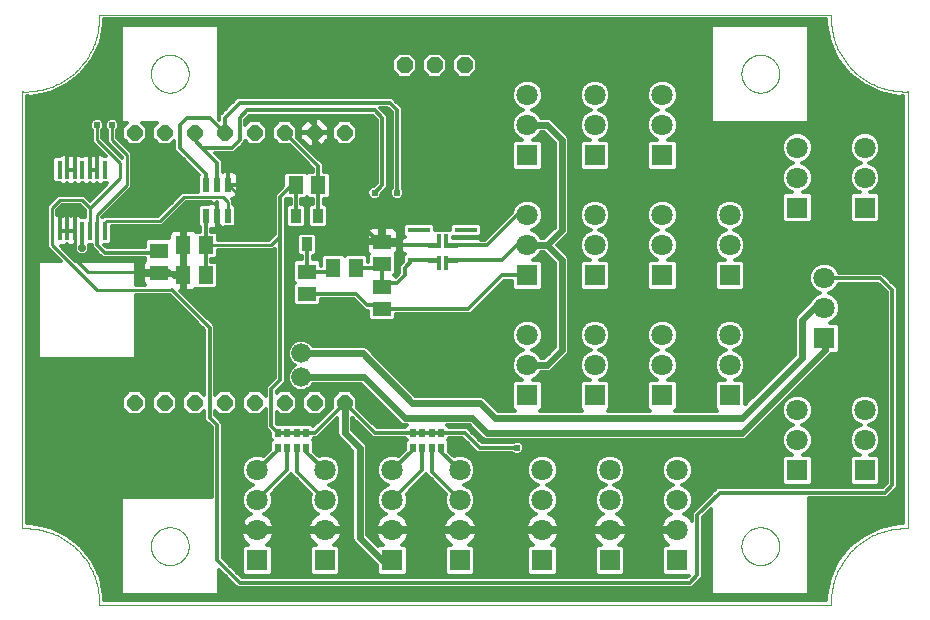
<source format=gbl>
G75*
%MOIN*%
%OFA0B0*%
%FSLAX25Y25*%
%IPPOS*%
%LPD*%
%AMOC8*
5,1,8,0,0,1.08239X$1,22.5*
%
%ADD10C,0.00000*%
%ADD11R,0.07500X0.01600*%
%ADD12R,0.01600X0.04500*%
%ADD13C,0.01600*%
%ADD14R,0.03543X0.04724*%
%ADD15OC8,0.05200*%
%ADD16OC8,0.05150*%
%ADD17R,0.05118X0.05906*%
%ADD18R,0.07087X0.07087*%
%ADD19C,0.07087*%
%ADD20R,0.05906X0.05118*%
%ADD21R,0.01969X0.02559*%
%ADD22R,0.02165X0.04724*%
%ADD23R,0.01575X0.05906*%
%ADD24C,0.02400*%
%ADD25C,0.01200*%
%ADD26C,0.01000*%
%ADD27C,0.03562*%
%ADD28C,0.02400*%
%ADD29C,0.06600*%
%ADD30OC8,0.02400*%
D10*
X0053934Y0055808D02*
X0054532Y0055829D01*
X0055131Y0055835D01*
X0055730Y0055827D01*
X0056329Y0055803D01*
X0056927Y0055766D01*
X0057524Y0055713D01*
X0058119Y0055646D01*
X0058712Y0055565D01*
X0059304Y0055469D01*
X0059893Y0055358D01*
X0060478Y0055234D01*
X0061061Y0055094D01*
X0061640Y0054941D01*
X0062215Y0054773D01*
X0062786Y0054592D01*
X0063353Y0054396D01*
X0063914Y0054187D01*
X0064470Y0053964D01*
X0065020Y0053728D01*
X0065565Y0053478D01*
X0066103Y0053215D01*
X0066634Y0052938D01*
X0067159Y0052649D01*
X0067676Y0052347D01*
X0068186Y0052033D01*
X0068688Y0051706D01*
X0069182Y0051367D01*
X0069667Y0051016D01*
X0070144Y0050653D01*
X0070612Y0050278D01*
X0071070Y0049892D01*
X0071519Y0049496D01*
X0071958Y0049088D01*
X0072386Y0048669D01*
X0072805Y0048241D01*
X0073213Y0047802D01*
X0073609Y0047353D01*
X0073995Y0046895D01*
X0074370Y0046427D01*
X0074733Y0045950D01*
X0075084Y0045465D01*
X0075423Y0044971D01*
X0075750Y0044469D01*
X0076064Y0043959D01*
X0076366Y0043442D01*
X0076655Y0042917D01*
X0076932Y0042386D01*
X0077195Y0041848D01*
X0077445Y0041303D01*
X0077681Y0040753D01*
X0077904Y0040197D01*
X0078113Y0039636D01*
X0078309Y0039069D01*
X0078490Y0038498D01*
X0078658Y0037923D01*
X0078811Y0037344D01*
X0078951Y0036761D01*
X0079075Y0036176D01*
X0079186Y0035587D01*
X0079282Y0034995D01*
X0079363Y0034402D01*
X0079430Y0033807D01*
X0079483Y0033210D01*
X0079520Y0032612D01*
X0079544Y0032013D01*
X0079552Y0031414D01*
X0079546Y0030815D01*
X0079525Y0030217D01*
X0079524Y0030217D02*
X0323619Y0030217D01*
X0323618Y0030217D02*
X0323597Y0030815D01*
X0323591Y0031414D01*
X0323599Y0032013D01*
X0323623Y0032612D01*
X0323660Y0033210D01*
X0323713Y0033807D01*
X0323780Y0034402D01*
X0323861Y0034995D01*
X0323957Y0035587D01*
X0324068Y0036176D01*
X0324192Y0036761D01*
X0324332Y0037344D01*
X0324485Y0037923D01*
X0324653Y0038498D01*
X0324834Y0039069D01*
X0325030Y0039636D01*
X0325239Y0040197D01*
X0325462Y0040753D01*
X0325698Y0041303D01*
X0325948Y0041848D01*
X0326211Y0042386D01*
X0326488Y0042917D01*
X0326777Y0043442D01*
X0327079Y0043959D01*
X0327393Y0044469D01*
X0327720Y0044971D01*
X0328059Y0045465D01*
X0328410Y0045950D01*
X0328773Y0046427D01*
X0329148Y0046895D01*
X0329534Y0047353D01*
X0329930Y0047802D01*
X0330338Y0048241D01*
X0330757Y0048669D01*
X0331185Y0049088D01*
X0331624Y0049496D01*
X0332073Y0049892D01*
X0332531Y0050278D01*
X0332999Y0050653D01*
X0333476Y0051016D01*
X0333961Y0051367D01*
X0334455Y0051706D01*
X0334957Y0052033D01*
X0335467Y0052347D01*
X0335984Y0052649D01*
X0336509Y0052938D01*
X0337040Y0053215D01*
X0337578Y0053478D01*
X0338123Y0053728D01*
X0338673Y0053964D01*
X0339229Y0054187D01*
X0339790Y0054396D01*
X0340357Y0054592D01*
X0340928Y0054773D01*
X0341503Y0054941D01*
X0342082Y0055094D01*
X0342665Y0055234D01*
X0343250Y0055358D01*
X0343839Y0055469D01*
X0344431Y0055565D01*
X0345024Y0055646D01*
X0345619Y0055713D01*
X0346216Y0055766D01*
X0346814Y0055803D01*
X0347413Y0055827D01*
X0348012Y0055835D01*
X0348611Y0055829D01*
X0349209Y0055808D01*
X0349209Y0055807D02*
X0349209Y0201476D01*
X0348611Y0201455D01*
X0348012Y0201449D01*
X0347413Y0201457D01*
X0346814Y0201481D01*
X0346216Y0201518D01*
X0345619Y0201571D01*
X0345024Y0201638D01*
X0344431Y0201719D01*
X0343839Y0201815D01*
X0343250Y0201926D01*
X0342665Y0202050D01*
X0342082Y0202190D01*
X0341503Y0202343D01*
X0340928Y0202511D01*
X0340357Y0202692D01*
X0339790Y0202888D01*
X0339229Y0203097D01*
X0338673Y0203320D01*
X0338123Y0203556D01*
X0337578Y0203806D01*
X0337040Y0204069D01*
X0336509Y0204346D01*
X0335984Y0204635D01*
X0335467Y0204937D01*
X0334957Y0205251D01*
X0334455Y0205578D01*
X0333961Y0205917D01*
X0333476Y0206268D01*
X0332999Y0206631D01*
X0332531Y0207006D01*
X0332073Y0207392D01*
X0331624Y0207788D01*
X0331185Y0208196D01*
X0330757Y0208615D01*
X0330338Y0209043D01*
X0329930Y0209482D01*
X0329534Y0209931D01*
X0329148Y0210389D01*
X0328773Y0210857D01*
X0328410Y0211334D01*
X0328059Y0211819D01*
X0327720Y0212313D01*
X0327393Y0212815D01*
X0327079Y0213325D01*
X0326777Y0213842D01*
X0326488Y0214367D01*
X0326211Y0214898D01*
X0325948Y0215436D01*
X0325698Y0215981D01*
X0325462Y0216531D01*
X0325239Y0217087D01*
X0325030Y0217648D01*
X0324834Y0218215D01*
X0324653Y0218786D01*
X0324485Y0219361D01*
X0324332Y0219940D01*
X0324192Y0220523D01*
X0324068Y0221108D01*
X0323957Y0221697D01*
X0323861Y0222289D01*
X0323780Y0222882D01*
X0323713Y0223477D01*
X0323660Y0224074D01*
X0323623Y0224672D01*
X0323599Y0225271D01*
X0323591Y0225870D01*
X0323597Y0226469D01*
X0323618Y0227067D01*
X0323619Y0227067D02*
X0079524Y0227067D01*
X0079525Y0227067D02*
X0079546Y0226469D01*
X0079552Y0225870D01*
X0079544Y0225271D01*
X0079520Y0224672D01*
X0079483Y0224074D01*
X0079430Y0223477D01*
X0079363Y0222882D01*
X0079282Y0222289D01*
X0079186Y0221697D01*
X0079075Y0221108D01*
X0078951Y0220523D01*
X0078811Y0219940D01*
X0078658Y0219361D01*
X0078490Y0218786D01*
X0078309Y0218215D01*
X0078113Y0217648D01*
X0077904Y0217087D01*
X0077681Y0216531D01*
X0077445Y0215981D01*
X0077195Y0215436D01*
X0076932Y0214898D01*
X0076655Y0214367D01*
X0076366Y0213842D01*
X0076064Y0213325D01*
X0075750Y0212815D01*
X0075423Y0212313D01*
X0075084Y0211819D01*
X0074733Y0211334D01*
X0074370Y0210857D01*
X0073995Y0210389D01*
X0073609Y0209931D01*
X0073213Y0209482D01*
X0072805Y0209043D01*
X0072386Y0208615D01*
X0071958Y0208196D01*
X0071519Y0207788D01*
X0071070Y0207392D01*
X0070612Y0207006D01*
X0070144Y0206631D01*
X0069667Y0206268D01*
X0069182Y0205917D01*
X0068688Y0205578D01*
X0068186Y0205251D01*
X0067676Y0204937D01*
X0067159Y0204635D01*
X0066634Y0204346D01*
X0066103Y0204069D01*
X0065565Y0203806D01*
X0065020Y0203556D01*
X0064470Y0203320D01*
X0063914Y0203097D01*
X0063353Y0202888D01*
X0062786Y0202692D01*
X0062215Y0202511D01*
X0061640Y0202343D01*
X0061061Y0202190D01*
X0060478Y0202050D01*
X0059893Y0201926D01*
X0059304Y0201815D01*
X0058712Y0201719D01*
X0058119Y0201638D01*
X0057524Y0201571D01*
X0056927Y0201518D01*
X0056329Y0201481D01*
X0055730Y0201457D01*
X0055131Y0201449D01*
X0054532Y0201455D01*
X0053934Y0201476D01*
X0053934Y0055807D01*
X0096847Y0049902D02*
X0096849Y0050060D01*
X0096855Y0050218D01*
X0096865Y0050376D01*
X0096879Y0050534D01*
X0096897Y0050691D01*
X0096918Y0050848D01*
X0096944Y0051004D01*
X0096974Y0051160D01*
X0097007Y0051315D01*
X0097045Y0051468D01*
X0097086Y0051621D01*
X0097131Y0051773D01*
X0097180Y0051924D01*
X0097233Y0052073D01*
X0097289Y0052221D01*
X0097349Y0052367D01*
X0097413Y0052512D01*
X0097481Y0052655D01*
X0097552Y0052797D01*
X0097626Y0052937D01*
X0097704Y0053074D01*
X0097786Y0053210D01*
X0097870Y0053344D01*
X0097959Y0053475D01*
X0098050Y0053604D01*
X0098145Y0053731D01*
X0098242Y0053856D01*
X0098343Y0053978D01*
X0098447Y0054097D01*
X0098554Y0054214D01*
X0098664Y0054328D01*
X0098777Y0054439D01*
X0098892Y0054548D01*
X0099010Y0054653D01*
X0099131Y0054755D01*
X0099254Y0054855D01*
X0099380Y0054951D01*
X0099508Y0055044D01*
X0099638Y0055134D01*
X0099771Y0055220D01*
X0099906Y0055304D01*
X0100042Y0055383D01*
X0100181Y0055460D01*
X0100322Y0055532D01*
X0100464Y0055602D01*
X0100608Y0055667D01*
X0100754Y0055729D01*
X0100901Y0055787D01*
X0101050Y0055842D01*
X0101200Y0055893D01*
X0101351Y0055940D01*
X0101503Y0055983D01*
X0101656Y0056022D01*
X0101811Y0056058D01*
X0101966Y0056089D01*
X0102122Y0056117D01*
X0102278Y0056141D01*
X0102435Y0056161D01*
X0102593Y0056177D01*
X0102750Y0056189D01*
X0102909Y0056197D01*
X0103067Y0056201D01*
X0103225Y0056201D01*
X0103383Y0056197D01*
X0103542Y0056189D01*
X0103699Y0056177D01*
X0103857Y0056161D01*
X0104014Y0056141D01*
X0104170Y0056117D01*
X0104326Y0056089D01*
X0104481Y0056058D01*
X0104636Y0056022D01*
X0104789Y0055983D01*
X0104941Y0055940D01*
X0105092Y0055893D01*
X0105242Y0055842D01*
X0105391Y0055787D01*
X0105538Y0055729D01*
X0105684Y0055667D01*
X0105828Y0055602D01*
X0105970Y0055532D01*
X0106111Y0055460D01*
X0106250Y0055383D01*
X0106386Y0055304D01*
X0106521Y0055220D01*
X0106654Y0055134D01*
X0106784Y0055044D01*
X0106912Y0054951D01*
X0107038Y0054855D01*
X0107161Y0054755D01*
X0107282Y0054653D01*
X0107400Y0054548D01*
X0107515Y0054439D01*
X0107628Y0054328D01*
X0107738Y0054214D01*
X0107845Y0054097D01*
X0107949Y0053978D01*
X0108050Y0053856D01*
X0108147Y0053731D01*
X0108242Y0053604D01*
X0108333Y0053475D01*
X0108422Y0053344D01*
X0108506Y0053210D01*
X0108588Y0053074D01*
X0108666Y0052937D01*
X0108740Y0052797D01*
X0108811Y0052655D01*
X0108879Y0052512D01*
X0108943Y0052367D01*
X0109003Y0052221D01*
X0109059Y0052073D01*
X0109112Y0051924D01*
X0109161Y0051773D01*
X0109206Y0051621D01*
X0109247Y0051468D01*
X0109285Y0051315D01*
X0109318Y0051160D01*
X0109348Y0051004D01*
X0109374Y0050848D01*
X0109395Y0050691D01*
X0109413Y0050534D01*
X0109427Y0050376D01*
X0109437Y0050218D01*
X0109443Y0050060D01*
X0109445Y0049902D01*
X0109443Y0049744D01*
X0109437Y0049586D01*
X0109427Y0049428D01*
X0109413Y0049270D01*
X0109395Y0049113D01*
X0109374Y0048956D01*
X0109348Y0048800D01*
X0109318Y0048644D01*
X0109285Y0048489D01*
X0109247Y0048336D01*
X0109206Y0048183D01*
X0109161Y0048031D01*
X0109112Y0047880D01*
X0109059Y0047731D01*
X0109003Y0047583D01*
X0108943Y0047437D01*
X0108879Y0047292D01*
X0108811Y0047149D01*
X0108740Y0047007D01*
X0108666Y0046867D01*
X0108588Y0046730D01*
X0108506Y0046594D01*
X0108422Y0046460D01*
X0108333Y0046329D01*
X0108242Y0046200D01*
X0108147Y0046073D01*
X0108050Y0045948D01*
X0107949Y0045826D01*
X0107845Y0045707D01*
X0107738Y0045590D01*
X0107628Y0045476D01*
X0107515Y0045365D01*
X0107400Y0045256D01*
X0107282Y0045151D01*
X0107161Y0045049D01*
X0107038Y0044949D01*
X0106912Y0044853D01*
X0106784Y0044760D01*
X0106654Y0044670D01*
X0106521Y0044584D01*
X0106386Y0044500D01*
X0106250Y0044421D01*
X0106111Y0044344D01*
X0105970Y0044272D01*
X0105828Y0044202D01*
X0105684Y0044137D01*
X0105538Y0044075D01*
X0105391Y0044017D01*
X0105242Y0043962D01*
X0105092Y0043911D01*
X0104941Y0043864D01*
X0104789Y0043821D01*
X0104636Y0043782D01*
X0104481Y0043746D01*
X0104326Y0043715D01*
X0104170Y0043687D01*
X0104014Y0043663D01*
X0103857Y0043643D01*
X0103699Y0043627D01*
X0103542Y0043615D01*
X0103383Y0043607D01*
X0103225Y0043603D01*
X0103067Y0043603D01*
X0102909Y0043607D01*
X0102750Y0043615D01*
X0102593Y0043627D01*
X0102435Y0043643D01*
X0102278Y0043663D01*
X0102122Y0043687D01*
X0101966Y0043715D01*
X0101811Y0043746D01*
X0101656Y0043782D01*
X0101503Y0043821D01*
X0101351Y0043864D01*
X0101200Y0043911D01*
X0101050Y0043962D01*
X0100901Y0044017D01*
X0100754Y0044075D01*
X0100608Y0044137D01*
X0100464Y0044202D01*
X0100322Y0044272D01*
X0100181Y0044344D01*
X0100042Y0044421D01*
X0099906Y0044500D01*
X0099771Y0044584D01*
X0099638Y0044670D01*
X0099508Y0044760D01*
X0099380Y0044853D01*
X0099254Y0044949D01*
X0099131Y0045049D01*
X0099010Y0045151D01*
X0098892Y0045256D01*
X0098777Y0045365D01*
X0098664Y0045476D01*
X0098554Y0045590D01*
X0098447Y0045707D01*
X0098343Y0045826D01*
X0098242Y0045948D01*
X0098145Y0046073D01*
X0098050Y0046200D01*
X0097959Y0046329D01*
X0097870Y0046460D01*
X0097786Y0046594D01*
X0097704Y0046730D01*
X0097626Y0046867D01*
X0097552Y0047007D01*
X0097481Y0047149D01*
X0097413Y0047292D01*
X0097349Y0047437D01*
X0097289Y0047583D01*
X0097233Y0047731D01*
X0097180Y0047880D01*
X0097131Y0048031D01*
X0097086Y0048183D01*
X0097045Y0048336D01*
X0097007Y0048489D01*
X0096974Y0048644D01*
X0096944Y0048800D01*
X0096918Y0048956D01*
X0096897Y0049113D01*
X0096879Y0049270D01*
X0096865Y0049428D01*
X0096855Y0049586D01*
X0096849Y0049744D01*
X0096847Y0049902D01*
X0293698Y0049902D02*
X0293700Y0050060D01*
X0293706Y0050218D01*
X0293716Y0050376D01*
X0293730Y0050534D01*
X0293748Y0050691D01*
X0293769Y0050848D01*
X0293795Y0051004D01*
X0293825Y0051160D01*
X0293858Y0051315D01*
X0293896Y0051468D01*
X0293937Y0051621D01*
X0293982Y0051773D01*
X0294031Y0051924D01*
X0294084Y0052073D01*
X0294140Y0052221D01*
X0294200Y0052367D01*
X0294264Y0052512D01*
X0294332Y0052655D01*
X0294403Y0052797D01*
X0294477Y0052937D01*
X0294555Y0053074D01*
X0294637Y0053210D01*
X0294721Y0053344D01*
X0294810Y0053475D01*
X0294901Y0053604D01*
X0294996Y0053731D01*
X0295093Y0053856D01*
X0295194Y0053978D01*
X0295298Y0054097D01*
X0295405Y0054214D01*
X0295515Y0054328D01*
X0295628Y0054439D01*
X0295743Y0054548D01*
X0295861Y0054653D01*
X0295982Y0054755D01*
X0296105Y0054855D01*
X0296231Y0054951D01*
X0296359Y0055044D01*
X0296489Y0055134D01*
X0296622Y0055220D01*
X0296757Y0055304D01*
X0296893Y0055383D01*
X0297032Y0055460D01*
X0297173Y0055532D01*
X0297315Y0055602D01*
X0297459Y0055667D01*
X0297605Y0055729D01*
X0297752Y0055787D01*
X0297901Y0055842D01*
X0298051Y0055893D01*
X0298202Y0055940D01*
X0298354Y0055983D01*
X0298507Y0056022D01*
X0298662Y0056058D01*
X0298817Y0056089D01*
X0298973Y0056117D01*
X0299129Y0056141D01*
X0299286Y0056161D01*
X0299444Y0056177D01*
X0299601Y0056189D01*
X0299760Y0056197D01*
X0299918Y0056201D01*
X0300076Y0056201D01*
X0300234Y0056197D01*
X0300393Y0056189D01*
X0300550Y0056177D01*
X0300708Y0056161D01*
X0300865Y0056141D01*
X0301021Y0056117D01*
X0301177Y0056089D01*
X0301332Y0056058D01*
X0301487Y0056022D01*
X0301640Y0055983D01*
X0301792Y0055940D01*
X0301943Y0055893D01*
X0302093Y0055842D01*
X0302242Y0055787D01*
X0302389Y0055729D01*
X0302535Y0055667D01*
X0302679Y0055602D01*
X0302821Y0055532D01*
X0302962Y0055460D01*
X0303101Y0055383D01*
X0303237Y0055304D01*
X0303372Y0055220D01*
X0303505Y0055134D01*
X0303635Y0055044D01*
X0303763Y0054951D01*
X0303889Y0054855D01*
X0304012Y0054755D01*
X0304133Y0054653D01*
X0304251Y0054548D01*
X0304366Y0054439D01*
X0304479Y0054328D01*
X0304589Y0054214D01*
X0304696Y0054097D01*
X0304800Y0053978D01*
X0304901Y0053856D01*
X0304998Y0053731D01*
X0305093Y0053604D01*
X0305184Y0053475D01*
X0305273Y0053344D01*
X0305357Y0053210D01*
X0305439Y0053074D01*
X0305517Y0052937D01*
X0305591Y0052797D01*
X0305662Y0052655D01*
X0305730Y0052512D01*
X0305794Y0052367D01*
X0305854Y0052221D01*
X0305910Y0052073D01*
X0305963Y0051924D01*
X0306012Y0051773D01*
X0306057Y0051621D01*
X0306098Y0051468D01*
X0306136Y0051315D01*
X0306169Y0051160D01*
X0306199Y0051004D01*
X0306225Y0050848D01*
X0306246Y0050691D01*
X0306264Y0050534D01*
X0306278Y0050376D01*
X0306288Y0050218D01*
X0306294Y0050060D01*
X0306296Y0049902D01*
X0306294Y0049744D01*
X0306288Y0049586D01*
X0306278Y0049428D01*
X0306264Y0049270D01*
X0306246Y0049113D01*
X0306225Y0048956D01*
X0306199Y0048800D01*
X0306169Y0048644D01*
X0306136Y0048489D01*
X0306098Y0048336D01*
X0306057Y0048183D01*
X0306012Y0048031D01*
X0305963Y0047880D01*
X0305910Y0047731D01*
X0305854Y0047583D01*
X0305794Y0047437D01*
X0305730Y0047292D01*
X0305662Y0047149D01*
X0305591Y0047007D01*
X0305517Y0046867D01*
X0305439Y0046730D01*
X0305357Y0046594D01*
X0305273Y0046460D01*
X0305184Y0046329D01*
X0305093Y0046200D01*
X0304998Y0046073D01*
X0304901Y0045948D01*
X0304800Y0045826D01*
X0304696Y0045707D01*
X0304589Y0045590D01*
X0304479Y0045476D01*
X0304366Y0045365D01*
X0304251Y0045256D01*
X0304133Y0045151D01*
X0304012Y0045049D01*
X0303889Y0044949D01*
X0303763Y0044853D01*
X0303635Y0044760D01*
X0303505Y0044670D01*
X0303372Y0044584D01*
X0303237Y0044500D01*
X0303101Y0044421D01*
X0302962Y0044344D01*
X0302821Y0044272D01*
X0302679Y0044202D01*
X0302535Y0044137D01*
X0302389Y0044075D01*
X0302242Y0044017D01*
X0302093Y0043962D01*
X0301943Y0043911D01*
X0301792Y0043864D01*
X0301640Y0043821D01*
X0301487Y0043782D01*
X0301332Y0043746D01*
X0301177Y0043715D01*
X0301021Y0043687D01*
X0300865Y0043663D01*
X0300708Y0043643D01*
X0300550Y0043627D01*
X0300393Y0043615D01*
X0300234Y0043607D01*
X0300076Y0043603D01*
X0299918Y0043603D01*
X0299760Y0043607D01*
X0299601Y0043615D01*
X0299444Y0043627D01*
X0299286Y0043643D01*
X0299129Y0043663D01*
X0298973Y0043687D01*
X0298817Y0043715D01*
X0298662Y0043746D01*
X0298507Y0043782D01*
X0298354Y0043821D01*
X0298202Y0043864D01*
X0298051Y0043911D01*
X0297901Y0043962D01*
X0297752Y0044017D01*
X0297605Y0044075D01*
X0297459Y0044137D01*
X0297315Y0044202D01*
X0297173Y0044272D01*
X0297032Y0044344D01*
X0296893Y0044421D01*
X0296757Y0044500D01*
X0296622Y0044584D01*
X0296489Y0044670D01*
X0296359Y0044760D01*
X0296231Y0044853D01*
X0296105Y0044949D01*
X0295982Y0045049D01*
X0295861Y0045151D01*
X0295743Y0045256D01*
X0295628Y0045365D01*
X0295515Y0045476D01*
X0295405Y0045590D01*
X0295298Y0045707D01*
X0295194Y0045826D01*
X0295093Y0045948D01*
X0294996Y0046073D01*
X0294901Y0046200D01*
X0294810Y0046329D01*
X0294721Y0046460D01*
X0294637Y0046594D01*
X0294555Y0046730D01*
X0294477Y0046867D01*
X0294403Y0047007D01*
X0294332Y0047149D01*
X0294264Y0047292D01*
X0294200Y0047437D01*
X0294140Y0047583D01*
X0294084Y0047731D01*
X0294031Y0047880D01*
X0293982Y0048031D01*
X0293937Y0048183D01*
X0293896Y0048336D01*
X0293858Y0048489D01*
X0293825Y0048644D01*
X0293795Y0048800D01*
X0293769Y0048956D01*
X0293748Y0049113D01*
X0293730Y0049270D01*
X0293716Y0049428D01*
X0293706Y0049586D01*
X0293700Y0049744D01*
X0293698Y0049902D01*
X0293698Y0207382D02*
X0293700Y0207540D01*
X0293706Y0207698D01*
X0293716Y0207856D01*
X0293730Y0208014D01*
X0293748Y0208171D01*
X0293769Y0208328D01*
X0293795Y0208484D01*
X0293825Y0208640D01*
X0293858Y0208795D01*
X0293896Y0208948D01*
X0293937Y0209101D01*
X0293982Y0209253D01*
X0294031Y0209404D01*
X0294084Y0209553D01*
X0294140Y0209701D01*
X0294200Y0209847D01*
X0294264Y0209992D01*
X0294332Y0210135D01*
X0294403Y0210277D01*
X0294477Y0210417D01*
X0294555Y0210554D01*
X0294637Y0210690D01*
X0294721Y0210824D01*
X0294810Y0210955D01*
X0294901Y0211084D01*
X0294996Y0211211D01*
X0295093Y0211336D01*
X0295194Y0211458D01*
X0295298Y0211577D01*
X0295405Y0211694D01*
X0295515Y0211808D01*
X0295628Y0211919D01*
X0295743Y0212028D01*
X0295861Y0212133D01*
X0295982Y0212235D01*
X0296105Y0212335D01*
X0296231Y0212431D01*
X0296359Y0212524D01*
X0296489Y0212614D01*
X0296622Y0212700D01*
X0296757Y0212784D01*
X0296893Y0212863D01*
X0297032Y0212940D01*
X0297173Y0213012D01*
X0297315Y0213082D01*
X0297459Y0213147D01*
X0297605Y0213209D01*
X0297752Y0213267D01*
X0297901Y0213322D01*
X0298051Y0213373D01*
X0298202Y0213420D01*
X0298354Y0213463D01*
X0298507Y0213502D01*
X0298662Y0213538D01*
X0298817Y0213569D01*
X0298973Y0213597D01*
X0299129Y0213621D01*
X0299286Y0213641D01*
X0299444Y0213657D01*
X0299601Y0213669D01*
X0299760Y0213677D01*
X0299918Y0213681D01*
X0300076Y0213681D01*
X0300234Y0213677D01*
X0300393Y0213669D01*
X0300550Y0213657D01*
X0300708Y0213641D01*
X0300865Y0213621D01*
X0301021Y0213597D01*
X0301177Y0213569D01*
X0301332Y0213538D01*
X0301487Y0213502D01*
X0301640Y0213463D01*
X0301792Y0213420D01*
X0301943Y0213373D01*
X0302093Y0213322D01*
X0302242Y0213267D01*
X0302389Y0213209D01*
X0302535Y0213147D01*
X0302679Y0213082D01*
X0302821Y0213012D01*
X0302962Y0212940D01*
X0303101Y0212863D01*
X0303237Y0212784D01*
X0303372Y0212700D01*
X0303505Y0212614D01*
X0303635Y0212524D01*
X0303763Y0212431D01*
X0303889Y0212335D01*
X0304012Y0212235D01*
X0304133Y0212133D01*
X0304251Y0212028D01*
X0304366Y0211919D01*
X0304479Y0211808D01*
X0304589Y0211694D01*
X0304696Y0211577D01*
X0304800Y0211458D01*
X0304901Y0211336D01*
X0304998Y0211211D01*
X0305093Y0211084D01*
X0305184Y0210955D01*
X0305273Y0210824D01*
X0305357Y0210690D01*
X0305439Y0210554D01*
X0305517Y0210417D01*
X0305591Y0210277D01*
X0305662Y0210135D01*
X0305730Y0209992D01*
X0305794Y0209847D01*
X0305854Y0209701D01*
X0305910Y0209553D01*
X0305963Y0209404D01*
X0306012Y0209253D01*
X0306057Y0209101D01*
X0306098Y0208948D01*
X0306136Y0208795D01*
X0306169Y0208640D01*
X0306199Y0208484D01*
X0306225Y0208328D01*
X0306246Y0208171D01*
X0306264Y0208014D01*
X0306278Y0207856D01*
X0306288Y0207698D01*
X0306294Y0207540D01*
X0306296Y0207382D01*
X0306294Y0207224D01*
X0306288Y0207066D01*
X0306278Y0206908D01*
X0306264Y0206750D01*
X0306246Y0206593D01*
X0306225Y0206436D01*
X0306199Y0206280D01*
X0306169Y0206124D01*
X0306136Y0205969D01*
X0306098Y0205816D01*
X0306057Y0205663D01*
X0306012Y0205511D01*
X0305963Y0205360D01*
X0305910Y0205211D01*
X0305854Y0205063D01*
X0305794Y0204917D01*
X0305730Y0204772D01*
X0305662Y0204629D01*
X0305591Y0204487D01*
X0305517Y0204347D01*
X0305439Y0204210D01*
X0305357Y0204074D01*
X0305273Y0203940D01*
X0305184Y0203809D01*
X0305093Y0203680D01*
X0304998Y0203553D01*
X0304901Y0203428D01*
X0304800Y0203306D01*
X0304696Y0203187D01*
X0304589Y0203070D01*
X0304479Y0202956D01*
X0304366Y0202845D01*
X0304251Y0202736D01*
X0304133Y0202631D01*
X0304012Y0202529D01*
X0303889Y0202429D01*
X0303763Y0202333D01*
X0303635Y0202240D01*
X0303505Y0202150D01*
X0303372Y0202064D01*
X0303237Y0201980D01*
X0303101Y0201901D01*
X0302962Y0201824D01*
X0302821Y0201752D01*
X0302679Y0201682D01*
X0302535Y0201617D01*
X0302389Y0201555D01*
X0302242Y0201497D01*
X0302093Y0201442D01*
X0301943Y0201391D01*
X0301792Y0201344D01*
X0301640Y0201301D01*
X0301487Y0201262D01*
X0301332Y0201226D01*
X0301177Y0201195D01*
X0301021Y0201167D01*
X0300865Y0201143D01*
X0300708Y0201123D01*
X0300550Y0201107D01*
X0300393Y0201095D01*
X0300234Y0201087D01*
X0300076Y0201083D01*
X0299918Y0201083D01*
X0299760Y0201087D01*
X0299601Y0201095D01*
X0299444Y0201107D01*
X0299286Y0201123D01*
X0299129Y0201143D01*
X0298973Y0201167D01*
X0298817Y0201195D01*
X0298662Y0201226D01*
X0298507Y0201262D01*
X0298354Y0201301D01*
X0298202Y0201344D01*
X0298051Y0201391D01*
X0297901Y0201442D01*
X0297752Y0201497D01*
X0297605Y0201555D01*
X0297459Y0201617D01*
X0297315Y0201682D01*
X0297173Y0201752D01*
X0297032Y0201824D01*
X0296893Y0201901D01*
X0296757Y0201980D01*
X0296622Y0202064D01*
X0296489Y0202150D01*
X0296359Y0202240D01*
X0296231Y0202333D01*
X0296105Y0202429D01*
X0295982Y0202529D01*
X0295861Y0202631D01*
X0295743Y0202736D01*
X0295628Y0202845D01*
X0295515Y0202956D01*
X0295405Y0203070D01*
X0295298Y0203187D01*
X0295194Y0203306D01*
X0295093Y0203428D01*
X0294996Y0203553D01*
X0294901Y0203680D01*
X0294810Y0203809D01*
X0294721Y0203940D01*
X0294637Y0204074D01*
X0294555Y0204210D01*
X0294477Y0204347D01*
X0294403Y0204487D01*
X0294332Y0204629D01*
X0294264Y0204772D01*
X0294200Y0204917D01*
X0294140Y0205063D01*
X0294084Y0205211D01*
X0294031Y0205360D01*
X0293982Y0205511D01*
X0293937Y0205663D01*
X0293896Y0205816D01*
X0293858Y0205969D01*
X0293825Y0206124D01*
X0293795Y0206280D01*
X0293769Y0206436D01*
X0293748Y0206593D01*
X0293730Y0206750D01*
X0293716Y0206908D01*
X0293706Y0207066D01*
X0293700Y0207224D01*
X0293698Y0207382D01*
X0096847Y0207382D02*
X0096849Y0207540D01*
X0096855Y0207698D01*
X0096865Y0207856D01*
X0096879Y0208014D01*
X0096897Y0208171D01*
X0096918Y0208328D01*
X0096944Y0208484D01*
X0096974Y0208640D01*
X0097007Y0208795D01*
X0097045Y0208948D01*
X0097086Y0209101D01*
X0097131Y0209253D01*
X0097180Y0209404D01*
X0097233Y0209553D01*
X0097289Y0209701D01*
X0097349Y0209847D01*
X0097413Y0209992D01*
X0097481Y0210135D01*
X0097552Y0210277D01*
X0097626Y0210417D01*
X0097704Y0210554D01*
X0097786Y0210690D01*
X0097870Y0210824D01*
X0097959Y0210955D01*
X0098050Y0211084D01*
X0098145Y0211211D01*
X0098242Y0211336D01*
X0098343Y0211458D01*
X0098447Y0211577D01*
X0098554Y0211694D01*
X0098664Y0211808D01*
X0098777Y0211919D01*
X0098892Y0212028D01*
X0099010Y0212133D01*
X0099131Y0212235D01*
X0099254Y0212335D01*
X0099380Y0212431D01*
X0099508Y0212524D01*
X0099638Y0212614D01*
X0099771Y0212700D01*
X0099906Y0212784D01*
X0100042Y0212863D01*
X0100181Y0212940D01*
X0100322Y0213012D01*
X0100464Y0213082D01*
X0100608Y0213147D01*
X0100754Y0213209D01*
X0100901Y0213267D01*
X0101050Y0213322D01*
X0101200Y0213373D01*
X0101351Y0213420D01*
X0101503Y0213463D01*
X0101656Y0213502D01*
X0101811Y0213538D01*
X0101966Y0213569D01*
X0102122Y0213597D01*
X0102278Y0213621D01*
X0102435Y0213641D01*
X0102593Y0213657D01*
X0102750Y0213669D01*
X0102909Y0213677D01*
X0103067Y0213681D01*
X0103225Y0213681D01*
X0103383Y0213677D01*
X0103542Y0213669D01*
X0103699Y0213657D01*
X0103857Y0213641D01*
X0104014Y0213621D01*
X0104170Y0213597D01*
X0104326Y0213569D01*
X0104481Y0213538D01*
X0104636Y0213502D01*
X0104789Y0213463D01*
X0104941Y0213420D01*
X0105092Y0213373D01*
X0105242Y0213322D01*
X0105391Y0213267D01*
X0105538Y0213209D01*
X0105684Y0213147D01*
X0105828Y0213082D01*
X0105970Y0213012D01*
X0106111Y0212940D01*
X0106250Y0212863D01*
X0106386Y0212784D01*
X0106521Y0212700D01*
X0106654Y0212614D01*
X0106784Y0212524D01*
X0106912Y0212431D01*
X0107038Y0212335D01*
X0107161Y0212235D01*
X0107282Y0212133D01*
X0107400Y0212028D01*
X0107515Y0211919D01*
X0107628Y0211808D01*
X0107738Y0211694D01*
X0107845Y0211577D01*
X0107949Y0211458D01*
X0108050Y0211336D01*
X0108147Y0211211D01*
X0108242Y0211084D01*
X0108333Y0210955D01*
X0108422Y0210824D01*
X0108506Y0210690D01*
X0108588Y0210554D01*
X0108666Y0210417D01*
X0108740Y0210277D01*
X0108811Y0210135D01*
X0108879Y0209992D01*
X0108943Y0209847D01*
X0109003Y0209701D01*
X0109059Y0209553D01*
X0109112Y0209404D01*
X0109161Y0209253D01*
X0109206Y0209101D01*
X0109247Y0208948D01*
X0109285Y0208795D01*
X0109318Y0208640D01*
X0109348Y0208484D01*
X0109374Y0208328D01*
X0109395Y0208171D01*
X0109413Y0208014D01*
X0109427Y0207856D01*
X0109437Y0207698D01*
X0109443Y0207540D01*
X0109445Y0207382D01*
X0109443Y0207224D01*
X0109437Y0207066D01*
X0109427Y0206908D01*
X0109413Y0206750D01*
X0109395Y0206593D01*
X0109374Y0206436D01*
X0109348Y0206280D01*
X0109318Y0206124D01*
X0109285Y0205969D01*
X0109247Y0205816D01*
X0109206Y0205663D01*
X0109161Y0205511D01*
X0109112Y0205360D01*
X0109059Y0205211D01*
X0109003Y0205063D01*
X0108943Y0204917D01*
X0108879Y0204772D01*
X0108811Y0204629D01*
X0108740Y0204487D01*
X0108666Y0204347D01*
X0108588Y0204210D01*
X0108506Y0204074D01*
X0108422Y0203940D01*
X0108333Y0203809D01*
X0108242Y0203680D01*
X0108147Y0203553D01*
X0108050Y0203428D01*
X0107949Y0203306D01*
X0107845Y0203187D01*
X0107738Y0203070D01*
X0107628Y0202956D01*
X0107515Y0202845D01*
X0107400Y0202736D01*
X0107282Y0202631D01*
X0107161Y0202529D01*
X0107038Y0202429D01*
X0106912Y0202333D01*
X0106784Y0202240D01*
X0106654Y0202150D01*
X0106521Y0202064D01*
X0106386Y0201980D01*
X0106250Y0201901D01*
X0106111Y0201824D01*
X0105970Y0201752D01*
X0105828Y0201682D01*
X0105684Y0201617D01*
X0105538Y0201555D01*
X0105391Y0201497D01*
X0105242Y0201442D01*
X0105092Y0201391D01*
X0104941Y0201344D01*
X0104789Y0201301D01*
X0104636Y0201262D01*
X0104481Y0201226D01*
X0104326Y0201195D01*
X0104170Y0201167D01*
X0104014Y0201143D01*
X0103857Y0201123D01*
X0103699Y0201107D01*
X0103542Y0201095D01*
X0103383Y0201087D01*
X0103225Y0201083D01*
X0103067Y0201083D01*
X0102909Y0201087D01*
X0102750Y0201095D01*
X0102593Y0201107D01*
X0102435Y0201123D01*
X0102278Y0201143D01*
X0102122Y0201167D01*
X0101966Y0201195D01*
X0101811Y0201226D01*
X0101656Y0201262D01*
X0101503Y0201301D01*
X0101351Y0201344D01*
X0101200Y0201391D01*
X0101050Y0201442D01*
X0100901Y0201497D01*
X0100754Y0201555D01*
X0100608Y0201617D01*
X0100464Y0201682D01*
X0100322Y0201752D01*
X0100181Y0201824D01*
X0100042Y0201901D01*
X0099906Y0201980D01*
X0099771Y0202064D01*
X0099638Y0202150D01*
X0099508Y0202240D01*
X0099380Y0202333D01*
X0099254Y0202429D01*
X0099131Y0202529D01*
X0099010Y0202631D01*
X0098892Y0202736D01*
X0098777Y0202845D01*
X0098664Y0202956D01*
X0098554Y0203070D01*
X0098447Y0203187D01*
X0098343Y0203306D01*
X0098242Y0203428D01*
X0098145Y0203553D01*
X0098050Y0203680D01*
X0097959Y0203809D01*
X0097870Y0203940D01*
X0097786Y0204074D01*
X0097704Y0204210D01*
X0097626Y0204347D01*
X0097552Y0204487D01*
X0097481Y0204629D01*
X0097413Y0204772D01*
X0097349Y0204917D01*
X0097289Y0205063D01*
X0097233Y0205211D01*
X0097180Y0205360D01*
X0097131Y0205511D01*
X0097086Y0205663D01*
X0097045Y0205816D01*
X0097007Y0205969D01*
X0096974Y0206124D01*
X0096944Y0206280D01*
X0096918Y0206436D01*
X0096897Y0206593D01*
X0096879Y0206750D01*
X0096865Y0206908D01*
X0096855Y0207066D01*
X0096849Y0207224D01*
X0096847Y0207382D01*
D11*
X0186134Y0155217D03*
X0186134Y0150217D03*
X0186134Y0145217D03*
X0201734Y0145217D03*
X0201734Y0150217D03*
X0201734Y0155217D03*
D12*
X0195059Y0151517D03*
X0192855Y0151517D03*
X0192855Y0144217D03*
X0195059Y0144217D03*
D13*
X0195434Y0145217D02*
X0198434Y0145217D01*
X0198434Y0150217D02*
X0195434Y0150217D01*
X0192434Y0150217D02*
X0189434Y0150217D01*
X0189434Y0145217D02*
X0192434Y0145217D01*
D14*
X0152674Y0159941D03*
X0145194Y0159941D03*
X0148934Y0150492D03*
D15*
X0181434Y0210217D03*
X0191434Y0210217D03*
X0201434Y0210217D03*
D16*
X0161434Y0187717D03*
X0151434Y0187717D03*
X0141434Y0187717D03*
X0131434Y0187717D03*
X0121434Y0187717D03*
X0111434Y0187717D03*
X0101434Y0187717D03*
X0091434Y0187717D03*
X0091434Y0097717D03*
X0101434Y0097717D03*
X0111434Y0097717D03*
X0121434Y0097717D03*
X0131434Y0097717D03*
X0141434Y0097717D03*
X0151434Y0097717D03*
X0161434Y0097717D03*
D17*
X0115174Y0140217D03*
X0107694Y0140217D03*
X0107694Y0150217D03*
X0115174Y0150217D03*
X0145194Y0170217D03*
X0152674Y0170217D03*
X0157694Y0142717D03*
X0165174Y0142717D03*
D18*
X0222379Y0140217D03*
X0244879Y0140217D03*
X0267379Y0140217D03*
X0289879Y0140217D03*
X0312379Y0162717D03*
X0334879Y0162717D03*
X0321379Y0119217D03*
X0289879Y0100217D03*
X0267379Y0100217D03*
X0244879Y0100217D03*
X0222379Y0100217D03*
X0227379Y0045217D03*
X0249879Y0045217D03*
X0272379Y0045217D03*
X0312379Y0075217D03*
X0334879Y0075217D03*
X0199879Y0045217D03*
X0177379Y0045217D03*
X0154879Y0045217D03*
X0132379Y0045217D03*
X0222379Y0180217D03*
X0244879Y0180217D03*
X0267379Y0180217D03*
D19*
X0267379Y0190217D03*
X0267379Y0200217D03*
X0244879Y0200217D03*
X0244879Y0190217D03*
X0222379Y0190217D03*
X0222379Y0200217D03*
X0222379Y0160217D03*
X0222379Y0150217D03*
X0244879Y0150217D03*
X0244879Y0160217D03*
X0267379Y0160217D03*
X0267379Y0150217D03*
X0289879Y0150217D03*
X0289879Y0160217D03*
X0312379Y0172717D03*
X0312379Y0182717D03*
X0334879Y0182717D03*
X0334879Y0172717D03*
X0321379Y0139217D03*
X0321379Y0129217D03*
X0289879Y0120217D03*
X0289879Y0110217D03*
X0267379Y0110217D03*
X0267379Y0120217D03*
X0244879Y0120217D03*
X0244879Y0110217D03*
X0222379Y0110217D03*
X0222379Y0120217D03*
X0227379Y0075217D03*
X0227379Y0065217D03*
X0227379Y0055217D03*
X0249879Y0055217D03*
X0249879Y0065217D03*
X0249879Y0075217D03*
X0272379Y0075217D03*
X0272379Y0065217D03*
X0272379Y0055217D03*
X0312379Y0085217D03*
X0312379Y0095217D03*
X0334879Y0095217D03*
X0334879Y0085217D03*
X0199879Y0075217D03*
X0199879Y0065217D03*
X0199879Y0055217D03*
X0177379Y0055217D03*
X0177379Y0065217D03*
X0177379Y0075217D03*
X0154879Y0075217D03*
X0154879Y0065217D03*
X0154879Y0055217D03*
X0132379Y0055217D03*
X0132379Y0065217D03*
X0132379Y0075217D03*
D20*
X0173934Y0128976D03*
X0173934Y0136457D03*
X0173934Y0143976D03*
X0173934Y0151457D03*
X0148934Y0141457D03*
X0148934Y0133976D03*
X0099434Y0140976D03*
X0099434Y0148457D03*
D21*
X0139209Y0087677D03*
X0142359Y0087677D03*
X0145509Y0087677D03*
X0148658Y0087677D03*
X0148658Y0082756D03*
X0145509Y0082756D03*
X0142359Y0082756D03*
X0139209Y0082756D03*
X0184209Y0082756D03*
X0187359Y0082756D03*
X0190509Y0082756D03*
X0193658Y0082756D03*
X0193658Y0087677D03*
X0190509Y0087677D03*
X0187359Y0087677D03*
X0184209Y0087677D03*
D22*
X0122674Y0160098D03*
X0118934Y0160098D03*
X0115194Y0160098D03*
X0115194Y0170335D03*
X0118934Y0170335D03*
X0122674Y0170335D03*
D23*
X0081434Y0175453D03*
X0078934Y0175453D03*
X0076434Y0175453D03*
X0073934Y0175453D03*
X0071434Y0175453D03*
X0068934Y0175453D03*
X0066434Y0175453D03*
X0066434Y0154980D03*
X0068934Y0154980D03*
X0071434Y0154980D03*
X0073934Y0154980D03*
X0076434Y0154980D03*
X0078934Y0154980D03*
X0081434Y0154980D03*
D24*
X0083934Y0190217D03*
X0078934Y0190217D03*
X0166434Y0177717D03*
X0171434Y0167717D03*
X0178934Y0167717D03*
X0218934Y0082717D03*
D25*
X0206434Y0082717D01*
X0201434Y0087717D01*
X0193698Y0087717D01*
X0193658Y0087677D01*
X0190509Y0087677D01*
X0187359Y0087677D01*
X0184209Y0087677D01*
X0171473Y0087677D01*
X0161434Y0097717D01*
X0151394Y0087677D01*
X0148658Y0087677D01*
X0145509Y0087677D01*
X0142359Y0087677D01*
X0139209Y0087677D01*
X0136934Y0089953D01*
X0136934Y0102217D01*
X0139934Y0105217D01*
X0139934Y0155217D01*
X0139934Y0166217D01*
X0143934Y0170217D01*
X0145194Y0170217D02*
X0145194Y0159941D01*
X0148565Y0159656D02*
X0149302Y0159656D01*
X0149302Y0160854D02*
X0148565Y0160854D01*
X0148565Y0162053D02*
X0149302Y0162053D01*
X0149302Y0162966D02*
X0149302Y0156916D01*
X0150239Y0155979D01*
X0155108Y0155979D01*
X0156046Y0156916D01*
X0156046Y0162966D01*
X0155108Y0163903D01*
X0154474Y0163903D01*
X0154474Y0165664D01*
X0155896Y0165664D01*
X0156833Y0166601D01*
X0156833Y0173832D01*
X0155896Y0174769D01*
X0154474Y0174769D01*
X0154474Y0177222D01*
X0145609Y0186087D01*
X0145609Y0189446D01*
X0143163Y0191891D01*
X0139704Y0191891D01*
X0137259Y0189446D01*
X0137259Y0185987D01*
X0139704Y0183542D01*
X0143063Y0183542D01*
X0150874Y0175731D01*
X0150874Y0174769D01*
X0149452Y0174769D01*
X0148934Y0174251D01*
X0148415Y0174769D01*
X0141972Y0174769D01*
X0141035Y0173832D01*
X0141035Y0169863D01*
X0139188Y0168017D01*
X0138134Y0166962D01*
X0138134Y0153821D01*
X0136230Y0151917D01*
X0119333Y0151917D01*
X0119333Y0153832D01*
X0118396Y0154769D01*
X0116974Y0154769D01*
X0116974Y0155702D01*
X0117002Y0155686D01*
X0117561Y0155536D01*
X0118934Y0155536D01*
X0120306Y0155536D01*
X0120866Y0155686D01*
X0121367Y0155975D01*
X0121528Y0156136D01*
X0124419Y0156136D01*
X0125357Y0157073D01*
X0125357Y0163123D01*
X0124419Y0164060D01*
X0124374Y0164060D01*
X0124374Y0165181D01*
X0123782Y0165773D01*
X0124046Y0165773D01*
X0124606Y0165923D01*
X0125107Y0166212D01*
X0125517Y0166622D01*
X0125807Y0167124D01*
X0125957Y0167683D01*
X0125957Y0170335D01*
X0125957Y0172987D01*
X0125807Y0173546D01*
X0125517Y0174048D01*
X0125107Y0174458D01*
X0124606Y0174747D01*
X0124046Y0174897D01*
X0122674Y0174897D01*
X0122674Y0170335D01*
X0122674Y0170335D01*
X0125957Y0170335D01*
X0122674Y0170335D01*
X0122674Y0176457D01*
X0123934Y0177717D01*
X0126434Y0180217D01*
X0136434Y0180217D01*
X0136434Y0190217D01*
X0138934Y0192717D01*
X0148934Y0192717D01*
X0151434Y0190217D01*
X0151246Y0189619D02*
X0151621Y0189619D01*
X0151621Y0190817D02*
X0151246Y0190817D01*
X0151246Y0192016D02*
X0151621Y0192016D01*
X0151621Y0192491D02*
X0151621Y0187904D01*
X0151246Y0187904D01*
X0151246Y0187529D01*
X0146659Y0187529D01*
X0146659Y0185739D01*
X0149456Y0182942D01*
X0151246Y0182942D01*
X0151246Y0187529D01*
X0151621Y0187529D01*
X0151621Y0182942D01*
X0153412Y0182942D01*
X0156209Y0185739D01*
X0156209Y0187529D01*
X0151621Y0187529D01*
X0151621Y0187904D01*
X0156209Y0187904D01*
X0156209Y0189694D01*
X0153412Y0192491D01*
X0151621Y0192491D01*
X0151246Y0192491D02*
X0149456Y0192491D01*
X0146659Y0189694D01*
X0146659Y0187904D01*
X0151246Y0187904D01*
X0151246Y0192491D01*
X0148980Y0192016D02*
X0128278Y0192016D01*
X0128234Y0191971D02*
X0129679Y0193417D01*
X0170688Y0193417D01*
X0172134Y0191971D01*
X0172134Y0170962D01*
X0171288Y0170117D01*
X0170956Y0170117D01*
X0170074Y0169751D01*
X0169399Y0169076D01*
X0169034Y0168194D01*
X0169034Y0167239D01*
X0169399Y0166357D01*
X0170074Y0165682D01*
X0170956Y0165317D01*
X0171911Y0165317D01*
X0172793Y0165682D01*
X0173468Y0166357D01*
X0173834Y0167239D01*
X0173834Y0167571D01*
X0174679Y0168417D01*
X0174679Y0168417D01*
X0175734Y0169471D01*
X0175734Y0193462D01*
X0174679Y0194517D01*
X0173279Y0195917D01*
X0175688Y0195917D01*
X0177134Y0194471D01*
X0177134Y0169311D01*
X0176899Y0169076D01*
X0176534Y0168194D01*
X0176534Y0167239D01*
X0176899Y0166357D01*
X0177574Y0165682D01*
X0178456Y0165317D01*
X0179411Y0165317D01*
X0180293Y0165682D01*
X0180968Y0166357D01*
X0181334Y0167239D01*
X0181334Y0168194D01*
X0180968Y0169076D01*
X0180734Y0169311D01*
X0180734Y0195962D01*
X0177179Y0199517D01*
X0125688Y0199517D01*
X0124634Y0198462D01*
X0119634Y0193462D01*
X0119634Y0192062D01*
X0119494Y0192201D01*
X0119494Y0223378D01*
X0119143Y0223730D01*
X0087150Y0223730D01*
X0086798Y0223378D01*
X0086798Y0191385D01*
X0087150Y0191034D01*
X0088847Y0191034D01*
X0087259Y0189446D01*
X0087259Y0185987D01*
X0089704Y0183542D01*
X0093163Y0183542D01*
X0095609Y0185987D01*
X0095609Y0189446D01*
X0094020Y0191034D01*
X0098847Y0191034D01*
X0097259Y0189446D01*
X0097259Y0185987D01*
X0099704Y0183542D01*
X0103163Y0183542D01*
X0104634Y0185012D01*
X0104634Y0181971D01*
X0105688Y0180917D01*
X0112878Y0173727D01*
X0112511Y0173360D01*
X0112511Y0167917D01*
X0107230Y0167917D01*
X0099230Y0159917D01*
X0081230Y0159917D01*
X0080846Y0159533D01*
X0080654Y0159533D01*
X0089638Y0168517D01*
X0090634Y0169512D01*
X0090634Y0180921D01*
X0085634Y0185921D01*
X0085634Y0188522D01*
X0085968Y0188857D01*
X0086334Y0189739D01*
X0086334Y0190694D01*
X0085968Y0191576D01*
X0085293Y0192251D01*
X0084411Y0192617D01*
X0083456Y0192617D01*
X0082574Y0192251D01*
X0081899Y0191576D01*
X0081534Y0190694D01*
X0081534Y0189739D01*
X0081899Y0188857D01*
X0082234Y0188522D01*
X0082234Y0184512D01*
X0083230Y0183517D01*
X0087234Y0179512D01*
X0087234Y0179321D01*
X0087138Y0179417D01*
X0080634Y0185921D01*
X0080634Y0188522D01*
X0080968Y0188857D01*
X0081334Y0189739D01*
X0081334Y0190694D01*
X0080968Y0191576D01*
X0080293Y0192251D01*
X0079411Y0192617D01*
X0078456Y0192617D01*
X0077574Y0192251D01*
X0076899Y0191576D01*
X0076534Y0190694D01*
X0076534Y0189739D01*
X0076899Y0188857D01*
X0077234Y0188522D01*
X0077234Y0184512D01*
X0081741Y0180005D01*
X0081232Y0180005D01*
X0081072Y0180166D01*
X0080570Y0180456D01*
X0080011Y0180605D01*
X0078934Y0180605D01*
X0078934Y0179804D01*
X0078934Y0179804D01*
X0078934Y0180605D01*
X0077857Y0180605D01*
X0077684Y0180559D01*
X0077511Y0180605D01*
X0076434Y0180605D01*
X0076434Y0179804D01*
X0076434Y0179804D01*
X0076434Y0180605D01*
X0075357Y0180605D01*
X0074797Y0180456D01*
X0074295Y0180166D01*
X0074135Y0180005D01*
X0073732Y0180005D01*
X0073572Y0180166D01*
X0073070Y0180456D01*
X0072511Y0180605D01*
X0071434Y0180605D01*
X0071434Y0179804D01*
X0071434Y0179804D01*
X0071434Y0180605D01*
X0070357Y0180605D01*
X0070184Y0180559D01*
X0070011Y0180605D01*
X0068934Y0180605D01*
X0068934Y0179804D01*
X0068934Y0179804D01*
X0068934Y0180605D01*
X0067857Y0180605D01*
X0067297Y0180456D01*
X0066795Y0180166D01*
X0066635Y0180005D01*
X0064984Y0180005D01*
X0064046Y0179068D01*
X0064046Y0171837D01*
X0064984Y0170900D01*
X0066635Y0170900D01*
X0066795Y0170740D01*
X0067297Y0170450D01*
X0067857Y0170300D01*
X0068934Y0170300D01*
X0070011Y0170300D01*
X0070184Y0170346D01*
X0070357Y0170300D01*
X0071434Y0170300D01*
X0072511Y0170300D01*
X0073070Y0170450D01*
X0073572Y0170740D01*
X0073732Y0170900D01*
X0074135Y0170900D01*
X0074295Y0170740D01*
X0074797Y0170450D01*
X0075357Y0170300D01*
X0076434Y0170300D01*
X0077511Y0170300D01*
X0077684Y0170346D01*
X0077857Y0170300D01*
X0078934Y0170300D01*
X0080011Y0170300D01*
X0080570Y0170450D01*
X0081072Y0170740D01*
X0081232Y0170900D01*
X0082213Y0170900D01*
X0076434Y0165121D01*
X0075634Y0165921D01*
X0074638Y0166917D01*
X0065730Y0166917D01*
X0063230Y0164417D01*
X0062234Y0163421D01*
X0062234Y0149512D01*
X0066756Y0144990D01*
X0059591Y0144990D01*
X0059239Y0144638D01*
X0059239Y0112645D01*
X0059591Y0112294D01*
X0091584Y0112294D01*
X0091935Y0112645D01*
X0091935Y0133517D01*
X0103088Y0133517D01*
X0114634Y0121971D01*
X0114634Y0100421D01*
X0113163Y0101891D01*
X0109704Y0101891D01*
X0107259Y0099446D01*
X0107259Y0095987D01*
X0109704Y0093542D01*
X0113163Y0093542D01*
X0114634Y0095012D01*
X0114634Y0091971D01*
X0115688Y0090917D01*
X0117134Y0089471D01*
X0117134Y0066250D01*
X0087150Y0066250D01*
X0086798Y0065898D01*
X0086798Y0033905D01*
X0087150Y0033554D01*
X0119143Y0033554D01*
X0119494Y0033905D01*
X0119494Y0042110D01*
X0119634Y0041971D01*
X0124634Y0036971D01*
X0125688Y0035917D01*
X0277179Y0035917D01*
X0278234Y0036971D01*
X0279679Y0038417D01*
X0280734Y0039471D01*
X0280734Y0059471D01*
X0283649Y0062386D01*
X0283649Y0033905D01*
X0284000Y0033554D01*
X0315993Y0033554D01*
X0316345Y0033905D01*
X0316345Y0065898D01*
X0316326Y0065917D01*
X0342179Y0065917D01*
X0344679Y0068417D01*
X0344679Y0068417D01*
X0345734Y0069471D01*
X0345734Y0135962D01*
X0341734Y0139962D01*
X0340679Y0141017D01*
X0326200Y0141017D01*
X0325739Y0142130D01*
X0324292Y0143577D01*
X0322402Y0144360D01*
X0320356Y0144360D01*
X0318465Y0143577D01*
X0317018Y0142130D01*
X0316235Y0140240D01*
X0316235Y0138193D01*
X0317018Y0136303D01*
X0318465Y0134856D01*
X0320010Y0134217D01*
X0318465Y0133577D01*
X0317018Y0132130D01*
X0316671Y0131291D01*
X0316574Y0131251D01*
X0311899Y0126576D01*
X0311534Y0125694D01*
X0311534Y0113711D01*
X0295022Y0097199D01*
X0295022Y0104423D01*
X0294085Y0105360D01*
X0291594Y0105360D01*
X0292792Y0105856D01*
X0294239Y0107303D01*
X0295022Y0109193D01*
X0295022Y0111240D01*
X0294239Y0113130D01*
X0292792Y0114577D01*
X0291248Y0115217D01*
X0292792Y0115856D01*
X0294239Y0117303D01*
X0295022Y0119193D01*
X0295022Y0121240D01*
X0294239Y0123130D01*
X0292792Y0124577D01*
X0290902Y0125360D01*
X0288856Y0125360D01*
X0286965Y0124577D01*
X0285518Y0123130D01*
X0284735Y0121240D01*
X0284735Y0119193D01*
X0285518Y0117303D01*
X0286965Y0115856D01*
X0288510Y0115217D01*
X0286965Y0114577D01*
X0285518Y0113130D01*
X0284735Y0111240D01*
X0284735Y0109193D01*
X0285518Y0107303D01*
X0286965Y0105856D01*
X0288164Y0105360D01*
X0285673Y0105360D01*
X0284735Y0104423D01*
X0284735Y0096010D01*
X0285629Y0095117D01*
X0271628Y0095117D01*
X0272522Y0096010D01*
X0272522Y0104423D01*
X0271585Y0105360D01*
X0269094Y0105360D01*
X0270292Y0105856D01*
X0271739Y0107303D01*
X0272522Y0109193D01*
X0272522Y0111240D01*
X0271739Y0113130D01*
X0270292Y0114577D01*
X0268748Y0115217D01*
X0270292Y0115856D01*
X0271739Y0117303D01*
X0272522Y0119193D01*
X0272522Y0121240D01*
X0271739Y0123130D01*
X0270292Y0124577D01*
X0268402Y0125360D01*
X0266356Y0125360D01*
X0264465Y0124577D01*
X0263018Y0123130D01*
X0262235Y0121240D01*
X0262235Y0119193D01*
X0263018Y0117303D01*
X0264465Y0115856D01*
X0266010Y0115217D01*
X0264465Y0114577D01*
X0263018Y0113130D01*
X0262235Y0111240D01*
X0262235Y0109193D01*
X0263018Y0107303D01*
X0264465Y0105856D01*
X0265664Y0105360D01*
X0263173Y0105360D01*
X0262235Y0104423D01*
X0262235Y0096010D01*
X0263129Y0095117D01*
X0249128Y0095117D01*
X0250022Y0096010D01*
X0250022Y0104423D01*
X0249085Y0105360D01*
X0246594Y0105360D01*
X0247792Y0105856D01*
X0249239Y0107303D01*
X0250022Y0109193D01*
X0250022Y0111240D01*
X0249239Y0113130D01*
X0247792Y0114577D01*
X0246248Y0115217D01*
X0247792Y0115856D01*
X0249239Y0117303D01*
X0250022Y0119193D01*
X0250022Y0121240D01*
X0249239Y0123130D01*
X0247792Y0124577D01*
X0245902Y0125360D01*
X0243856Y0125360D01*
X0241965Y0124577D01*
X0240518Y0123130D01*
X0239735Y0121240D01*
X0239735Y0119193D01*
X0240518Y0117303D01*
X0241965Y0115856D01*
X0243510Y0115217D01*
X0241965Y0114577D01*
X0240518Y0113130D01*
X0239735Y0111240D01*
X0239735Y0109193D01*
X0240518Y0107303D01*
X0241965Y0105856D01*
X0243164Y0105360D01*
X0240673Y0105360D01*
X0239735Y0104423D01*
X0239735Y0096010D01*
X0240629Y0095117D01*
X0226628Y0095117D01*
X0227522Y0096010D01*
X0227522Y0104423D01*
X0226585Y0105360D01*
X0224094Y0105360D01*
X0225292Y0105856D01*
X0226739Y0107303D01*
X0226952Y0107817D01*
X0229411Y0107817D01*
X0230293Y0108182D01*
X0235293Y0113182D01*
X0235968Y0113857D01*
X0236334Y0114739D01*
X0236334Y0145694D01*
X0235968Y0146576D01*
X0232328Y0150217D01*
X0235968Y0153857D01*
X0236334Y0154739D01*
X0236334Y0185694D01*
X0235968Y0186576D01*
X0235293Y0187251D01*
X0230968Y0191576D01*
X0230293Y0192251D01*
X0229411Y0192617D01*
X0226952Y0192617D01*
X0226739Y0193130D01*
X0225292Y0194577D01*
X0223748Y0195217D01*
X0225292Y0195856D01*
X0226739Y0197303D01*
X0227522Y0199193D01*
X0227522Y0201240D01*
X0226739Y0203130D01*
X0225292Y0204577D01*
X0223402Y0205360D01*
X0221356Y0205360D01*
X0219465Y0204577D01*
X0218018Y0203130D01*
X0217235Y0201240D01*
X0217235Y0199193D01*
X0218018Y0197303D01*
X0219465Y0195856D01*
X0221010Y0195217D01*
X0219465Y0194577D01*
X0218018Y0193130D01*
X0217235Y0191240D01*
X0217235Y0189193D01*
X0218018Y0187303D01*
X0219465Y0185856D01*
X0220664Y0185360D01*
X0218173Y0185360D01*
X0217235Y0184423D01*
X0217235Y0176010D01*
X0218173Y0175073D01*
X0226585Y0175073D01*
X0227522Y0176010D01*
X0227522Y0184423D01*
X0226585Y0185360D01*
X0224094Y0185360D01*
X0225292Y0185856D01*
X0226739Y0187303D01*
X0226952Y0187817D01*
X0227940Y0187817D01*
X0231534Y0184222D01*
X0231534Y0156211D01*
X0227940Y0152617D01*
X0226952Y0152617D01*
X0226739Y0153130D01*
X0225292Y0154577D01*
X0223748Y0155217D01*
X0225292Y0155856D01*
X0226739Y0157303D01*
X0227522Y0159193D01*
X0227522Y0161240D01*
X0226739Y0163130D01*
X0225292Y0164577D01*
X0223402Y0165360D01*
X0221356Y0165360D01*
X0219465Y0164577D01*
X0218018Y0163130D01*
X0217235Y0161240D01*
X0217235Y0161064D01*
X0217134Y0160962D01*
X0212134Y0155962D01*
X0208188Y0152017D01*
X0206746Y0152017D01*
X0206146Y0152617D01*
X0197459Y0152617D01*
X0197459Y0152817D01*
X0206146Y0152817D01*
X0207084Y0153754D01*
X0207084Y0156679D01*
X0206146Y0157617D01*
X0197321Y0157617D01*
X0196384Y0156679D01*
X0196384Y0155367D01*
X0191484Y0155367D01*
X0191484Y0156679D01*
X0190546Y0157617D01*
X0181721Y0157617D01*
X0180784Y0156679D01*
X0180784Y0153754D01*
X0181494Y0153043D01*
X0181033Y0152777D01*
X0180623Y0152367D01*
X0180334Y0151866D01*
X0180184Y0151306D01*
X0180184Y0150217D01*
X0186134Y0150217D01*
X0175174Y0150217D01*
X0173934Y0151457D01*
X0172694Y0151457D01*
X0166434Y0157717D01*
X0166434Y0177717D01*
X0158934Y0177717D01*
X0151434Y0185217D01*
X0151434Y0187717D01*
X0151246Y0187222D02*
X0151621Y0187222D01*
X0151621Y0188420D02*
X0151246Y0188420D01*
X0151246Y0186023D02*
X0151621Y0186023D01*
X0151621Y0184824D02*
X0151246Y0184824D01*
X0151246Y0183626D02*
X0151621Y0183626D01*
X0154096Y0183626D02*
X0159620Y0183626D01*
X0159704Y0183542D02*
X0163163Y0183542D01*
X0165609Y0185987D01*
X0165609Y0189446D01*
X0163163Y0191891D01*
X0159704Y0191891D01*
X0157259Y0189446D01*
X0157259Y0185987D01*
X0159704Y0183542D01*
X0158422Y0184824D02*
X0155294Y0184824D01*
X0156209Y0186023D02*
X0157259Y0186023D01*
X0157259Y0187222D02*
X0156209Y0187222D01*
X0156209Y0188420D02*
X0157259Y0188420D01*
X0157432Y0189619D02*
X0156209Y0189619D01*
X0155086Y0190817D02*
X0158630Y0190817D01*
X0153887Y0192016D02*
X0172089Y0192016D01*
X0172134Y0190817D02*
X0164237Y0190817D01*
X0165436Y0189619D02*
X0172134Y0189619D01*
X0172134Y0188420D02*
X0165609Y0188420D01*
X0165609Y0187222D02*
X0172134Y0187222D01*
X0172134Y0186023D02*
X0165609Y0186023D01*
X0164446Y0184824D02*
X0172134Y0184824D01*
X0172134Y0183626D02*
X0163247Y0183626D01*
X0172134Y0182427D02*
X0149268Y0182427D01*
X0148772Y0183626D02*
X0148070Y0183626D01*
X0147573Y0184824D02*
X0146871Y0184824D01*
X0146659Y0186023D02*
X0145673Y0186023D01*
X0145609Y0187222D02*
X0146659Y0187222D01*
X0146659Y0188420D02*
X0145609Y0188420D01*
X0145436Y0189619D02*
X0146659Y0189619D01*
X0147782Y0190817D02*
X0144237Y0190817D01*
X0141434Y0187717D02*
X0152674Y0176476D01*
X0152674Y0170217D01*
X0152674Y0159941D01*
X0156046Y0159656D02*
X0215827Y0159656D01*
X0214629Y0158457D02*
X0156046Y0158457D01*
X0156046Y0157259D02*
X0181363Y0157259D01*
X0180784Y0156060D02*
X0177745Y0156060D01*
X0177736Y0156066D02*
X0177176Y0156216D01*
X0174534Y0156216D01*
X0174534Y0152057D01*
X0173334Y0152057D01*
X0173334Y0156216D01*
X0170691Y0156216D01*
X0170132Y0156066D01*
X0169630Y0155776D01*
X0169221Y0155367D01*
X0168931Y0154865D01*
X0168781Y0154305D01*
X0168781Y0152057D01*
X0173334Y0152057D01*
X0173334Y0150857D01*
X0168781Y0150857D01*
X0168781Y0148608D01*
X0168931Y0148048D01*
X0169221Y0147547D01*
X0169475Y0147292D01*
X0169381Y0147198D01*
X0169381Y0144517D01*
X0169333Y0144517D01*
X0169333Y0146332D01*
X0168396Y0147269D01*
X0161952Y0147269D01*
X0161434Y0146751D01*
X0160915Y0147269D01*
X0154472Y0147269D01*
X0153535Y0146332D01*
X0153535Y0143257D01*
X0153486Y0143257D01*
X0153486Y0144678D01*
X0152549Y0145616D01*
X0150734Y0145616D01*
X0150734Y0146530D01*
X0151368Y0146530D01*
X0152305Y0147467D01*
X0152305Y0153517D01*
X0151368Y0154454D01*
X0146499Y0154454D01*
X0145562Y0153517D01*
X0145562Y0147467D01*
X0146499Y0146530D01*
X0147134Y0146530D01*
X0147134Y0145616D01*
X0145318Y0145616D01*
X0144381Y0144678D01*
X0144381Y0138235D01*
X0144899Y0137717D01*
X0144381Y0137198D01*
X0144381Y0130755D01*
X0145318Y0129817D01*
X0152549Y0129817D01*
X0153486Y0130755D01*
X0153486Y0132176D01*
X0164428Y0132176D01*
X0167134Y0129471D01*
X0168188Y0128417D01*
X0169381Y0128417D01*
X0169381Y0125755D01*
X0170318Y0124817D01*
X0177549Y0124817D01*
X0178486Y0125755D01*
X0178486Y0127176D01*
X0203439Y0127176D01*
X0214679Y0138417D01*
X0217235Y0138417D01*
X0217235Y0136010D01*
X0218173Y0135073D01*
X0226585Y0135073D01*
X0227522Y0136010D01*
X0227522Y0144423D01*
X0226585Y0145360D01*
X0224094Y0145360D01*
X0225292Y0145856D01*
X0226739Y0147303D01*
X0226952Y0147817D01*
X0227940Y0147817D01*
X0231534Y0144222D01*
X0231534Y0116211D01*
X0227940Y0112617D01*
X0226952Y0112617D01*
X0226739Y0113130D01*
X0225292Y0114577D01*
X0223748Y0115217D01*
X0225292Y0115856D01*
X0226739Y0117303D01*
X0227522Y0119193D01*
X0227522Y0121240D01*
X0226739Y0123130D01*
X0225292Y0124577D01*
X0223402Y0125360D01*
X0221356Y0125360D01*
X0219465Y0124577D01*
X0218018Y0123130D01*
X0217235Y0121240D01*
X0217235Y0119193D01*
X0218018Y0117303D01*
X0219465Y0115856D01*
X0221010Y0115217D01*
X0219465Y0114577D01*
X0218018Y0113130D01*
X0217235Y0111240D01*
X0217235Y0109193D01*
X0218018Y0107303D01*
X0219465Y0105856D01*
X0220664Y0105360D01*
X0218173Y0105360D01*
X0217235Y0104423D01*
X0217235Y0096010D01*
X0218129Y0095117D01*
X0212428Y0095117D01*
X0208468Y0099076D01*
X0207793Y0099751D01*
X0206911Y0100117D01*
X0184928Y0100117D01*
X0168793Y0116251D01*
X0167911Y0116617D01*
X0150810Y0116617D01*
X0150749Y0116766D01*
X0149483Y0118031D01*
X0147829Y0118717D01*
X0146039Y0118717D01*
X0144385Y0118031D01*
X0143119Y0116766D01*
X0142434Y0115112D01*
X0142434Y0113321D01*
X0143119Y0111667D01*
X0144385Y0110402D01*
X0144832Y0110217D01*
X0144385Y0110031D01*
X0143119Y0108766D01*
X0142434Y0107112D01*
X0142434Y0105321D01*
X0143119Y0103667D01*
X0144385Y0102402D01*
X0146039Y0101717D01*
X0147829Y0101717D01*
X0149483Y0102402D01*
X0150749Y0103667D01*
X0150810Y0103817D01*
X0166940Y0103817D01*
X0179399Y0091357D01*
X0180074Y0090682D01*
X0180956Y0090317D01*
X0182322Y0090317D01*
X0181625Y0089619D01*
X0181625Y0089477D01*
X0172219Y0089477D01*
X0165609Y0096087D01*
X0165609Y0099446D01*
X0163163Y0101891D01*
X0159704Y0101891D01*
X0157259Y0099446D01*
X0157259Y0096087D01*
X0151017Y0089845D01*
X0150305Y0090557D01*
X0138875Y0090557D01*
X0138734Y0090698D01*
X0138734Y0094512D01*
X0139704Y0093542D01*
X0143163Y0093542D01*
X0145609Y0095987D01*
X0145609Y0099446D01*
X0143163Y0101891D01*
X0139704Y0101891D01*
X0138734Y0100921D01*
X0138734Y0101471D01*
X0141734Y0104471D01*
X0141734Y0165471D01*
X0141949Y0165686D01*
X0141972Y0165664D01*
X0143394Y0165664D01*
X0143394Y0163903D01*
X0142759Y0163903D01*
X0141822Y0162966D01*
X0141822Y0156916D01*
X0142759Y0155979D01*
X0147628Y0155979D01*
X0148565Y0156916D01*
X0148565Y0162966D01*
X0147628Y0163903D01*
X0146994Y0163903D01*
X0146994Y0165664D01*
X0148415Y0165664D01*
X0148934Y0166182D01*
X0149452Y0165664D01*
X0150874Y0165664D01*
X0150874Y0163903D01*
X0150239Y0163903D01*
X0149302Y0162966D01*
X0149588Y0163251D02*
X0148280Y0163251D01*
X0146994Y0164450D02*
X0150874Y0164450D01*
X0150874Y0165648D02*
X0146994Y0165648D01*
X0143394Y0165648D02*
X0141911Y0165648D01*
X0141734Y0164450D02*
X0143394Y0164450D01*
X0142107Y0163251D02*
X0141734Y0163251D01*
X0141734Y0162053D02*
X0141822Y0162053D01*
X0141822Y0160854D02*
X0141734Y0160854D01*
X0141734Y0159656D02*
X0141822Y0159656D01*
X0141822Y0158457D02*
X0141734Y0158457D01*
X0141734Y0157259D02*
X0141822Y0157259D01*
X0141734Y0156060D02*
X0142678Y0156060D01*
X0141734Y0154862D02*
X0168930Y0154862D01*
X0168781Y0153663D02*
X0152159Y0153663D01*
X0152305Y0152465D02*
X0168781Y0152465D01*
X0168781Y0150068D02*
X0152305Y0150068D01*
X0152305Y0151266D02*
X0173334Y0151266D01*
X0173334Y0152465D02*
X0174534Y0152465D01*
X0174534Y0152057D02*
X0179086Y0152057D01*
X0179086Y0154305D01*
X0178937Y0154865D01*
X0178647Y0155367D01*
X0178237Y0155776D01*
X0177736Y0156066D01*
X0178937Y0154862D02*
X0180784Y0154862D01*
X0180874Y0153663D02*
X0179086Y0153663D01*
X0179086Y0152465D02*
X0180721Y0152465D01*
X0180184Y0151266D02*
X0174534Y0151266D01*
X0174534Y0150857D02*
X0174534Y0152057D01*
X0174534Y0150857D02*
X0179086Y0150857D01*
X0179086Y0148608D01*
X0178937Y0148048D01*
X0178647Y0147547D01*
X0178392Y0147292D01*
X0178486Y0147198D01*
X0178486Y0140755D01*
X0177948Y0140217D01*
X0178418Y0139747D01*
X0179634Y0140962D01*
X0179634Y0143462D01*
X0180688Y0144517D01*
X0180784Y0144612D01*
X0180784Y0146679D01*
X0181494Y0147390D01*
X0181033Y0147656D01*
X0180623Y0148066D01*
X0180334Y0148567D01*
X0180184Y0149127D01*
X0180184Y0150216D01*
X0186134Y0150216D01*
X0186134Y0150217D01*
X0186134Y0145217D02*
X0183934Y0145217D01*
X0181434Y0142717D01*
X0181434Y0140217D01*
X0178934Y0137717D01*
X0175194Y0137717D01*
X0173934Y0136457D01*
X0173934Y0143976D01*
X0172674Y0142717D01*
X0165174Y0142717D01*
X0169333Y0145274D02*
X0169381Y0145274D01*
X0169381Y0146472D02*
X0169193Y0146472D01*
X0169149Y0147671D02*
X0152305Y0147671D01*
X0152305Y0148869D02*
X0168781Y0148869D01*
X0173334Y0153663D02*
X0174534Y0153663D01*
X0174534Y0154862D02*
X0173334Y0154862D01*
X0173334Y0156060D02*
X0174534Y0156060D01*
X0170122Y0156060D02*
X0155190Y0156060D01*
X0150158Y0156060D02*
X0147709Y0156060D01*
X0148565Y0157259D02*
X0149302Y0157259D01*
X0149302Y0158457D02*
X0148565Y0158457D01*
X0145708Y0153663D02*
X0141734Y0153663D01*
X0141734Y0152465D02*
X0145562Y0152465D01*
X0145562Y0151266D02*
X0141734Y0151266D01*
X0141734Y0150068D02*
X0145562Y0150068D01*
X0145562Y0148869D02*
X0141734Y0148869D01*
X0141734Y0147671D02*
X0145562Y0147671D01*
X0147134Y0146472D02*
X0141734Y0146472D01*
X0141734Y0145274D02*
X0144976Y0145274D01*
X0144381Y0144075D02*
X0141734Y0144075D01*
X0141734Y0142877D02*
X0144381Y0142877D01*
X0144381Y0141678D02*
X0141734Y0141678D01*
X0141734Y0140480D02*
X0144381Y0140480D01*
X0144381Y0139281D02*
X0141734Y0139281D01*
X0141734Y0138083D02*
X0144533Y0138083D01*
X0144381Y0136884D02*
X0141734Y0136884D01*
X0141734Y0135686D02*
X0144381Y0135686D01*
X0144381Y0134487D02*
X0141734Y0134487D01*
X0141734Y0133289D02*
X0144381Y0133289D01*
X0144381Y0132090D02*
X0141734Y0132090D01*
X0141734Y0130891D02*
X0144381Y0130891D01*
X0141734Y0129693D02*
X0166912Y0129693D01*
X0168110Y0128494D02*
X0141734Y0128494D01*
X0141734Y0127296D02*
X0169381Y0127296D01*
X0169381Y0126097D02*
X0141734Y0126097D01*
X0141734Y0124899D02*
X0170237Y0124899D01*
X0173934Y0128976D02*
X0172694Y0130217D01*
X0168934Y0130217D01*
X0165174Y0133976D01*
X0148934Y0133976D01*
X0153486Y0132090D02*
X0164515Y0132090D01*
X0165713Y0130891D02*
X0153486Y0130891D01*
X0141734Y0123700D02*
X0218589Y0123700D01*
X0217758Y0122502D02*
X0141734Y0122502D01*
X0141734Y0121303D02*
X0217262Y0121303D01*
X0217235Y0120105D02*
X0141734Y0120105D01*
X0141734Y0118906D02*
X0217354Y0118906D01*
X0217851Y0117708D02*
X0149806Y0117708D01*
X0144061Y0117708D02*
X0141734Y0117708D01*
X0141734Y0116509D02*
X0143013Y0116509D01*
X0142516Y0115311D02*
X0141734Y0115311D01*
X0141734Y0114112D02*
X0142434Y0114112D01*
X0142603Y0112914D02*
X0141734Y0112914D01*
X0141734Y0111715D02*
X0143099Y0111715D01*
X0144269Y0110517D02*
X0141734Y0110517D01*
X0141734Y0109318D02*
X0143672Y0109318D01*
X0142851Y0108120D02*
X0141734Y0108120D01*
X0141734Y0106921D02*
X0142434Y0106921D01*
X0142434Y0105723D02*
X0141734Y0105723D01*
X0141734Y0104524D02*
X0142764Y0104524D01*
X0143461Y0103326D02*
X0140588Y0103326D01*
X0139390Y0102127D02*
X0145047Y0102127D01*
X0144126Y0100929D02*
X0148742Y0100929D01*
X0148820Y0102127D02*
X0168629Y0102127D01*
X0169827Y0100929D02*
X0164126Y0100929D01*
X0165324Y0099730D02*
X0171026Y0099730D01*
X0172224Y0098532D02*
X0165609Y0098532D01*
X0165609Y0097333D02*
X0173423Y0097333D01*
X0174621Y0096135D02*
X0165609Y0096135D01*
X0166760Y0094936D02*
X0175820Y0094936D01*
X0177019Y0093738D02*
X0167958Y0093738D01*
X0169157Y0092539D02*
X0178217Y0092539D01*
X0179416Y0091341D02*
X0170355Y0091341D01*
X0171554Y0090142D02*
X0182148Y0090142D01*
X0188698Y0087717D02*
X0191434Y0087717D01*
X0193658Y0087677D02*
X0188698Y0087717D01*
X0182143Y0085217D02*
X0181625Y0084698D01*
X0181625Y0082009D01*
X0179515Y0079899D01*
X0178402Y0080360D01*
X0176356Y0080360D01*
X0174465Y0079577D01*
X0173018Y0078130D01*
X0172235Y0076240D01*
X0172235Y0074193D01*
X0173018Y0072303D01*
X0174465Y0070856D01*
X0176010Y0070217D01*
X0174465Y0069577D01*
X0173018Y0068130D01*
X0172235Y0066240D01*
X0172235Y0064193D01*
X0173018Y0062303D01*
X0174465Y0060856D01*
X0175206Y0060549D01*
X0175174Y0060539D01*
X0174368Y0060129D01*
X0173637Y0059597D01*
X0172998Y0058958D01*
X0172466Y0058227D01*
X0172056Y0057421D01*
X0171777Y0056561D01*
X0171656Y0055798D01*
X0176797Y0055798D01*
X0176797Y0054635D01*
X0171656Y0054635D01*
X0171777Y0053872D01*
X0172056Y0053012D01*
X0172466Y0052206D01*
X0172998Y0051475D01*
X0173637Y0050836D01*
X0174292Y0050360D01*
X0173173Y0050360D01*
X0172679Y0049866D01*
X0168834Y0053711D01*
X0168834Y0083194D01*
X0168468Y0084076D01*
X0167793Y0084751D01*
X0163834Y0088711D01*
X0163834Y0092771D01*
X0170727Y0085877D01*
X0181625Y0085877D01*
X0181625Y0085735D01*
X0182143Y0085217D01*
X0182012Y0085348D02*
X0167196Y0085348D01*
X0165998Y0086547D02*
X0170058Y0086547D01*
X0168860Y0087745D02*
X0164799Y0087745D01*
X0163834Y0088944D02*
X0167661Y0088944D01*
X0166463Y0090142D02*
X0163834Y0090142D01*
X0163834Y0091341D02*
X0165264Y0091341D01*
X0164066Y0092539D02*
X0163834Y0092539D01*
X0159034Y0092539D02*
X0158802Y0092539D01*
X0159034Y0092771D02*
X0159034Y0087239D01*
X0159399Y0086357D01*
X0164034Y0081722D01*
X0164034Y0052239D01*
X0164399Y0051357D01*
X0171899Y0043857D01*
X0172235Y0043521D01*
X0172235Y0041010D01*
X0173173Y0040073D01*
X0181585Y0040073D01*
X0182522Y0041010D01*
X0182522Y0049423D01*
X0181585Y0050360D01*
X0180465Y0050360D01*
X0181120Y0050836D01*
X0181759Y0051475D01*
X0182291Y0052206D01*
X0182701Y0053012D01*
X0182980Y0053872D01*
X0183101Y0054635D01*
X0177960Y0054635D01*
X0177960Y0055798D01*
X0183101Y0055798D01*
X0182980Y0056561D01*
X0182701Y0057421D01*
X0182291Y0058227D01*
X0181759Y0058958D01*
X0181120Y0059597D01*
X0180389Y0060129D01*
X0179583Y0060539D01*
X0179551Y0060549D01*
X0180292Y0060856D01*
X0181739Y0062303D01*
X0182522Y0064193D01*
X0182522Y0066240D01*
X0182061Y0067353D01*
X0188709Y0074001D01*
X0188709Y0073841D01*
X0195197Y0067353D01*
X0194735Y0066240D01*
X0194735Y0064193D01*
X0195518Y0062303D01*
X0196965Y0060856D01*
X0197706Y0060549D01*
X0197674Y0060539D01*
X0196868Y0060129D01*
X0196137Y0059597D01*
X0195498Y0058958D01*
X0194966Y0058227D01*
X0194556Y0057421D01*
X0194277Y0056561D01*
X0194156Y0055798D01*
X0199297Y0055798D01*
X0199297Y0054635D01*
X0194156Y0054635D01*
X0194277Y0053872D01*
X0194556Y0053012D01*
X0194966Y0052206D01*
X0195498Y0051475D01*
X0196137Y0050836D01*
X0196792Y0050360D01*
X0195673Y0050360D01*
X0194735Y0049423D01*
X0194735Y0041010D01*
X0195673Y0040073D01*
X0204085Y0040073D01*
X0205022Y0041010D01*
X0205022Y0049423D01*
X0204085Y0050360D01*
X0202965Y0050360D01*
X0203620Y0050836D01*
X0204259Y0051475D01*
X0204791Y0052206D01*
X0205201Y0053012D01*
X0205480Y0053872D01*
X0205601Y0054635D01*
X0200460Y0054635D01*
X0200460Y0055798D01*
X0205601Y0055798D01*
X0205480Y0056561D01*
X0205201Y0057421D01*
X0204791Y0058227D01*
X0204259Y0058958D01*
X0203620Y0059597D01*
X0202889Y0060129D01*
X0202083Y0060539D01*
X0202051Y0060549D01*
X0202792Y0060856D01*
X0204239Y0062303D01*
X0205022Y0064193D01*
X0205022Y0066240D01*
X0204239Y0068130D01*
X0202792Y0069577D01*
X0201248Y0070217D01*
X0202792Y0070856D01*
X0204239Y0072303D01*
X0205022Y0074193D01*
X0205022Y0076240D01*
X0204239Y0078130D01*
X0202792Y0079577D01*
X0200902Y0080360D01*
X0198856Y0080360D01*
X0197742Y0079899D01*
X0196242Y0081398D01*
X0196242Y0084698D01*
X0195724Y0085217D01*
X0196242Y0085735D01*
X0196242Y0085917D01*
X0200688Y0085917D01*
X0205688Y0080917D01*
X0217340Y0080917D01*
X0217574Y0080682D01*
X0218456Y0080317D01*
X0219411Y0080317D01*
X0220293Y0080682D01*
X0220968Y0081357D01*
X0221334Y0082239D01*
X0221334Y0083194D01*
X0220968Y0084076D01*
X0220293Y0084751D01*
X0219411Y0085117D01*
X0218456Y0085117D01*
X0217574Y0084751D01*
X0217340Y0084517D01*
X0207179Y0084517D01*
X0203234Y0088462D01*
X0203234Y0088462D01*
X0202179Y0089517D01*
X0196242Y0089517D01*
X0196242Y0089619D01*
X0195545Y0090317D01*
X0202940Y0090317D01*
X0206899Y0086357D01*
X0207574Y0085682D01*
X0208456Y0085317D01*
X0294411Y0085317D01*
X0295293Y0085682D01*
X0322793Y0113182D01*
X0323468Y0113857D01*
X0323558Y0114073D01*
X0325585Y0114073D01*
X0326522Y0115010D01*
X0326522Y0123423D01*
X0325585Y0124360D01*
X0323094Y0124360D01*
X0324292Y0124856D01*
X0325739Y0126303D01*
X0326522Y0128193D01*
X0326522Y0130240D01*
X0325739Y0132130D01*
X0324292Y0133577D01*
X0322748Y0134217D01*
X0324292Y0134856D01*
X0325739Y0136303D01*
X0326200Y0137417D01*
X0339188Y0137417D01*
X0342134Y0134471D01*
X0342134Y0070962D01*
X0340688Y0069517D01*
X0285688Y0069517D01*
X0284634Y0068462D01*
X0277134Y0060962D01*
X0277134Y0058443D01*
X0276759Y0058958D01*
X0276120Y0059597D01*
X0275389Y0060129D01*
X0274583Y0060539D01*
X0274551Y0060549D01*
X0275292Y0060856D01*
X0276739Y0062303D01*
X0277522Y0064193D01*
X0277522Y0066240D01*
X0276739Y0068130D01*
X0275292Y0069577D01*
X0273748Y0070217D01*
X0275292Y0070856D01*
X0276739Y0072303D01*
X0277522Y0074193D01*
X0277522Y0076240D01*
X0276739Y0078130D01*
X0275292Y0079577D01*
X0273402Y0080360D01*
X0271356Y0080360D01*
X0269465Y0079577D01*
X0268018Y0078130D01*
X0267235Y0076240D01*
X0267235Y0074193D01*
X0268018Y0072303D01*
X0269465Y0070856D01*
X0271010Y0070217D01*
X0269465Y0069577D01*
X0268018Y0068130D01*
X0267235Y0066240D01*
X0267235Y0064193D01*
X0268018Y0062303D01*
X0269465Y0060856D01*
X0270206Y0060549D01*
X0270174Y0060539D01*
X0269368Y0060129D01*
X0268637Y0059597D01*
X0267998Y0058958D01*
X0267466Y0058227D01*
X0267056Y0057421D01*
X0266777Y0056561D01*
X0266656Y0055798D01*
X0271797Y0055798D01*
X0271797Y0054635D01*
X0266656Y0054635D01*
X0266777Y0053872D01*
X0267056Y0053012D01*
X0267466Y0052206D01*
X0267998Y0051475D01*
X0268637Y0050836D01*
X0269292Y0050360D01*
X0268173Y0050360D01*
X0267235Y0049423D01*
X0267235Y0041010D01*
X0268173Y0040073D01*
X0276245Y0040073D01*
X0275688Y0039517D01*
X0127179Y0039517D01*
X0122179Y0044517D01*
X0120734Y0045962D01*
X0120734Y0090962D01*
X0118234Y0093462D01*
X0118234Y0095012D01*
X0119704Y0093542D01*
X0123163Y0093542D01*
X0125609Y0095987D01*
X0125609Y0099446D01*
X0123163Y0101891D01*
X0119704Y0101891D01*
X0118234Y0100421D01*
X0118234Y0123462D01*
X0117179Y0124517D01*
X0106632Y0135064D01*
X0107094Y0135064D01*
X0107094Y0139616D01*
X0108294Y0139616D01*
X0108294Y0135064D01*
X0110542Y0135064D01*
X0111102Y0135214D01*
X0111603Y0135503D01*
X0111858Y0135758D01*
X0111952Y0135664D01*
X0118396Y0135664D01*
X0119333Y0136601D01*
X0119333Y0143832D01*
X0118396Y0144769D01*
X0116974Y0144769D01*
X0116974Y0145664D01*
X0118396Y0145664D01*
X0119333Y0146601D01*
X0119333Y0148517D01*
X0137638Y0148517D01*
X0138134Y0149012D01*
X0138134Y0105962D01*
X0135134Y0102962D01*
X0135134Y0099921D01*
X0133163Y0101891D01*
X0129704Y0101891D01*
X0127259Y0099446D01*
X0127259Y0095987D01*
X0129704Y0093542D01*
X0133163Y0093542D01*
X0135134Y0095512D01*
X0135134Y0089207D01*
X0136625Y0087716D01*
X0136625Y0085735D01*
X0137143Y0085217D01*
X0136625Y0084698D01*
X0136625Y0082009D01*
X0134515Y0079899D01*
X0133402Y0080360D01*
X0131356Y0080360D01*
X0129465Y0079577D01*
X0128018Y0078130D01*
X0127235Y0076240D01*
X0127235Y0074193D01*
X0128018Y0072303D01*
X0129465Y0070856D01*
X0131010Y0070217D01*
X0129465Y0069577D01*
X0128018Y0068130D01*
X0127235Y0066240D01*
X0127235Y0064193D01*
X0128018Y0062303D01*
X0129465Y0060856D01*
X0130206Y0060549D01*
X0130174Y0060539D01*
X0129368Y0060129D01*
X0128637Y0059597D01*
X0127998Y0058958D01*
X0127466Y0058227D01*
X0127056Y0057421D01*
X0126777Y0056561D01*
X0126656Y0055798D01*
X0131797Y0055798D01*
X0131797Y0054635D01*
X0126656Y0054635D01*
X0126777Y0053872D01*
X0127056Y0053012D01*
X0127466Y0052206D01*
X0127998Y0051475D01*
X0128637Y0050836D01*
X0129292Y0050360D01*
X0128173Y0050360D01*
X0127235Y0049423D01*
X0127235Y0041010D01*
X0128173Y0040073D01*
X0136585Y0040073D01*
X0137522Y0041010D01*
X0137522Y0049423D01*
X0136585Y0050360D01*
X0135465Y0050360D01*
X0136120Y0050836D01*
X0136759Y0051475D01*
X0137291Y0052206D01*
X0137701Y0053012D01*
X0137980Y0053872D01*
X0138101Y0054635D01*
X0132960Y0054635D01*
X0132960Y0055798D01*
X0138101Y0055798D01*
X0137980Y0056561D01*
X0137701Y0057421D01*
X0137291Y0058227D01*
X0136759Y0058958D01*
X0136120Y0059597D01*
X0135389Y0060129D01*
X0134583Y0060539D01*
X0134551Y0060549D01*
X0135292Y0060856D01*
X0136739Y0062303D01*
X0137522Y0064193D01*
X0137522Y0066240D01*
X0137061Y0067353D01*
X0143709Y0074001D01*
X0143709Y0073841D01*
X0150197Y0067353D01*
X0149735Y0066240D01*
X0149735Y0064193D01*
X0150518Y0062303D01*
X0151965Y0060856D01*
X0152706Y0060549D01*
X0152674Y0060539D01*
X0151868Y0060129D01*
X0151137Y0059597D01*
X0150498Y0058958D01*
X0149966Y0058227D01*
X0149556Y0057421D01*
X0149277Y0056561D01*
X0149156Y0055798D01*
X0154297Y0055798D01*
X0154297Y0054635D01*
X0149156Y0054635D01*
X0149277Y0053872D01*
X0149556Y0053012D01*
X0149966Y0052206D01*
X0150498Y0051475D01*
X0151137Y0050836D01*
X0151792Y0050360D01*
X0150673Y0050360D01*
X0149735Y0049423D01*
X0149735Y0041010D01*
X0150673Y0040073D01*
X0159085Y0040073D01*
X0160022Y0041010D01*
X0160022Y0049423D01*
X0159085Y0050360D01*
X0157965Y0050360D01*
X0158620Y0050836D01*
X0159259Y0051475D01*
X0159791Y0052206D01*
X0160201Y0053012D01*
X0160480Y0053872D01*
X0160601Y0054635D01*
X0155460Y0054635D01*
X0155460Y0055798D01*
X0160601Y0055798D01*
X0160480Y0056561D01*
X0160201Y0057421D01*
X0159791Y0058227D01*
X0159259Y0058958D01*
X0158620Y0059597D01*
X0157889Y0060129D01*
X0157083Y0060539D01*
X0157051Y0060549D01*
X0157792Y0060856D01*
X0159239Y0062303D01*
X0160022Y0064193D01*
X0160022Y0066240D01*
X0159239Y0068130D01*
X0157792Y0069577D01*
X0156248Y0070217D01*
X0157792Y0070856D01*
X0159239Y0072303D01*
X0160022Y0074193D01*
X0160022Y0076240D01*
X0159239Y0078130D01*
X0157792Y0079577D01*
X0155902Y0080360D01*
X0153856Y0080360D01*
X0152742Y0079899D01*
X0151242Y0081398D01*
X0151242Y0084698D01*
X0150724Y0085217D01*
X0151242Y0085735D01*
X0151242Y0085877D01*
X0152140Y0085877D01*
X0159034Y0092771D01*
X0159034Y0091341D02*
X0157603Y0091341D01*
X0156405Y0090142D02*
X0159034Y0090142D01*
X0159034Y0088944D02*
X0155206Y0088944D01*
X0154008Y0087745D02*
X0159034Y0087745D01*
X0159321Y0086547D02*
X0152809Y0086547D01*
X0150856Y0085348D02*
X0160408Y0085348D01*
X0161607Y0084150D02*
X0151242Y0084150D01*
X0151242Y0082951D02*
X0162805Y0082951D01*
X0164004Y0081753D02*
X0151242Y0081753D01*
X0152087Y0080554D02*
X0164034Y0080554D01*
X0164034Y0079355D02*
X0158013Y0079355D01*
X0159212Y0078157D02*
X0164034Y0078157D01*
X0164034Y0076958D02*
X0159724Y0076958D01*
X0160022Y0075760D02*
X0164034Y0075760D01*
X0164034Y0074561D02*
X0160022Y0074561D01*
X0159678Y0073363D02*
X0164034Y0073363D01*
X0164034Y0072164D02*
X0159100Y0072164D01*
X0157902Y0070966D02*
X0164034Y0070966D01*
X0164034Y0069767D02*
X0157332Y0069767D01*
X0158800Y0068569D02*
X0164034Y0068569D01*
X0164034Y0067370D02*
X0159554Y0067370D01*
X0160022Y0066172D02*
X0164034Y0066172D01*
X0164034Y0064973D02*
X0160022Y0064973D01*
X0159848Y0063775D02*
X0164034Y0063775D01*
X0164034Y0062576D02*
X0159352Y0062576D01*
X0158314Y0061378D02*
X0164034Y0061378D01*
X0164034Y0060179D02*
X0157789Y0060179D01*
X0159237Y0058981D02*
X0164034Y0058981D01*
X0164034Y0057782D02*
X0160017Y0057782D01*
X0160473Y0056584D02*
X0164034Y0056584D01*
X0164034Y0055385D02*
X0155460Y0055385D01*
X0154297Y0055385D02*
X0132960Y0055385D01*
X0131797Y0055385D02*
X0120734Y0055385D01*
X0120734Y0054187D02*
X0126727Y0054187D01*
X0127068Y0052988D02*
X0120734Y0052988D01*
X0120734Y0051790D02*
X0127769Y0051790D01*
X0128974Y0050591D02*
X0120734Y0050591D01*
X0120734Y0049393D02*
X0127235Y0049393D01*
X0127235Y0048194D02*
X0120734Y0048194D01*
X0120734Y0046996D02*
X0127235Y0046996D01*
X0127235Y0045797D02*
X0120899Y0045797D01*
X0122097Y0044599D02*
X0127235Y0044599D01*
X0127235Y0043400D02*
X0123296Y0043400D01*
X0122179Y0044517D02*
X0122179Y0044517D01*
X0121434Y0042717D02*
X0118934Y0045217D01*
X0118934Y0090217D01*
X0116434Y0092717D01*
X0116434Y0102717D01*
X0116434Y0122717D01*
X0103934Y0135217D01*
X0103316Y0133289D02*
X0091935Y0133289D01*
X0091935Y0132090D02*
X0104515Y0132090D01*
X0105713Y0130891D02*
X0091935Y0130891D01*
X0091935Y0129693D02*
X0106912Y0129693D01*
X0108110Y0128494D02*
X0091935Y0128494D01*
X0091935Y0127296D02*
X0109309Y0127296D01*
X0110507Y0126097D02*
X0091935Y0126097D01*
X0091935Y0124899D02*
X0111706Y0124899D01*
X0112904Y0123700D02*
X0091935Y0123700D01*
X0091935Y0122502D02*
X0114103Y0122502D01*
X0114634Y0121303D02*
X0091935Y0121303D01*
X0091935Y0120105D02*
X0114634Y0120105D01*
X0114634Y0118906D02*
X0091935Y0118906D01*
X0091935Y0117708D02*
X0114634Y0117708D01*
X0114634Y0116509D02*
X0091935Y0116509D01*
X0091935Y0115311D02*
X0114634Y0115311D01*
X0114634Y0114112D02*
X0091935Y0114112D01*
X0091935Y0112914D02*
X0114634Y0112914D01*
X0114634Y0111715D02*
X0055534Y0111715D01*
X0055534Y0110517D02*
X0114634Y0110517D01*
X0114634Y0109318D02*
X0055534Y0109318D01*
X0055534Y0108120D02*
X0114634Y0108120D01*
X0114634Y0106921D02*
X0055534Y0106921D01*
X0055534Y0105723D02*
X0114634Y0105723D01*
X0114634Y0104524D02*
X0055534Y0104524D01*
X0055534Y0103326D02*
X0114634Y0103326D01*
X0114634Y0102127D02*
X0055534Y0102127D01*
X0055534Y0100929D02*
X0088742Y0100929D01*
X0089704Y0101891D02*
X0087259Y0099446D01*
X0087259Y0095987D01*
X0089704Y0093542D01*
X0093163Y0093542D01*
X0095609Y0095987D01*
X0095609Y0099446D01*
X0093163Y0101891D01*
X0089704Y0101891D01*
X0087543Y0099730D02*
X0055534Y0099730D01*
X0055534Y0098532D02*
X0087259Y0098532D01*
X0087259Y0097333D02*
X0055534Y0097333D01*
X0055534Y0096135D02*
X0087259Y0096135D01*
X0088310Y0094936D02*
X0055534Y0094936D01*
X0055534Y0093738D02*
X0089509Y0093738D01*
X0093359Y0093738D02*
X0099509Y0093738D01*
X0099704Y0093542D02*
X0103163Y0093542D01*
X0105609Y0095987D01*
X0105609Y0099446D01*
X0103163Y0101891D01*
X0099704Y0101891D01*
X0097259Y0099446D01*
X0097259Y0095987D01*
X0099704Y0093542D01*
X0098310Y0094936D02*
X0094557Y0094936D01*
X0095609Y0096135D02*
X0097259Y0096135D01*
X0097259Y0097333D02*
X0095609Y0097333D01*
X0095609Y0098532D02*
X0097259Y0098532D01*
X0097543Y0099730D02*
X0095324Y0099730D01*
X0094126Y0100929D02*
X0098742Y0100929D01*
X0104126Y0100929D02*
X0108742Y0100929D01*
X0107543Y0099730D02*
X0105324Y0099730D01*
X0105609Y0098532D02*
X0107259Y0098532D01*
X0107259Y0097333D02*
X0105609Y0097333D01*
X0105609Y0096135D02*
X0107259Y0096135D01*
X0108310Y0094936D02*
X0104557Y0094936D01*
X0103359Y0093738D02*
X0109509Y0093738D01*
X0113359Y0093738D02*
X0114634Y0093738D01*
X0114634Y0094936D02*
X0114557Y0094936D01*
X0114634Y0092539D02*
X0055534Y0092539D01*
X0055534Y0091341D02*
X0115264Y0091341D01*
X0116463Y0090142D02*
X0055534Y0090142D01*
X0055534Y0088944D02*
X0117134Y0088944D01*
X0117134Y0087745D02*
X0055534Y0087745D01*
X0055534Y0086547D02*
X0117134Y0086547D01*
X0117134Y0085348D02*
X0055534Y0085348D01*
X0055534Y0084150D02*
X0117134Y0084150D01*
X0117134Y0082951D02*
X0055534Y0082951D01*
X0055534Y0081753D02*
X0117134Y0081753D01*
X0117134Y0080554D02*
X0055534Y0080554D01*
X0055534Y0079355D02*
X0117134Y0079355D01*
X0117134Y0078157D02*
X0055534Y0078157D01*
X0055534Y0076958D02*
X0117134Y0076958D01*
X0117134Y0075760D02*
X0055534Y0075760D01*
X0055534Y0074561D02*
X0117134Y0074561D01*
X0117134Y0073363D02*
X0055534Y0073363D01*
X0055534Y0072164D02*
X0117134Y0072164D01*
X0117134Y0070966D02*
X0055534Y0070966D01*
X0055534Y0069767D02*
X0117134Y0069767D01*
X0117134Y0068569D02*
X0055534Y0068569D01*
X0055534Y0067370D02*
X0117134Y0067370D01*
X0120734Y0067370D02*
X0127704Y0067370D01*
X0127235Y0066172D02*
X0120734Y0066172D01*
X0120734Y0064973D02*
X0127235Y0064973D01*
X0127409Y0063775D02*
X0120734Y0063775D01*
X0120734Y0062576D02*
X0127905Y0062576D01*
X0128944Y0061378D02*
X0120734Y0061378D01*
X0120734Y0060179D02*
X0129468Y0060179D01*
X0128021Y0058981D02*
X0120734Y0058981D01*
X0120734Y0057782D02*
X0127240Y0057782D01*
X0126784Y0056584D02*
X0120734Y0056584D01*
X0132379Y0065217D02*
X0142359Y0075197D01*
X0142359Y0082756D01*
X0145509Y0082756D02*
X0145509Y0074587D01*
X0154879Y0065217D01*
X0149735Y0064973D02*
X0137522Y0064973D01*
X0137522Y0066172D02*
X0149735Y0066172D01*
X0150179Y0067370D02*
X0137078Y0067370D01*
X0138277Y0068569D02*
X0148981Y0068569D01*
X0147782Y0069767D02*
X0139475Y0069767D01*
X0140674Y0070966D02*
X0146584Y0070966D01*
X0145385Y0072164D02*
X0141872Y0072164D01*
X0143071Y0073363D02*
X0144187Y0073363D01*
X0148658Y0081437D02*
X0154879Y0075217D01*
X0148658Y0081437D02*
X0148658Y0082756D01*
X0139209Y0082756D02*
X0139209Y0082047D01*
X0132379Y0075217D01*
X0127579Y0073363D02*
X0120734Y0073363D01*
X0120734Y0074561D02*
X0127235Y0074561D01*
X0127235Y0075760D02*
X0120734Y0075760D01*
X0120734Y0076958D02*
X0127533Y0076958D01*
X0128045Y0078157D02*
X0120734Y0078157D01*
X0120734Y0079355D02*
X0129244Y0079355D01*
X0135170Y0080554D02*
X0120734Y0080554D01*
X0120734Y0081753D02*
X0136369Y0081753D01*
X0136625Y0082951D02*
X0120734Y0082951D01*
X0120734Y0084150D02*
X0136625Y0084150D01*
X0137012Y0085348D02*
X0120734Y0085348D01*
X0120734Y0086547D02*
X0136625Y0086547D01*
X0136596Y0087745D02*
X0120734Y0087745D01*
X0120734Y0088944D02*
X0135397Y0088944D01*
X0135134Y0090142D02*
X0120734Y0090142D01*
X0120355Y0091341D02*
X0135134Y0091341D01*
X0135134Y0092539D02*
X0119157Y0092539D01*
X0119509Y0093738D02*
X0118234Y0093738D01*
X0118234Y0094936D02*
X0118310Y0094936D01*
X0123359Y0093738D02*
X0129509Y0093738D01*
X0128310Y0094936D02*
X0124557Y0094936D01*
X0125609Y0096135D02*
X0127259Y0096135D01*
X0127259Y0097333D02*
X0125609Y0097333D01*
X0125609Y0098532D02*
X0127259Y0098532D01*
X0127543Y0099730D02*
X0125324Y0099730D01*
X0124126Y0100929D02*
X0128742Y0100929D01*
X0126434Y0102717D02*
X0126434Y0092717D01*
X0133359Y0093738D02*
X0135134Y0093738D01*
X0135134Y0094936D02*
X0134557Y0094936D01*
X0138734Y0093738D02*
X0139509Y0093738D01*
X0138734Y0092539D02*
X0153711Y0092539D01*
X0153163Y0093542D02*
X0149704Y0093542D01*
X0147259Y0095987D01*
X0147259Y0099446D01*
X0149704Y0101891D01*
X0153163Y0101891D01*
X0155609Y0099446D01*
X0155609Y0095987D01*
X0153163Y0093542D01*
X0153359Y0093738D02*
X0154909Y0093738D01*
X0154557Y0094936D02*
X0156108Y0094936D01*
X0155609Y0096135D02*
X0157259Y0096135D01*
X0157259Y0097333D02*
X0155609Y0097333D01*
X0155609Y0098532D02*
X0157259Y0098532D01*
X0157543Y0099730D02*
X0155324Y0099730D01*
X0154126Y0100929D02*
X0158742Y0100929D01*
X0150407Y0103326D02*
X0167430Y0103326D01*
X0175726Y0109318D02*
X0217235Y0109318D01*
X0217235Y0110517D02*
X0174528Y0110517D01*
X0173329Y0111715D02*
X0217432Y0111715D01*
X0217929Y0112914D02*
X0172131Y0112914D01*
X0170932Y0114112D02*
X0219001Y0114112D01*
X0220782Y0115311D02*
X0169734Y0115311D01*
X0168170Y0116509D02*
X0218812Y0116509D01*
X0223975Y0115311D02*
X0230634Y0115311D01*
X0231534Y0116509D02*
X0225945Y0116509D01*
X0226907Y0117708D02*
X0231534Y0117708D01*
X0231534Y0118906D02*
X0227403Y0118906D01*
X0227522Y0120105D02*
X0231534Y0120105D01*
X0231534Y0121303D02*
X0227495Y0121303D01*
X0226999Y0122502D02*
X0231534Y0122502D01*
X0231534Y0123700D02*
X0226168Y0123700D01*
X0224514Y0124899D02*
X0231534Y0124899D01*
X0231534Y0126097D02*
X0178486Y0126097D01*
X0177631Y0124899D02*
X0220243Y0124899D01*
X0231534Y0127296D02*
X0203559Y0127296D01*
X0204757Y0128494D02*
X0231534Y0128494D01*
X0231534Y0129693D02*
X0205956Y0129693D01*
X0207154Y0130891D02*
X0231534Y0130891D01*
X0231534Y0132090D02*
X0208353Y0132090D01*
X0209551Y0133289D02*
X0231534Y0133289D01*
X0231534Y0134487D02*
X0210750Y0134487D01*
X0211948Y0135686D02*
X0217560Y0135686D01*
X0217235Y0136884D02*
X0213147Y0136884D01*
X0214345Y0138083D02*
X0217235Y0138083D01*
X0213934Y0140217D02*
X0222379Y0140217D01*
X0227197Y0135686D02*
X0231534Y0135686D01*
X0231534Y0136884D02*
X0227522Y0136884D01*
X0227522Y0138083D02*
X0231534Y0138083D01*
X0231534Y0139281D02*
X0227522Y0139281D01*
X0227522Y0140480D02*
X0231534Y0140480D01*
X0231534Y0141678D02*
X0227522Y0141678D01*
X0227522Y0142877D02*
X0231534Y0142877D01*
X0231534Y0144075D02*
X0227522Y0144075D01*
X0226671Y0145274D02*
X0230483Y0145274D01*
X0229284Y0146472D02*
X0225908Y0146472D01*
X0226891Y0147671D02*
X0228085Y0147671D01*
X0232477Y0150068D02*
X0239735Y0150068D01*
X0239735Y0149193D02*
X0240518Y0147303D01*
X0241965Y0145856D01*
X0243164Y0145360D01*
X0240673Y0145360D01*
X0239735Y0144423D01*
X0239735Y0136010D01*
X0240673Y0135073D01*
X0249085Y0135073D01*
X0250022Y0136010D01*
X0250022Y0144423D01*
X0249085Y0145360D01*
X0246594Y0145360D01*
X0247792Y0145856D01*
X0249239Y0147303D01*
X0250022Y0149193D01*
X0250022Y0151240D01*
X0249239Y0153130D01*
X0247792Y0154577D01*
X0246248Y0155217D01*
X0247792Y0155856D01*
X0249239Y0157303D01*
X0250022Y0159193D01*
X0250022Y0161240D01*
X0249239Y0163130D01*
X0247792Y0164577D01*
X0245902Y0165360D01*
X0243856Y0165360D01*
X0241965Y0164577D01*
X0240518Y0163130D01*
X0239735Y0161240D01*
X0239735Y0159193D01*
X0240518Y0157303D01*
X0241965Y0155856D01*
X0243510Y0155217D01*
X0241965Y0154577D01*
X0240518Y0153130D01*
X0239735Y0151240D01*
X0239735Y0149193D01*
X0239870Y0148869D02*
X0233675Y0148869D01*
X0234874Y0147671D02*
X0240366Y0147671D01*
X0241349Y0146472D02*
X0236011Y0146472D01*
X0236334Y0145274D02*
X0240586Y0145274D01*
X0239735Y0144075D02*
X0236334Y0144075D01*
X0236334Y0142877D02*
X0239735Y0142877D01*
X0239735Y0141678D02*
X0236334Y0141678D01*
X0236334Y0140480D02*
X0239735Y0140480D01*
X0239735Y0139281D02*
X0236334Y0139281D01*
X0236334Y0138083D02*
X0239735Y0138083D01*
X0239735Y0136884D02*
X0236334Y0136884D01*
X0236334Y0135686D02*
X0240060Y0135686D01*
X0236334Y0134487D02*
X0319357Y0134487D01*
X0318177Y0133289D02*
X0236334Y0133289D01*
X0236334Y0132090D02*
X0317002Y0132090D01*
X0316215Y0130891D02*
X0236334Y0130891D01*
X0236334Y0129693D02*
X0315016Y0129693D01*
X0313818Y0128494D02*
X0236334Y0128494D01*
X0236334Y0127296D02*
X0312619Y0127296D01*
X0311701Y0126097D02*
X0236334Y0126097D01*
X0236334Y0124899D02*
X0242743Y0124899D01*
X0241089Y0123700D02*
X0236334Y0123700D01*
X0236334Y0122502D02*
X0240258Y0122502D01*
X0239762Y0121303D02*
X0236334Y0121303D01*
X0236334Y0120105D02*
X0239735Y0120105D01*
X0239854Y0118906D02*
X0236334Y0118906D01*
X0236334Y0117708D02*
X0240351Y0117708D01*
X0241312Y0116509D02*
X0236334Y0116509D01*
X0236334Y0115311D02*
X0243282Y0115311D01*
X0241501Y0114112D02*
X0236074Y0114112D01*
X0235025Y0112914D02*
X0240429Y0112914D01*
X0239932Y0111715D02*
X0233827Y0111715D01*
X0232628Y0110517D02*
X0239735Y0110517D01*
X0239735Y0109318D02*
X0231430Y0109318D01*
X0230143Y0108120D02*
X0240180Y0108120D01*
X0240900Y0106921D02*
X0226357Y0106921D01*
X0224970Y0105723D02*
X0242287Y0105723D01*
X0239837Y0104524D02*
X0227420Y0104524D01*
X0227522Y0103326D02*
X0239735Y0103326D01*
X0239735Y0102127D02*
X0227522Y0102127D01*
X0227522Y0100929D02*
X0239735Y0100929D01*
X0239735Y0099730D02*
X0227522Y0099730D01*
X0227522Y0098532D02*
X0239735Y0098532D01*
X0239735Y0097333D02*
X0227522Y0097333D01*
X0227522Y0096135D02*
X0239735Y0096135D01*
X0241434Y0087717D02*
X0243934Y0087717D01*
X0246965Y0079577D02*
X0245518Y0078130D01*
X0244735Y0076240D01*
X0244735Y0074193D01*
X0245518Y0072303D01*
X0246965Y0070856D01*
X0248510Y0070217D01*
X0246965Y0069577D01*
X0245518Y0068130D01*
X0244735Y0066240D01*
X0244735Y0064193D01*
X0245518Y0062303D01*
X0246965Y0060856D01*
X0247706Y0060549D01*
X0247674Y0060539D01*
X0246868Y0060129D01*
X0246137Y0059597D01*
X0245498Y0058958D01*
X0244966Y0058227D01*
X0244556Y0057421D01*
X0244277Y0056561D01*
X0244156Y0055798D01*
X0249297Y0055798D01*
X0249297Y0054635D01*
X0244156Y0054635D01*
X0244277Y0053872D01*
X0244556Y0053012D01*
X0244966Y0052206D01*
X0245498Y0051475D01*
X0246137Y0050836D01*
X0246792Y0050360D01*
X0245673Y0050360D01*
X0244735Y0049423D01*
X0244735Y0041010D01*
X0245673Y0040073D01*
X0254085Y0040073D01*
X0255022Y0041010D01*
X0255022Y0049423D01*
X0254085Y0050360D01*
X0252965Y0050360D01*
X0253620Y0050836D01*
X0254259Y0051475D01*
X0254791Y0052206D01*
X0255201Y0053012D01*
X0255480Y0053872D01*
X0255601Y0054635D01*
X0250460Y0054635D01*
X0250460Y0055798D01*
X0255601Y0055798D01*
X0255480Y0056561D01*
X0255201Y0057421D01*
X0254791Y0058227D01*
X0254259Y0058958D01*
X0253620Y0059597D01*
X0252889Y0060129D01*
X0252083Y0060539D01*
X0252051Y0060549D01*
X0252792Y0060856D01*
X0254239Y0062303D01*
X0255022Y0064193D01*
X0255022Y0066240D01*
X0254239Y0068130D01*
X0252792Y0069577D01*
X0251248Y0070217D01*
X0252792Y0070856D01*
X0254239Y0072303D01*
X0255022Y0074193D01*
X0255022Y0076240D01*
X0254239Y0078130D01*
X0252792Y0079577D01*
X0250902Y0080360D01*
X0248856Y0080360D01*
X0246965Y0079577D01*
X0246744Y0079355D02*
X0230513Y0079355D01*
X0230292Y0079577D02*
X0228402Y0080360D01*
X0226356Y0080360D01*
X0224465Y0079577D01*
X0223018Y0078130D01*
X0222235Y0076240D01*
X0222235Y0074193D01*
X0223018Y0072303D01*
X0224465Y0070856D01*
X0226010Y0070217D01*
X0224465Y0069577D01*
X0223018Y0068130D01*
X0222235Y0066240D01*
X0222235Y0064193D01*
X0223018Y0062303D01*
X0224465Y0060856D01*
X0225206Y0060549D01*
X0225174Y0060539D01*
X0224368Y0060129D01*
X0223637Y0059597D01*
X0222998Y0058958D01*
X0222466Y0058227D01*
X0222056Y0057421D01*
X0221777Y0056561D01*
X0221656Y0055798D01*
X0226797Y0055798D01*
X0226797Y0054635D01*
X0221656Y0054635D01*
X0221777Y0053872D01*
X0222056Y0053012D01*
X0222466Y0052206D01*
X0222998Y0051475D01*
X0223637Y0050836D01*
X0224292Y0050360D01*
X0223173Y0050360D01*
X0222235Y0049423D01*
X0222235Y0041010D01*
X0223173Y0040073D01*
X0231585Y0040073D01*
X0232522Y0041010D01*
X0232522Y0049423D01*
X0231585Y0050360D01*
X0230465Y0050360D01*
X0231120Y0050836D01*
X0231759Y0051475D01*
X0232291Y0052206D01*
X0232701Y0053012D01*
X0232980Y0053872D01*
X0233101Y0054635D01*
X0227960Y0054635D01*
X0227960Y0055798D01*
X0233101Y0055798D01*
X0232980Y0056561D01*
X0232701Y0057421D01*
X0232291Y0058227D01*
X0231759Y0058958D01*
X0231120Y0059597D01*
X0230389Y0060129D01*
X0229583Y0060539D01*
X0229551Y0060549D01*
X0230292Y0060856D01*
X0231739Y0062303D01*
X0232522Y0064193D01*
X0232522Y0066240D01*
X0231739Y0068130D01*
X0230292Y0069577D01*
X0228748Y0070217D01*
X0230292Y0070856D01*
X0231739Y0072303D01*
X0232522Y0074193D01*
X0232522Y0076240D01*
X0231739Y0078130D01*
X0230292Y0079577D01*
X0231712Y0078157D02*
X0245545Y0078157D01*
X0245033Y0076958D02*
X0232224Y0076958D01*
X0232522Y0075760D02*
X0244735Y0075760D01*
X0244735Y0074561D02*
X0232522Y0074561D01*
X0232178Y0073363D02*
X0245079Y0073363D01*
X0245657Y0072164D02*
X0231600Y0072164D01*
X0230402Y0070966D02*
X0246855Y0070966D01*
X0247425Y0069767D02*
X0229832Y0069767D01*
X0231300Y0068569D02*
X0245957Y0068569D01*
X0245204Y0067370D02*
X0232054Y0067370D01*
X0232522Y0066172D02*
X0244735Y0066172D01*
X0244735Y0064973D02*
X0232522Y0064973D01*
X0232348Y0063775D02*
X0244909Y0063775D01*
X0245405Y0062576D02*
X0231852Y0062576D01*
X0230814Y0061378D02*
X0246444Y0061378D01*
X0246968Y0060179D02*
X0230289Y0060179D01*
X0231737Y0058981D02*
X0245521Y0058981D01*
X0244740Y0057782D02*
X0232517Y0057782D01*
X0232973Y0056584D02*
X0244284Y0056584D01*
X0244227Y0054187D02*
X0233030Y0054187D01*
X0232689Y0052988D02*
X0244568Y0052988D01*
X0245269Y0051790D02*
X0231988Y0051790D01*
X0230784Y0050591D02*
X0246474Y0050591D01*
X0244735Y0049393D02*
X0232522Y0049393D01*
X0232522Y0048194D02*
X0244735Y0048194D01*
X0244735Y0046996D02*
X0232522Y0046996D01*
X0232522Y0045797D02*
X0244735Y0045797D01*
X0244735Y0044599D02*
X0232522Y0044599D01*
X0232522Y0043400D02*
X0244735Y0043400D01*
X0244735Y0042202D02*
X0232522Y0042202D01*
X0232515Y0041003D02*
X0244743Y0041003D01*
X0255015Y0041003D02*
X0267243Y0041003D01*
X0267235Y0042202D02*
X0255022Y0042202D01*
X0255022Y0043400D02*
X0267235Y0043400D01*
X0267235Y0044599D02*
X0255022Y0044599D01*
X0255022Y0045797D02*
X0267235Y0045797D01*
X0267235Y0046996D02*
X0255022Y0046996D01*
X0255022Y0048194D02*
X0267235Y0048194D01*
X0267235Y0049393D02*
X0255022Y0049393D01*
X0253284Y0050591D02*
X0268974Y0050591D01*
X0267769Y0051790D02*
X0254488Y0051790D01*
X0255189Y0052988D02*
X0267068Y0052988D01*
X0266727Y0054187D02*
X0255530Y0054187D01*
X0255473Y0056584D02*
X0266784Y0056584D01*
X0267240Y0057782D02*
X0255017Y0057782D01*
X0254237Y0058981D02*
X0268021Y0058981D01*
X0269468Y0060179D02*
X0252789Y0060179D01*
X0253314Y0061378D02*
X0268944Y0061378D01*
X0267905Y0062576D02*
X0254352Y0062576D01*
X0254848Y0063775D02*
X0267409Y0063775D01*
X0267235Y0064973D02*
X0255022Y0064973D01*
X0255022Y0066172D02*
X0267235Y0066172D01*
X0267704Y0067370D02*
X0254554Y0067370D01*
X0253800Y0068569D02*
X0268457Y0068569D01*
X0269925Y0069767D02*
X0252332Y0069767D01*
X0252902Y0070966D02*
X0269355Y0070966D01*
X0268157Y0072164D02*
X0254100Y0072164D01*
X0254678Y0073363D02*
X0267579Y0073363D01*
X0267235Y0074561D02*
X0255022Y0074561D01*
X0255022Y0075760D02*
X0267235Y0075760D01*
X0267533Y0076958D02*
X0254724Y0076958D01*
X0254212Y0078157D02*
X0268045Y0078157D01*
X0269244Y0079355D02*
X0253013Y0079355D01*
X0275513Y0079355D02*
X0307235Y0079355D01*
X0307235Y0079423D02*
X0308173Y0080360D01*
X0310664Y0080360D01*
X0309465Y0080856D01*
X0308018Y0082303D01*
X0307235Y0084193D01*
X0307235Y0086240D01*
X0308018Y0088130D01*
X0309465Y0089577D01*
X0311010Y0090217D01*
X0309465Y0090856D01*
X0308018Y0092303D01*
X0307235Y0094193D01*
X0307235Y0096240D01*
X0308018Y0098130D01*
X0309465Y0099577D01*
X0311356Y0100360D01*
X0313402Y0100360D01*
X0315292Y0099577D01*
X0316739Y0098130D01*
X0317522Y0096240D01*
X0317522Y0094193D01*
X0316739Y0092303D01*
X0315292Y0090856D01*
X0313748Y0090217D01*
X0315292Y0089577D01*
X0316739Y0088130D01*
X0317522Y0086240D01*
X0317522Y0084193D01*
X0316739Y0082303D01*
X0315292Y0080856D01*
X0314094Y0080360D01*
X0316585Y0080360D01*
X0317522Y0079423D01*
X0317522Y0071010D01*
X0316585Y0070073D01*
X0308173Y0070073D01*
X0307235Y0071010D01*
X0307235Y0079423D01*
X0307235Y0078157D02*
X0276712Y0078157D01*
X0277224Y0076958D02*
X0307235Y0076958D01*
X0307235Y0075760D02*
X0277522Y0075760D01*
X0277522Y0074561D02*
X0307235Y0074561D01*
X0307235Y0073363D02*
X0277178Y0073363D01*
X0276600Y0072164D02*
X0307235Y0072164D01*
X0307280Y0070966D02*
X0275402Y0070966D01*
X0274832Y0069767D02*
X0340939Y0069767D01*
X0339977Y0070966D02*
X0342134Y0070966D01*
X0342134Y0072164D02*
X0340022Y0072164D01*
X0340022Y0071010D02*
X0340022Y0079423D01*
X0339085Y0080360D01*
X0336594Y0080360D01*
X0337792Y0080856D01*
X0339239Y0082303D01*
X0340022Y0084193D01*
X0340022Y0086240D01*
X0339239Y0088130D01*
X0337792Y0089577D01*
X0336248Y0090217D01*
X0337792Y0090856D01*
X0339239Y0092303D01*
X0340022Y0094193D01*
X0340022Y0096240D01*
X0339239Y0098130D01*
X0337792Y0099577D01*
X0335902Y0100360D01*
X0333856Y0100360D01*
X0331965Y0099577D01*
X0330518Y0098130D01*
X0329735Y0096240D01*
X0329735Y0094193D01*
X0330518Y0092303D01*
X0331965Y0090856D01*
X0333510Y0090217D01*
X0331965Y0089577D01*
X0330518Y0088130D01*
X0329735Y0086240D01*
X0329735Y0084193D01*
X0330518Y0082303D01*
X0331965Y0080856D01*
X0333164Y0080360D01*
X0330673Y0080360D01*
X0329735Y0079423D01*
X0329735Y0071010D01*
X0330673Y0070073D01*
X0339085Y0070073D01*
X0340022Y0071010D01*
X0340022Y0073363D02*
X0342134Y0073363D01*
X0342134Y0074561D02*
X0340022Y0074561D01*
X0340022Y0075760D02*
X0342134Y0075760D01*
X0342134Y0076958D02*
X0340022Y0076958D01*
X0340022Y0078157D02*
X0342134Y0078157D01*
X0342134Y0079355D02*
X0340022Y0079355D01*
X0342134Y0080554D02*
X0337062Y0080554D01*
X0338688Y0081753D02*
X0342134Y0081753D01*
X0342134Y0082951D02*
X0339507Y0082951D01*
X0340004Y0084150D02*
X0342134Y0084150D01*
X0342134Y0085348D02*
X0340022Y0085348D01*
X0339895Y0086547D02*
X0342134Y0086547D01*
X0342134Y0087745D02*
X0339398Y0087745D01*
X0338425Y0088944D02*
X0342134Y0088944D01*
X0342134Y0090142D02*
X0336427Y0090142D01*
X0338276Y0091341D02*
X0342134Y0091341D01*
X0342134Y0092539D02*
X0339337Y0092539D01*
X0339833Y0093738D02*
X0342134Y0093738D01*
X0342134Y0094936D02*
X0340022Y0094936D01*
X0340022Y0096135D02*
X0342134Y0096135D01*
X0342134Y0097333D02*
X0339569Y0097333D01*
X0338837Y0098532D02*
X0342134Y0098532D01*
X0342134Y0099730D02*
X0337422Y0099730D01*
X0342134Y0100929D02*
X0310540Y0100929D01*
X0309835Y0099730D02*
X0309341Y0099730D01*
X0308420Y0098532D02*
X0308143Y0098532D01*
X0307688Y0097333D02*
X0306944Y0097333D01*
X0307235Y0096135D02*
X0305746Y0096135D01*
X0304547Y0094936D02*
X0307235Y0094936D01*
X0307424Y0093738D02*
X0303349Y0093738D01*
X0302150Y0092539D02*
X0307921Y0092539D01*
X0308981Y0091341D02*
X0300952Y0091341D01*
X0299753Y0090142D02*
X0310830Y0090142D01*
X0308832Y0088944D02*
X0298555Y0088944D01*
X0297356Y0087745D02*
X0307859Y0087745D01*
X0307362Y0086547D02*
X0296158Y0086547D01*
X0294487Y0085348D02*
X0307235Y0085348D01*
X0307253Y0084150D02*
X0220895Y0084150D01*
X0221334Y0082951D02*
X0307750Y0082951D01*
X0308569Y0081753D02*
X0221132Y0081753D01*
X0219984Y0080554D02*
X0310195Y0080554D01*
X0314562Y0080554D02*
X0332695Y0080554D01*
X0331069Y0081753D02*
X0316188Y0081753D01*
X0317007Y0082951D02*
X0330250Y0082951D01*
X0329753Y0084150D02*
X0317504Y0084150D01*
X0317522Y0085348D02*
X0329735Y0085348D01*
X0329862Y0086547D02*
X0317395Y0086547D01*
X0316898Y0087745D02*
X0330359Y0087745D01*
X0331332Y0088944D02*
X0315925Y0088944D01*
X0313927Y0090142D02*
X0333330Y0090142D01*
X0331481Y0091341D02*
X0315776Y0091341D01*
X0316837Y0092539D02*
X0330421Y0092539D01*
X0329924Y0093738D02*
X0317333Y0093738D01*
X0317522Y0094936D02*
X0329735Y0094936D01*
X0329735Y0096135D02*
X0317522Y0096135D01*
X0317069Y0097333D02*
X0330188Y0097333D01*
X0330920Y0098532D02*
X0316337Y0098532D01*
X0314922Y0099730D02*
X0332335Y0099730D01*
X0342134Y0102127D02*
X0311739Y0102127D01*
X0312937Y0103326D02*
X0342134Y0103326D01*
X0342134Y0104524D02*
X0314136Y0104524D01*
X0315334Y0105723D02*
X0342134Y0105723D01*
X0342134Y0106921D02*
X0316533Y0106921D01*
X0317731Y0108120D02*
X0342134Y0108120D01*
X0342134Y0109318D02*
X0318930Y0109318D01*
X0320128Y0110517D02*
X0342134Y0110517D01*
X0342134Y0111715D02*
X0321327Y0111715D01*
X0322525Y0112914D02*
X0342134Y0112914D01*
X0342134Y0114112D02*
X0325624Y0114112D01*
X0326522Y0115311D02*
X0342134Y0115311D01*
X0342134Y0116509D02*
X0326522Y0116509D01*
X0326522Y0117708D02*
X0342134Y0117708D01*
X0342134Y0118906D02*
X0326522Y0118906D01*
X0326522Y0120105D02*
X0342134Y0120105D01*
X0342134Y0121303D02*
X0326522Y0121303D01*
X0326522Y0122502D02*
X0342134Y0122502D01*
X0342134Y0123700D02*
X0326244Y0123700D01*
X0324335Y0124899D02*
X0342134Y0124899D01*
X0342134Y0126097D02*
X0325533Y0126097D01*
X0326150Y0127296D02*
X0342134Y0127296D01*
X0342134Y0128494D02*
X0326522Y0128494D01*
X0326522Y0129693D02*
X0342134Y0129693D01*
X0342134Y0130891D02*
X0326252Y0130891D01*
X0325755Y0132090D02*
X0342134Y0132090D01*
X0342134Y0133289D02*
X0324580Y0133289D01*
X0323401Y0134487D02*
X0342118Y0134487D01*
X0340919Y0135686D02*
X0325121Y0135686D01*
X0325980Y0136884D02*
X0339721Y0136884D01*
X0339934Y0139217D02*
X0321379Y0139217D01*
X0324992Y0142877D02*
X0347609Y0142877D01*
X0347609Y0144075D02*
X0323089Y0144075D01*
X0319668Y0144075D02*
X0295022Y0144075D01*
X0295022Y0144423D02*
X0294085Y0145360D01*
X0291594Y0145360D01*
X0292792Y0145856D01*
X0294239Y0147303D01*
X0295022Y0149193D01*
X0295022Y0151240D01*
X0294239Y0153130D01*
X0292792Y0154577D01*
X0291248Y0155217D01*
X0292792Y0155856D01*
X0294239Y0157303D01*
X0295022Y0159193D01*
X0295022Y0161240D01*
X0294239Y0163130D01*
X0292792Y0164577D01*
X0290902Y0165360D01*
X0288856Y0165360D01*
X0286965Y0164577D01*
X0285518Y0163130D01*
X0284735Y0161240D01*
X0284735Y0159193D01*
X0285518Y0157303D01*
X0286965Y0155856D01*
X0288510Y0155217D01*
X0286965Y0154577D01*
X0285518Y0153130D01*
X0284735Y0151240D01*
X0284735Y0149193D01*
X0285518Y0147303D01*
X0286965Y0145856D01*
X0288164Y0145360D01*
X0285673Y0145360D01*
X0284735Y0144423D01*
X0284735Y0136010D01*
X0285673Y0135073D01*
X0294085Y0135073D01*
X0295022Y0136010D01*
X0295022Y0144423D01*
X0294171Y0145274D02*
X0347609Y0145274D01*
X0347609Y0146472D02*
X0293408Y0146472D01*
X0294391Y0147671D02*
X0347609Y0147671D01*
X0347609Y0148869D02*
X0294888Y0148869D01*
X0295022Y0150068D02*
X0347609Y0150068D01*
X0347609Y0151266D02*
X0295011Y0151266D01*
X0294514Y0152465D02*
X0347609Y0152465D01*
X0347609Y0153663D02*
X0293706Y0153663D01*
X0292104Y0154862D02*
X0347609Y0154862D01*
X0347609Y0156060D02*
X0292996Y0156060D01*
X0294195Y0157259D02*
X0347609Y0157259D01*
X0347609Y0158457D02*
X0339969Y0158457D01*
X0340022Y0158510D02*
X0340022Y0166923D01*
X0339085Y0167860D01*
X0336594Y0167860D01*
X0337792Y0168356D01*
X0339239Y0169803D01*
X0340022Y0171693D01*
X0340022Y0173740D01*
X0339239Y0175630D01*
X0337792Y0177077D01*
X0336248Y0177717D01*
X0337792Y0178356D01*
X0339239Y0179803D01*
X0340022Y0181693D01*
X0340022Y0183740D01*
X0339239Y0185630D01*
X0337792Y0187077D01*
X0335902Y0187860D01*
X0333856Y0187860D01*
X0331965Y0187077D01*
X0330518Y0185630D01*
X0329735Y0183740D01*
X0329735Y0181693D01*
X0330518Y0179803D01*
X0331965Y0178356D01*
X0333510Y0177717D01*
X0331965Y0177077D01*
X0330518Y0175630D01*
X0329735Y0173740D01*
X0329735Y0171693D01*
X0330518Y0169803D01*
X0331965Y0168356D01*
X0333164Y0167860D01*
X0330673Y0167860D01*
X0329735Y0166923D01*
X0329735Y0158510D01*
X0330673Y0157573D01*
X0339085Y0157573D01*
X0340022Y0158510D01*
X0340022Y0159656D02*
X0347609Y0159656D01*
X0347609Y0160854D02*
X0340022Y0160854D01*
X0340022Y0162053D02*
X0347609Y0162053D01*
X0347609Y0163251D02*
X0340022Y0163251D01*
X0340022Y0164450D02*
X0347609Y0164450D01*
X0347609Y0165648D02*
X0340022Y0165648D01*
X0340022Y0166847D02*
X0347609Y0166847D01*
X0347609Y0168045D02*
X0337041Y0168045D01*
X0338680Y0169244D02*
X0347609Y0169244D01*
X0347609Y0170442D02*
X0339504Y0170442D01*
X0340000Y0171641D02*
X0347609Y0171641D01*
X0347609Y0172839D02*
X0340022Y0172839D01*
X0339898Y0174038D02*
X0347609Y0174038D01*
X0347609Y0175236D02*
X0339402Y0175236D01*
X0338434Y0176435D02*
X0347609Y0176435D01*
X0347609Y0177633D02*
X0336448Y0177633D01*
X0338268Y0178832D02*
X0347609Y0178832D01*
X0347609Y0180030D02*
X0339333Y0180030D01*
X0339829Y0181229D02*
X0347609Y0181229D01*
X0347609Y0182427D02*
X0340022Y0182427D01*
X0340022Y0183626D02*
X0347609Y0183626D01*
X0347609Y0184824D02*
X0339573Y0184824D01*
X0338846Y0186023D02*
X0347609Y0186023D01*
X0347609Y0187222D02*
X0337443Y0187222D01*
X0332315Y0187222D02*
X0314943Y0187222D01*
X0315292Y0187077D02*
X0313402Y0187860D01*
X0311356Y0187860D01*
X0309465Y0187077D01*
X0308018Y0185630D01*
X0307235Y0183740D01*
X0307235Y0181693D01*
X0308018Y0179803D01*
X0309465Y0178356D01*
X0311010Y0177717D01*
X0309465Y0177077D01*
X0308018Y0175630D01*
X0307235Y0173740D01*
X0307235Y0171693D01*
X0308018Y0169803D01*
X0309465Y0168356D01*
X0310664Y0167860D01*
X0308173Y0167860D01*
X0307235Y0166923D01*
X0307235Y0158510D01*
X0308173Y0157573D01*
X0316585Y0157573D01*
X0317522Y0158510D01*
X0317522Y0166923D01*
X0316585Y0167860D01*
X0314094Y0167860D01*
X0315292Y0168356D01*
X0316739Y0169803D01*
X0317522Y0171693D01*
X0317522Y0173740D01*
X0316739Y0175630D01*
X0315292Y0177077D01*
X0313748Y0177717D01*
X0315292Y0178356D01*
X0316739Y0179803D01*
X0317522Y0181693D01*
X0317522Y0183740D01*
X0316739Y0185630D01*
X0315292Y0187077D01*
X0316346Y0186023D02*
X0330911Y0186023D01*
X0330185Y0184824D02*
X0317073Y0184824D01*
X0317522Y0183626D02*
X0329735Y0183626D01*
X0329735Y0182427D02*
X0317522Y0182427D01*
X0317329Y0181229D02*
X0329928Y0181229D01*
X0330424Y0180030D02*
X0316833Y0180030D01*
X0315768Y0178832D02*
X0331489Y0178832D01*
X0333309Y0177633D02*
X0313948Y0177633D01*
X0315934Y0176435D02*
X0331323Y0176435D01*
X0330355Y0175236D02*
X0316902Y0175236D01*
X0317398Y0174038D02*
X0329859Y0174038D01*
X0329735Y0172839D02*
X0317522Y0172839D01*
X0317500Y0171641D02*
X0329757Y0171641D01*
X0330254Y0170442D02*
X0317004Y0170442D01*
X0316180Y0169244D02*
X0331078Y0169244D01*
X0332716Y0168045D02*
X0314541Y0168045D01*
X0317522Y0166847D02*
X0329735Y0166847D01*
X0329735Y0165648D02*
X0317522Y0165648D01*
X0317522Y0164450D02*
X0329735Y0164450D01*
X0329735Y0163251D02*
X0317522Y0163251D01*
X0317522Y0162053D02*
X0329735Y0162053D01*
X0329735Y0160854D02*
X0317522Y0160854D01*
X0317522Y0159656D02*
X0329735Y0159656D01*
X0329789Y0158457D02*
X0317469Y0158457D01*
X0307289Y0158457D02*
X0294717Y0158457D01*
X0295022Y0159656D02*
X0307235Y0159656D01*
X0307235Y0160854D02*
X0295022Y0160854D01*
X0294685Y0162053D02*
X0307235Y0162053D01*
X0307235Y0163251D02*
X0294118Y0163251D01*
X0292919Y0164450D02*
X0307235Y0164450D01*
X0307235Y0165648D02*
X0236334Y0165648D01*
X0236334Y0164450D02*
X0241838Y0164450D01*
X0240640Y0163251D02*
X0236334Y0163251D01*
X0236334Y0162053D02*
X0240072Y0162053D01*
X0239735Y0160854D02*
X0236334Y0160854D01*
X0236334Y0159656D02*
X0239735Y0159656D01*
X0240040Y0158457D02*
X0236334Y0158457D01*
X0236334Y0157259D02*
X0240563Y0157259D01*
X0241761Y0156060D02*
X0236334Y0156060D01*
X0236334Y0154862D02*
X0242653Y0154862D01*
X0241052Y0153663D02*
X0235774Y0153663D01*
X0234576Y0152465D02*
X0240243Y0152465D01*
X0239746Y0151266D02*
X0233377Y0151266D01*
X0228986Y0153663D02*
X0226206Y0153663D01*
X0224604Y0154862D02*
X0230185Y0154862D01*
X0231383Y0156060D02*
X0225496Y0156060D01*
X0226695Y0157259D02*
X0231534Y0157259D01*
X0231534Y0158457D02*
X0227217Y0158457D01*
X0227522Y0159656D02*
X0231534Y0159656D01*
X0231534Y0160854D02*
X0227522Y0160854D01*
X0227185Y0162053D02*
X0231534Y0162053D01*
X0231534Y0163251D02*
X0226618Y0163251D01*
X0225419Y0164450D02*
X0231534Y0164450D01*
X0231534Y0165648D02*
X0180212Y0165648D01*
X0181171Y0166847D02*
X0231534Y0166847D01*
X0231534Y0168045D02*
X0181334Y0168045D01*
X0180801Y0169244D02*
X0231534Y0169244D01*
X0231534Y0170442D02*
X0180734Y0170442D01*
X0180734Y0171641D02*
X0231534Y0171641D01*
X0231534Y0172839D02*
X0180734Y0172839D01*
X0180734Y0174038D02*
X0231534Y0174038D01*
X0231534Y0175236D02*
X0226748Y0175236D01*
X0227522Y0176435D02*
X0231534Y0176435D01*
X0231534Y0177633D02*
X0227522Y0177633D01*
X0227522Y0178832D02*
X0231534Y0178832D01*
X0231534Y0180030D02*
X0227522Y0180030D01*
X0227522Y0181229D02*
X0231534Y0181229D01*
X0231534Y0182427D02*
X0227522Y0182427D01*
X0227522Y0183626D02*
X0231534Y0183626D01*
X0230932Y0184824D02*
X0227120Y0184824D01*
X0225459Y0186023D02*
X0229733Y0186023D01*
X0228535Y0187222D02*
X0226657Y0187222D01*
X0219298Y0186023D02*
X0180734Y0186023D01*
X0180734Y0184824D02*
X0217637Y0184824D01*
X0217235Y0183626D02*
X0180734Y0183626D01*
X0180734Y0182427D02*
X0217235Y0182427D01*
X0217235Y0181229D02*
X0180734Y0181229D01*
X0180734Y0180030D02*
X0217235Y0180030D01*
X0217235Y0178832D02*
X0180734Y0178832D01*
X0180734Y0177633D02*
X0217235Y0177633D01*
X0217235Y0176435D02*
X0180734Y0176435D01*
X0180734Y0175236D02*
X0218009Y0175236D01*
X0219338Y0164450D02*
X0154474Y0164450D01*
X0154474Y0165648D02*
X0170155Y0165648D01*
X0169196Y0166847D02*
X0156833Y0166847D01*
X0156833Y0168045D02*
X0169034Y0168045D01*
X0169567Y0169244D02*
X0156833Y0169244D01*
X0156833Y0170442D02*
X0171614Y0170442D01*
X0172134Y0171641D02*
X0156833Y0171641D01*
X0156833Y0172839D02*
X0172134Y0172839D01*
X0172134Y0174038D02*
X0156627Y0174038D01*
X0154474Y0175236D02*
X0172134Y0175236D01*
X0172134Y0176435D02*
X0154474Y0176435D01*
X0154062Y0177633D02*
X0172134Y0177633D01*
X0172134Y0178832D02*
X0152864Y0178832D01*
X0151665Y0180030D02*
X0172134Y0180030D01*
X0172134Y0181229D02*
X0150467Y0181229D01*
X0147773Y0178832D02*
X0120364Y0178832D01*
X0120734Y0178462D02*
X0119679Y0179517D01*
X0118279Y0180917D01*
X0124679Y0180917D01*
X0127179Y0183417D01*
X0128234Y0184471D01*
X0128234Y0185012D01*
X0129704Y0183542D01*
X0133163Y0183542D01*
X0135609Y0185987D01*
X0135609Y0189446D01*
X0133163Y0191891D01*
X0129704Y0191891D01*
X0128234Y0190421D01*
X0128234Y0191971D01*
X0128234Y0190817D02*
X0128630Y0190817D01*
X0129477Y0193214D02*
X0170891Y0193214D01*
X0171434Y0195217D02*
X0173934Y0192717D01*
X0173934Y0190217D01*
X0173934Y0175217D01*
X0173934Y0170217D01*
X0171434Y0167717D01*
X0173671Y0166847D02*
X0176696Y0166847D01*
X0176534Y0168045D02*
X0174308Y0168045D01*
X0175507Y0169244D02*
X0177067Y0169244D01*
X0177134Y0170442D02*
X0175734Y0170442D01*
X0175734Y0171641D02*
X0177134Y0171641D01*
X0177134Y0172839D02*
X0175734Y0172839D01*
X0175734Y0174038D02*
X0177134Y0174038D01*
X0177134Y0175236D02*
X0175734Y0175236D01*
X0175734Y0176435D02*
X0177134Y0176435D01*
X0177134Y0177633D02*
X0175734Y0177633D01*
X0175734Y0178832D02*
X0177134Y0178832D01*
X0177134Y0180030D02*
X0175734Y0180030D01*
X0175734Y0181229D02*
X0177134Y0181229D01*
X0177134Y0182427D02*
X0175734Y0182427D01*
X0175734Y0183626D02*
X0177134Y0183626D01*
X0177134Y0184824D02*
X0175734Y0184824D01*
X0175734Y0186023D02*
X0177134Y0186023D01*
X0177134Y0187222D02*
X0175734Y0187222D01*
X0175734Y0188420D02*
X0177134Y0188420D01*
X0177134Y0189619D02*
X0175734Y0189619D01*
X0175734Y0190817D02*
X0177134Y0190817D01*
X0177134Y0192016D02*
X0175734Y0192016D01*
X0175734Y0193214D02*
X0177134Y0193214D01*
X0177134Y0194413D02*
X0174783Y0194413D01*
X0173585Y0195611D02*
X0175994Y0195611D01*
X0176434Y0197717D02*
X0178934Y0195217D01*
X0178934Y0167717D01*
X0177655Y0165648D02*
X0172712Y0165648D01*
X0156046Y0162053D02*
X0217572Y0162053D01*
X0217026Y0160854D02*
X0156046Y0160854D01*
X0155760Y0163251D02*
X0218140Y0163251D01*
X0218934Y0160217D02*
X0222379Y0160217D01*
X0218934Y0160217D02*
X0213934Y0155217D01*
X0208934Y0150217D01*
X0201734Y0150217D01*
X0206298Y0152465D02*
X0208636Y0152465D01*
X0209835Y0153663D02*
X0206993Y0153663D01*
X0207084Y0154862D02*
X0211033Y0154862D01*
X0212232Y0156060D02*
X0207084Y0156060D01*
X0206504Y0157259D02*
X0213430Y0157259D01*
X0218934Y0150217D02*
X0222379Y0150217D01*
X0218934Y0150217D02*
X0213934Y0145217D01*
X0201734Y0145217D01*
X0213934Y0140217D02*
X0202694Y0128976D01*
X0173934Y0128976D01*
X0178211Y0140480D02*
X0179151Y0140480D01*
X0179634Y0141678D02*
X0178486Y0141678D01*
X0178486Y0142877D02*
X0179634Y0142877D01*
X0180247Y0144075D02*
X0178486Y0144075D01*
X0178486Y0145274D02*
X0180784Y0145274D01*
X0180784Y0146472D02*
X0178486Y0146472D01*
X0178718Y0147671D02*
X0181018Y0147671D01*
X0180253Y0148869D02*
X0179086Y0148869D01*
X0179086Y0150068D02*
X0180184Y0150068D01*
X0191484Y0156060D02*
X0196384Y0156060D01*
X0196963Y0157259D02*
X0190904Y0157259D01*
X0157694Y0142717D02*
X0156434Y0141457D01*
X0148934Y0141457D01*
X0148934Y0150492D01*
X0150734Y0146472D02*
X0153675Y0146472D01*
X0153535Y0145274D02*
X0152891Y0145274D01*
X0153486Y0144075D02*
X0153535Y0144075D01*
X0138134Y0144075D02*
X0119090Y0144075D01*
X0119333Y0142877D02*
X0138134Y0142877D01*
X0138134Y0141678D02*
X0119333Y0141678D01*
X0119333Y0140480D02*
X0138134Y0140480D01*
X0138134Y0139281D02*
X0119333Y0139281D01*
X0119333Y0138083D02*
X0138134Y0138083D01*
X0138134Y0136884D02*
X0119333Y0136884D01*
X0118417Y0135686D02*
X0138134Y0135686D01*
X0138134Y0134487D02*
X0107209Y0134487D01*
X0107094Y0135686D02*
X0108294Y0135686D01*
X0108294Y0136884D02*
X0107094Y0136884D01*
X0107094Y0138083D02*
X0108294Y0138083D01*
X0108294Y0139281D02*
X0107094Y0139281D01*
X0107094Y0139617D02*
X0104586Y0139617D01*
X0104586Y0140376D01*
X0100034Y0140376D01*
X0100034Y0141576D01*
X0102935Y0141576D01*
X0102935Y0140816D01*
X0107094Y0140816D01*
X0107094Y0139617D01*
X0107694Y0140217D02*
X0107694Y0150217D01*
X0108294Y0150817D02*
X0107094Y0150817D01*
X0107094Y0155369D01*
X0104845Y0155369D01*
X0104285Y0155219D01*
X0103784Y0154930D01*
X0103374Y0154520D01*
X0103084Y0154018D01*
X0102935Y0153459D01*
X0102935Y0152616D01*
X0095818Y0152616D01*
X0094881Y0151678D01*
X0094881Y0149517D01*
X0082179Y0149517D01*
X0081268Y0150428D01*
X0082884Y0150428D01*
X0083821Y0151365D01*
X0083821Y0156517D01*
X0100638Y0156517D01*
X0101634Y0157512D01*
X0108638Y0164517D01*
X0117025Y0164517D01*
X0117002Y0164510D01*
X0116500Y0164221D01*
X0116340Y0164060D01*
X0113448Y0164060D01*
X0112511Y0163123D01*
X0112511Y0157073D01*
X0113374Y0156210D01*
X0113374Y0154769D01*
X0111952Y0154769D01*
X0111858Y0154675D01*
X0111603Y0154930D01*
X0111102Y0155219D01*
X0110542Y0155369D01*
X0108294Y0155369D01*
X0108294Y0150817D01*
X0108294Y0151266D02*
X0107094Y0151266D01*
X0107094Y0152465D02*
X0108294Y0152465D01*
X0108294Y0153663D02*
X0107094Y0153663D01*
X0107094Y0154862D02*
X0108294Y0154862D01*
X0111671Y0154862D02*
X0113374Y0154862D01*
X0113374Y0156060D02*
X0083821Y0156060D01*
X0083821Y0154862D02*
X0103716Y0154862D01*
X0102989Y0153663D02*
X0083821Y0153663D01*
X0083821Y0152465D02*
X0095667Y0152465D01*
X0094881Y0151266D02*
X0083722Y0151266D01*
X0081628Y0150068D02*
X0094881Y0150068D01*
X0098694Y0147717D02*
X0099434Y0148457D01*
X0098694Y0147717D02*
X0081434Y0147717D01*
X0078934Y0150217D01*
X0078934Y0154980D01*
X0073934Y0154980D02*
X0073934Y0149217D01*
X0075782Y0147671D02*
X0078934Y0147671D01*
X0079634Y0146971D02*
X0080688Y0145917D01*
X0094881Y0145917D01*
X0094881Y0145235D01*
X0094975Y0145141D01*
X0094721Y0144886D01*
X0094431Y0144385D01*
X0094281Y0143825D01*
X0094281Y0141576D01*
X0098834Y0141576D01*
X0098834Y0140376D01*
X0094281Y0140376D01*
X0094281Y0138128D01*
X0094431Y0137568D01*
X0094721Y0137066D01*
X0094870Y0136917D01*
X0091935Y0136917D01*
X0091935Y0144638D01*
X0091584Y0144990D01*
X0071565Y0144990D01*
X0066727Y0149828D01*
X0067511Y0149828D01*
X0067684Y0149874D01*
X0067857Y0149828D01*
X0068934Y0149828D01*
X0070011Y0149828D01*
X0070184Y0149874D01*
X0070357Y0149828D01*
X0071434Y0149828D01*
X0071534Y0149828D01*
X0071534Y0148222D01*
X0072940Y0146817D01*
X0074928Y0146817D01*
X0076334Y0148222D01*
X0076334Y0150211D01*
X0076117Y0150428D01*
X0077134Y0150428D01*
X0077134Y0149471D01*
X0079634Y0146971D01*
X0080133Y0146472D02*
X0070082Y0146472D01*
X0068884Y0147671D02*
X0072085Y0147671D01*
X0071534Y0148869D02*
X0067685Y0148869D01*
X0068934Y0149828D02*
X0068934Y0150629D01*
X0068934Y0149828D01*
X0068934Y0150068D02*
X0068934Y0150068D01*
X0068934Y0150629D02*
X0068934Y0150629D01*
X0068934Y0150629D01*
X0071434Y0150629D02*
X0071434Y0150629D01*
X0071434Y0149828D01*
X0071434Y0150629D01*
X0071434Y0150068D02*
X0071434Y0150068D01*
X0065274Y0146472D02*
X0055534Y0146472D01*
X0055534Y0145274D02*
X0066472Y0145274D01*
X0064075Y0147671D02*
X0055534Y0147671D01*
X0055534Y0148869D02*
X0062877Y0148869D01*
X0062234Y0150068D02*
X0055534Y0150068D01*
X0055534Y0151266D02*
X0062234Y0151266D01*
X0062234Y0152465D02*
X0055534Y0152465D01*
X0055534Y0153663D02*
X0062234Y0153663D01*
X0062234Y0154862D02*
X0055534Y0154862D01*
X0055534Y0156060D02*
X0062234Y0156060D01*
X0062234Y0157259D02*
X0055534Y0157259D01*
X0055534Y0158457D02*
X0062234Y0158457D01*
X0062234Y0159656D02*
X0055534Y0159656D01*
X0055534Y0160854D02*
X0062234Y0160854D01*
X0062234Y0162053D02*
X0055534Y0162053D01*
X0055534Y0163251D02*
X0062234Y0163251D01*
X0063263Y0164450D02*
X0055534Y0164450D01*
X0055534Y0165648D02*
X0064461Y0165648D01*
X0065660Y0166847D02*
X0055534Y0166847D01*
X0055534Y0168045D02*
X0079358Y0168045D01*
X0078160Y0166847D02*
X0074708Y0166847D01*
X0075906Y0165648D02*
X0076961Y0165648D01*
X0073495Y0163251D02*
X0066873Y0163251D01*
X0067138Y0163517D02*
X0065634Y0162012D01*
X0065634Y0160133D01*
X0066434Y0160133D01*
X0066434Y0159332D01*
X0066434Y0159332D01*
X0066434Y0160133D01*
X0067511Y0160133D01*
X0067684Y0160087D01*
X0067857Y0160133D01*
X0068934Y0160133D01*
X0068934Y0159332D01*
X0068934Y0159332D01*
X0068934Y0159332D01*
X0068934Y0160133D01*
X0070011Y0160133D01*
X0070184Y0160087D01*
X0070357Y0160133D01*
X0071434Y0160133D01*
X0071434Y0159332D01*
X0071434Y0160133D01*
X0072511Y0160133D01*
X0073070Y0159983D01*
X0073572Y0159694D01*
X0073732Y0159533D01*
X0074734Y0159533D01*
X0074734Y0162012D01*
X0073230Y0163517D01*
X0067138Y0163517D01*
X0065674Y0162053D02*
X0074693Y0162053D01*
X0074734Y0160854D02*
X0065634Y0160854D01*
X0066434Y0160217D02*
X0066434Y0154980D01*
X0066434Y0154980D01*
X0068934Y0154980D01*
X0068934Y0154980D01*
X0071434Y0154980D01*
X0071434Y0160217D01*
X0068934Y0160217D01*
X0068934Y0154980D01*
X0069421Y0154980D01*
X0071434Y0154980D01*
X0071434Y0154980D01*
X0068934Y0154980D02*
X0068934Y0160217D01*
X0066434Y0160217D01*
X0066434Y0159656D02*
X0066434Y0159656D01*
X0068934Y0159656D02*
X0068934Y0159656D01*
X0071434Y0159656D02*
X0071434Y0159656D01*
X0071434Y0159332D02*
X0071434Y0159332D01*
X0073610Y0159656D02*
X0074734Y0159656D01*
X0068934Y0154980D02*
X0066434Y0154980D01*
X0068934Y0154980D02*
X0068934Y0154980D01*
X0076334Y0150068D02*
X0077134Y0150068D01*
X0077736Y0148869D02*
X0076334Y0148869D01*
X0071281Y0145274D02*
X0094881Y0145274D01*
X0094348Y0144075D02*
X0091935Y0144075D01*
X0091935Y0142877D02*
X0094281Y0142877D01*
X0094281Y0141678D02*
X0091935Y0141678D01*
X0091935Y0140480D02*
X0098834Y0140480D01*
X0100034Y0140480D02*
X0107094Y0140480D01*
X0107094Y0140817D02*
X0107094Y0145064D01*
X0107094Y0149616D01*
X0108294Y0149616D01*
X0108294Y0140817D01*
X0107094Y0140817D01*
X0107094Y0141678D02*
X0108294Y0141678D01*
X0108294Y0142877D02*
X0107094Y0142877D01*
X0107094Y0144075D02*
X0108294Y0144075D01*
X0108294Y0145274D02*
X0107094Y0145274D01*
X0107094Y0146472D02*
X0108294Y0146472D01*
X0108294Y0147671D02*
X0107094Y0147671D01*
X0107094Y0148869D02*
X0108294Y0148869D01*
X0115174Y0150217D02*
X0115934Y0150217D01*
X0115174Y0150217D02*
X0115174Y0140217D01*
X0111930Y0135686D02*
X0111786Y0135686D01*
X0108407Y0133289D02*
X0138134Y0133289D01*
X0138134Y0132090D02*
X0109606Y0132090D01*
X0110804Y0130891D02*
X0138134Y0130891D01*
X0138134Y0129693D02*
X0112003Y0129693D01*
X0113201Y0128494D02*
X0138134Y0128494D01*
X0138134Y0127296D02*
X0114400Y0127296D01*
X0115598Y0126097D02*
X0138134Y0126097D01*
X0138134Y0124899D02*
X0116797Y0124899D01*
X0117179Y0124517D02*
X0117179Y0124517D01*
X0117995Y0123700D02*
X0138134Y0123700D01*
X0138134Y0122502D02*
X0118234Y0122502D01*
X0118234Y0121303D02*
X0138134Y0121303D01*
X0138134Y0120105D02*
X0118234Y0120105D01*
X0118234Y0118906D02*
X0138134Y0118906D01*
X0138134Y0117708D02*
X0118234Y0117708D01*
X0118234Y0116509D02*
X0138134Y0116509D01*
X0138134Y0115311D02*
X0118234Y0115311D01*
X0118234Y0114112D02*
X0138134Y0114112D01*
X0138134Y0112914D02*
X0118234Y0112914D01*
X0118234Y0111715D02*
X0138134Y0111715D01*
X0138134Y0110517D02*
X0118234Y0110517D01*
X0118234Y0109318D02*
X0138134Y0109318D01*
X0138134Y0108120D02*
X0118234Y0108120D01*
X0118234Y0106921D02*
X0138134Y0106921D01*
X0137894Y0105723D02*
X0118234Y0105723D01*
X0118234Y0104524D02*
X0136696Y0104524D01*
X0135497Y0103326D02*
X0118234Y0103326D01*
X0118234Y0102127D02*
X0135134Y0102127D01*
X0135134Y0100929D02*
X0134126Y0100929D01*
X0138734Y0100929D02*
X0138742Y0100929D01*
X0145324Y0099730D02*
X0147543Y0099730D01*
X0147259Y0098532D02*
X0145609Y0098532D01*
X0145609Y0097333D02*
X0147259Y0097333D01*
X0147259Y0096135D02*
X0145609Y0096135D01*
X0144557Y0094936D02*
X0148310Y0094936D01*
X0149509Y0093738D02*
X0143359Y0093738D01*
X0150720Y0090142D02*
X0151314Y0090142D01*
X0152512Y0091341D02*
X0138734Y0091341D01*
X0118742Y0100929D02*
X0118234Y0100929D01*
X0114634Y0100929D02*
X0114126Y0100929D01*
X0120734Y0072164D02*
X0128157Y0072164D01*
X0129355Y0070966D02*
X0120734Y0070966D01*
X0120734Y0069767D02*
X0129925Y0069767D01*
X0128457Y0068569D02*
X0120734Y0068569D01*
X0135814Y0061378D02*
X0151444Y0061378D01*
X0151968Y0060179D02*
X0135289Y0060179D01*
X0136737Y0058981D02*
X0150521Y0058981D01*
X0149740Y0057782D02*
X0137517Y0057782D01*
X0137973Y0056584D02*
X0149284Y0056584D01*
X0149227Y0054187D02*
X0138030Y0054187D01*
X0137689Y0052988D02*
X0149568Y0052988D01*
X0150269Y0051790D02*
X0136988Y0051790D01*
X0135784Y0050591D02*
X0151474Y0050591D01*
X0149735Y0049393D02*
X0137522Y0049393D01*
X0137522Y0048194D02*
X0149735Y0048194D01*
X0149735Y0046996D02*
X0137522Y0046996D01*
X0137522Y0045797D02*
X0149735Y0045797D01*
X0149735Y0044599D02*
X0137522Y0044599D01*
X0137522Y0043400D02*
X0149735Y0043400D01*
X0149735Y0042202D02*
X0137522Y0042202D01*
X0137515Y0041003D02*
X0149743Y0041003D01*
X0160015Y0041003D02*
X0172243Y0041003D01*
X0172235Y0042202D02*
X0160022Y0042202D01*
X0160022Y0043400D02*
X0172235Y0043400D01*
X0171157Y0044599D02*
X0160022Y0044599D01*
X0160022Y0045797D02*
X0169959Y0045797D01*
X0168760Y0046996D02*
X0160022Y0046996D01*
X0160022Y0048194D02*
X0167562Y0048194D01*
X0166363Y0049393D02*
X0160022Y0049393D01*
X0158284Y0050591D02*
X0165165Y0050591D01*
X0164220Y0051790D02*
X0159488Y0051790D01*
X0160189Y0052988D02*
X0164034Y0052988D01*
X0164034Y0054187D02*
X0160530Y0054187D01*
X0168834Y0054187D02*
X0171727Y0054187D01*
X0172068Y0052988D02*
X0169556Y0052988D01*
X0170755Y0051790D02*
X0172769Y0051790D01*
X0171953Y0050591D02*
X0173974Y0050591D01*
X0176797Y0055385D02*
X0168834Y0055385D01*
X0168834Y0056584D02*
X0171784Y0056584D01*
X0172240Y0057782D02*
X0168834Y0057782D01*
X0168834Y0058981D02*
X0173021Y0058981D01*
X0174468Y0060179D02*
X0168834Y0060179D01*
X0168834Y0061378D02*
X0173944Y0061378D01*
X0172905Y0062576D02*
X0168834Y0062576D01*
X0168834Y0063775D02*
X0172409Y0063775D01*
X0172235Y0064973D02*
X0168834Y0064973D01*
X0168834Y0066172D02*
X0172235Y0066172D01*
X0172704Y0067370D02*
X0168834Y0067370D01*
X0168834Y0068569D02*
X0173457Y0068569D01*
X0174925Y0069767D02*
X0168834Y0069767D01*
X0168834Y0070966D02*
X0174355Y0070966D01*
X0173157Y0072164D02*
X0168834Y0072164D01*
X0168834Y0073363D02*
X0172579Y0073363D01*
X0172235Y0074561D02*
X0168834Y0074561D01*
X0168834Y0075760D02*
X0172235Y0075760D01*
X0172533Y0076958D02*
X0168834Y0076958D01*
X0168834Y0078157D02*
X0173045Y0078157D01*
X0174244Y0079355D02*
X0168834Y0079355D01*
X0168834Y0080554D02*
X0180171Y0080554D01*
X0181369Y0081753D02*
X0168834Y0081753D01*
X0168834Y0082951D02*
X0181625Y0082951D01*
X0181625Y0084150D02*
X0168395Y0084150D01*
X0177379Y0075217D02*
X0184209Y0082047D01*
X0184209Y0082756D01*
X0187359Y0082756D02*
X0187359Y0075197D01*
X0177379Y0065217D01*
X0182522Y0064973D02*
X0194735Y0064973D01*
X0194735Y0066172D02*
X0182522Y0066172D01*
X0182078Y0067370D02*
X0195179Y0067370D01*
X0193981Y0068569D02*
X0183277Y0068569D01*
X0184475Y0069767D02*
X0192782Y0069767D01*
X0191584Y0070966D02*
X0185674Y0070966D01*
X0186872Y0072164D02*
X0190385Y0072164D01*
X0189187Y0073363D02*
X0188071Y0073363D01*
X0190509Y0074587D02*
X0199879Y0065217D01*
X0204554Y0067370D02*
X0222704Y0067370D01*
X0222235Y0066172D02*
X0205022Y0066172D01*
X0205022Y0064973D02*
X0222235Y0064973D01*
X0222409Y0063775D02*
X0204848Y0063775D01*
X0204352Y0062576D02*
X0222905Y0062576D01*
X0223944Y0061378D02*
X0203314Y0061378D01*
X0202789Y0060179D02*
X0224468Y0060179D01*
X0223021Y0058981D02*
X0204237Y0058981D01*
X0205017Y0057782D02*
X0222240Y0057782D01*
X0221784Y0056584D02*
X0205473Y0056584D01*
X0205530Y0054187D02*
X0221727Y0054187D01*
X0222068Y0052988D02*
X0205189Y0052988D01*
X0204488Y0051790D02*
X0222769Y0051790D01*
X0223974Y0050591D02*
X0203284Y0050591D01*
X0205022Y0049393D02*
X0222235Y0049393D01*
X0222235Y0048194D02*
X0205022Y0048194D01*
X0205022Y0046996D02*
X0222235Y0046996D01*
X0222235Y0045797D02*
X0205022Y0045797D01*
X0205022Y0044599D02*
X0222235Y0044599D01*
X0222235Y0043400D02*
X0205022Y0043400D01*
X0205022Y0042202D02*
X0222235Y0042202D01*
X0222243Y0041003D02*
X0205015Y0041003D01*
X0194743Y0041003D02*
X0182515Y0041003D01*
X0182522Y0042202D02*
X0194735Y0042202D01*
X0194735Y0043400D02*
X0182522Y0043400D01*
X0182522Y0044599D02*
X0194735Y0044599D01*
X0194735Y0045797D02*
X0182522Y0045797D01*
X0182522Y0046996D02*
X0194735Y0046996D01*
X0194735Y0048194D02*
X0182522Y0048194D01*
X0182522Y0049393D02*
X0194735Y0049393D01*
X0196474Y0050591D02*
X0180784Y0050591D01*
X0181988Y0051790D02*
X0195269Y0051790D01*
X0194568Y0052988D02*
X0182689Y0052988D01*
X0183030Y0054187D02*
X0194227Y0054187D01*
X0194284Y0056584D02*
X0182973Y0056584D01*
X0182517Y0057782D02*
X0194740Y0057782D01*
X0195521Y0058981D02*
X0181737Y0058981D01*
X0180289Y0060179D02*
X0196968Y0060179D01*
X0196444Y0061378D02*
X0180814Y0061378D01*
X0181852Y0062576D02*
X0195405Y0062576D01*
X0194909Y0063775D02*
X0182348Y0063775D01*
X0177960Y0055385D02*
X0199297Y0055385D01*
X0200460Y0055385D02*
X0226797Y0055385D01*
X0227960Y0055385D02*
X0249297Y0055385D01*
X0250460Y0055385D02*
X0271797Y0055385D01*
X0276737Y0058981D02*
X0277134Y0058981D01*
X0277134Y0060179D02*
X0275289Y0060179D01*
X0275814Y0061378D02*
X0277549Y0061378D01*
X0276852Y0062576D02*
X0278748Y0062576D01*
X0279946Y0063775D02*
X0277348Y0063775D01*
X0277522Y0064973D02*
X0281145Y0064973D01*
X0282343Y0066172D02*
X0277522Y0066172D01*
X0277054Y0067370D02*
X0283542Y0067370D01*
X0284741Y0068569D02*
X0276300Y0068569D01*
X0278934Y0060217D02*
X0286434Y0067717D01*
X0298934Y0067717D01*
X0341434Y0067717D01*
X0343934Y0070217D01*
X0343934Y0135217D01*
X0339934Y0139217D01*
X0341216Y0140480D02*
X0347609Y0140480D01*
X0347609Y0141678D02*
X0325926Y0141678D01*
X0317765Y0142877D02*
X0295022Y0142877D01*
X0295022Y0141678D02*
X0316831Y0141678D01*
X0316335Y0140480D02*
X0295022Y0140480D01*
X0295022Y0139281D02*
X0316235Y0139281D01*
X0316281Y0138083D02*
X0295022Y0138083D01*
X0295022Y0136884D02*
X0316778Y0136884D01*
X0317636Y0135686D02*
X0294697Y0135686D01*
X0285060Y0135686D02*
X0272197Y0135686D01*
X0272522Y0136010D02*
X0272522Y0144423D01*
X0271585Y0145360D01*
X0269094Y0145360D01*
X0270292Y0145856D01*
X0271739Y0147303D01*
X0272522Y0149193D01*
X0272522Y0151240D01*
X0271739Y0153130D01*
X0270292Y0154577D01*
X0268748Y0155217D01*
X0270292Y0155856D01*
X0271739Y0157303D01*
X0272522Y0159193D01*
X0272522Y0161240D01*
X0271739Y0163130D01*
X0270292Y0164577D01*
X0268402Y0165360D01*
X0266356Y0165360D01*
X0264465Y0164577D01*
X0263018Y0163130D01*
X0262235Y0161240D01*
X0262235Y0159193D01*
X0263018Y0157303D01*
X0264465Y0155856D01*
X0266010Y0155217D01*
X0264465Y0154577D01*
X0263018Y0153130D01*
X0262235Y0151240D01*
X0262235Y0149193D01*
X0263018Y0147303D01*
X0264465Y0145856D01*
X0265664Y0145360D01*
X0263173Y0145360D01*
X0262235Y0144423D01*
X0262235Y0136010D01*
X0263173Y0135073D01*
X0271585Y0135073D01*
X0272522Y0136010D01*
X0272522Y0136884D02*
X0284735Y0136884D01*
X0284735Y0138083D02*
X0272522Y0138083D01*
X0272522Y0139281D02*
X0284735Y0139281D01*
X0284735Y0140480D02*
X0272522Y0140480D01*
X0272522Y0141678D02*
X0284735Y0141678D01*
X0284735Y0142877D02*
X0272522Y0142877D01*
X0272522Y0144075D02*
X0284735Y0144075D01*
X0285586Y0145274D02*
X0271671Y0145274D01*
X0270908Y0146472D02*
X0286349Y0146472D01*
X0285366Y0147671D02*
X0271891Y0147671D01*
X0272388Y0148869D02*
X0284870Y0148869D01*
X0284735Y0150068D02*
X0272522Y0150068D01*
X0272511Y0151266D02*
X0284746Y0151266D01*
X0285243Y0152465D02*
X0272014Y0152465D01*
X0271206Y0153663D02*
X0286052Y0153663D01*
X0287653Y0154862D02*
X0269604Y0154862D01*
X0270496Y0156060D02*
X0286761Y0156060D01*
X0285563Y0157259D02*
X0271695Y0157259D01*
X0272217Y0158457D02*
X0285040Y0158457D01*
X0284735Y0159656D02*
X0272522Y0159656D01*
X0272522Y0160854D02*
X0284735Y0160854D01*
X0285072Y0162053D02*
X0272185Y0162053D01*
X0271618Y0163251D02*
X0285640Y0163251D01*
X0286838Y0164450D02*
X0270419Y0164450D01*
X0264338Y0164450D02*
X0247919Y0164450D01*
X0249118Y0163251D02*
X0263140Y0163251D01*
X0262572Y0162053D02*
X0249685Y0162053D01*
X0250022Y0160854D02*
X0262235Y0160854D01*
X0262235Y0159656D02*
X0250022Y0159656D01*
X0249717Y0158457D02*
X0262540Y0158457D01*
X0263063Y0157259D02*
X0249195Y0157259D01*
X0247996Y0156060D02*
X0264261Y0156060D01*
X0265153Y0154862D02*
X0247104Y0154862D01*
X0248706Y0153663D02*
X0263552Y0153663D01*
X0262743Y0152465D02*
X0249514Y0152465D01*
X0250011Y0151266D02*
X0262246Y0151266D01*
X0262235Y0150068D02*
X0250022Y0150068D01*
X0249888Y0148869D02*
X0262370Y0148869D01*
X0262866Y0147671D02*
X0249391Y0147671D01*
X0248408Y0146472D02*
X0263849Y0146472D01*
X0263086Y0145274D02*
X0249171Y0145274D01*
X0250022Y0144075D02*
X0262235Y0144075D01*
X0262235Y0142877D02*
X0250022Y0142877D01*
X0250022Y0141678D02*
X0262235Y0141678D01*
X0262235Y0140480D02*
X0250022Y0140480D01*
X0250022Y0139281D02*
X0262235Y0139281D01*
X0262235Y0138083D02*
X0250022Y0138083D01*
X0250022Y0136884D02*
X0262235Y0136884D01*
X0262560Y0135686D02*
X0249697Y0135686D01*
X0247014Y0124899D02*
X0265243Y0124899D01*
X0263589Y0123700D02*
X0248668Y0123700D01*
X0249499Y0122502D02*
X0262758Y0122502D01*
X0262262Y0121303D02*
X0249995Y0121303D01*
X0250022Y0120105D02*
X0262235Y0120105D01*
X0262354Y0118906D02*
X0249903Y0118906D01*
X0249407Y0117708D02*
X0262851Y0117708D01*
X0263812Y0116509D02*
X0248445Y0116509D01*
X0246475Y0115311D02*
X0265782Y0115311D01*
X0264001Y0114112D02*
X0248257Y0114112D01*
X0249328Y0112914D02*
X0262929Y0112914D01*
X0262432Y0111715D02*
X0249825Y0111715D01*
X0250022Y0110517D02*
X0262235Y0110517D01*
X0262235Y0109318D02*
X0250022Y0109318D01*
X0249577Y0108120D02*
X0262680Y0108120D01*
X0263400Y0106921D02*
X0248857Y0106921D01*
X0247470Y0105723D02*
X0264787Y0105723D01*
X0262337Y0104524D02*
X0249920Y0104524D01*
X0250022Y0103326D02*
X0262235Y0103326D01*
X0262235Y0102127D02*
X0250022Y0102127D01*
X0250022Y0100929D02*
X0262235Y0100929D01*
X0262235Y0099730D02*
X0250022Y0099730D01*
X0250022Y0098532D02*
X0262235Y0098532D01*
X0262235Y0097333D02*
X0250022Y0097333D01*
X0250022Y0096135D02*
X0262235Y0096135D01*
X0272522Y0096135D02*
X0284735Y0096135D01*
X0284735Y0097333D02*
X0272522Y0097333D01*
X0272522Y0098532D02*
X0284735Y0098532D01*
X0284735Y0099730D02*
X0272522Y0099730D01*
X0272522Y0100929D02*
X0284735Y0100929D01*
X0284735Y0102127D02*
X0272522Y0102127D01*
X0272522Y0103326D02*
X0284735Y0103326D01*
X0284837Y0104524D02*
X0272420Y0104524D01*
X0271357Y0106921D02*
X0285900Y0106921D01*
X0285180Y0108120D02*
X0272077Y0108120D01*
X0272522Y0109318D02*
X0284735Y0109318D01*
X0284735Y0110517D02*
X0272522Y0110517D01*
X0272325Y0111715D02*
X0284932Y0111715D01*
X0285429Y0112914D02*
X0271828Y0112914D01*
X0270757Y0114112D02*
X0286501Y0114112D01*
X0288282Y0115311D02*
X0268975Y0115311D01*
X0270945Y0116509D02*
X0286312Y0116509D01*
X0285351Y0117708D02*
X0271907Y0117708D01*
X0272403Y0118906D02*
X0284854Y0118906D01*
X0284735Y0120105D02*
X0272522Y0120105D01*
X0272495Y0121303D02*
X0284762Y0121303D01*
X0285258Y0122502D02*
X0271999Y0122502D01*
X0271168Y0123700D02*
X0286089Y0123700D01*
X0287743Y0124899D02*
X0269514Y0124899D01*
X0292014Y0124899D02*
X0311534Y0124899D01*
X0311534Y0123700D02*
X0293668Y0123700D01*
X0294499Y0122502D02*
X0311534Y0122502D01*
X0311534Y0121303D02*
X0294995Y0121303D01*
X0295022Y0120105D02*
X0311534Y0120105D01*
X0311534Y0118906D02*
X0294903Y0118906D01*
X0294407Y0117708D02*
X0311534Y0117708D01*
X0311534Y0116509D02*
X0293445Y0116509D01*
X0291475Y0115311D02*
X0311534Y0115311D01*
X0311534Y0114112D02*
X0293257Y0114112D01*
X0294328Y0112914D02*
X0310737Y0112914D01*
X0309538Y0111715D02*
X0294825Y0111715D01*
X0295022Y0110517D02*
X0308340Y0110517D01*
X0307141Y0109318D02*
X0295022Y0109318D01*
X0294577Y0108120D02*
X0305943Y0108120D01*
X0304744Y0106921D02*
X0293857Y0106921D01*
X0292470Y0105723D02*
X0303546Y0105723D01*
X0302347Y0104524D02*
X0294920Y0104524D01*
X0295022Y0103326D02*
X0301149Y0103326D01*
X0299950Y0102127D02*
X0295022Y0102127D01*
X0295022Y0100929D02*
X0298752Y0100929D01*
X0297553Y0099730D02*
X0295022Y0099730D01*
X0295022Y0098532D02*
X0296355Y0098532D01*
X0295156Y0097333D02*
X0295022Y0097333D01*
X0287287Y0105723D02*
X0269970Y0105723D01*
X0229435Y0114112D02*
X0225757Y0114112D01*
X0226828Y0112914D02*
X0228237Y0112914D01*
X0219787Y0105723D02*
X0179322Y0105723D01*
X0180520Y0104524D02*
X0217337Y0104524D01*
X0217235Y0103326D02*
X0181719Y0103326D01*
X0182917Y0102127D02*
X0217235Y0102127D01*
X0217235Y0100929D02*
X0184116Y0100929D01*
X0178123Y0106921D02*
X0218400Y0106921D01*
X0217680Y0108120D02*
X0176925Y0108120D01*
X0195720Y0090142D02*
X0203114Y0090142D01*
X0202752Y0088944D02*
X0204313Y0088944D01*
X0203951Y0087745D02*
X0205511Y0087745D01*
X0205149Y0086547D02*
X0206710Y0086547D01*
X0206348Y0085348D02*
X0208380Y0085348D01*
X0204852Y0081753D02*
X0196242Y0081753D01*
X0196242Y0082951D02*
X0203654Y0082951D01*
X0202455Y0084150D02*
X0196242Y0084150D01*
X0195856Y0085348D02*
X0201257Y0085348D01*
X0203013Y0079355D02*
X0224244Y0079355D01*
X0223045Y0078157D02*
X0204212Y0078157D01*
X0204724Y0076958D02*
X0222533Y0076958D01*
X0222235Y0075760D02*
X0205022Y0075760D01*
X0205022Y0074561D02*
X0222235Y0074561D01*
X0222579Y0073363D02*
X0204678Y0073363D01*
X0204100Y0072164D02*
X0223157Y0072164D01*
X0224355Y0070966D02*
X0202902Y0070966D01*
X0202332Y0069767D02*
X0224925Y0069767D01*
X0223457Y0068569D02*
X0203800Y0068569D01*
X0199879Y0075217D02*
X0193658Y0081437D01*
X0193658Y0082756D01*
X0190509Y0082756D02*
X0190509Y0074587D01*
X0197087Y0080554D02*
X0217883Y0080554D01*
X0217235Y0096135D02*
X0211410Y0096135D01*
X0210211Y0097333D02*
X0217235Y0097333D01*
X0217235Y0098532D02*
X0209013Y0098532D01*
X0208468Y0099076D02*
X0208468Y0099076D01*
X0207814Y0099730D02*
X0217235Y0099730D01*
X0278934Y0060217D02*
X0278934Y0040217D01*
X0276434Y0037717D01*
X0126434Y0037717D01*
X0121434Y0042717D01*
X0120602Y0041003D02*
X0119494Y0041003D01*
X0119634Y0041971D02*
X0119634Y0041971D01*
X0119494Y0039805D02*
X0121800Y0039805D01*
X0122999Y0038606D02*
X0119494Y0038606D01*
X0119494Y0037408D02*
X0124197Y0037408D01*
X0125396Y0036209D02*
X0119494Y0036209D01*
X0119494Y0035011D02*
X0283649Y0035011D01*
X0283649Y0036209D02*
X0277472Y0036209D01*
X0278234Y0036971D02*
X0278234Y0036971D01*
X0278670Y0037408D02*
X0283649Y0037408D01*
X0283649Y0038606D02*
X0279869Y0038606D01*
X0280734Y0039805D02*
X0283649Y0039805D01*
X0283649Y0041003D02*
X0280734Y0041003D01*
X0280734Y0042202D02*
X0283649Y0042202D01*
X0283649Y0043400D02*
X0280734Y0043400D01*
X0280734Y0044599D02*
X0283649Y0044599D01*
X0283649Y0045797D02*
X0280734Y0045797D01*
X0280734Y0046996D02*
X0283649Y0046996D01*
X0283649Y0048194D02*
X0280734Y0048194D01*
X0280734Y0049393D02*
X0283649Y0049393D01*
X0283649Y0050591D02*
X0280734Y0050591D01*
X0280734Y0051790D02*
X0283649Y0051790D01*
X0283649Y0052988D02*
X0280734Y0052988D01*
X0280734Y0054187D02*
X0283649Y0054187D01*
X0283649Y0055385D02*
X0280734Y0055385D01*
X0280734Y0056584D02*
X0283649Y0056584D01*
X0283649Y0057782D02*
X0280734Y0057782D01*
X0280734Y0058981D02*
X0283649Y0058981D01*
X0283649Y0060179D02*
X0281442Y0060179D01*
X0282641Y0061378D02*
X0283649Y0061378D01*
X0275976Y0039805D02*
X0126891Y0039805D01*
X0127243Y0041003D02*
X0125693Y0041003D01*
X0124494Y0042202D02*
X0127235Y0042202D01*
X0119401Y0033812D02*
X0283742Y0033812D01*
X0316252Y0033812D02*
X0321982Y0033812D01*
X0321874Y0033252D02*
X0321874Y0033252D01*
X0321941Y0031817D01*
X0081202Y0031817D01*
X0081269Y0033252D01*
X0081269Y0033252D01*
X0080088Y0039369D01*
X0077500Y0045035D01*
X0073648Y0049931D01*
X0068752Y0053782D01*
X0063086Y0056371D01*
X0056970Y0057552D01*
X0056970Y0057552D01*
X0055534Y0057484D01*
X0055534Y0199799D01*
X0056970Y0199731D01*
X0063086Y0200912D01*
X0068752Y0203501D01*
X0068752Y0203501D01*
X0073648Y0207352D01*
X0073648Y0207352D01*
X0077500Y0212249D01*
X0080088Y0217915D01*
X0081269Y0224031D01*
X0081202Y0225467D01*
X0321941Y0225467D01*
X0321874Y0224031D01*
X0323055Y0217915D01*
X0323055Y0217915D01*
X0325643Y0212249D01*
X0329495Y0207352D01*
X0334391Y0203501D01*
X0340057Y0200912D01*
X0346173Y0199731D01*
X0347609Y0199799D01*
X0347609Y0057484D01*
X0346173Y0057552D01*
X0340057Y0056371D01*
X0334391Y0053782D01*
X0329495Y0049931D01*
X0329495Y0049931D01*
X0325643Y0045035D01*
X0323055Y0039369D01*
X0323055Y0039369D01*
X0321874Y0033252D01*
X0321904Y0032614D02*
X0081239Y0032614D01*
X0081161Y0033812D02*
X0086891Y0033812D01*
X0086798Y0035011D02*
X0080930Y0035011D01*
X0080698Y0036209D02*
X0086798Y0036209D01*
X0086798Y0037408D02*
X0080467Y0037408D01*
X0080236Y0038606D02*
X0086798Y0038606D01*
X0086798Y0039805D02*
X0079889Y0039805D01*
X0080088Y0039369D02*
X0080088Y0039369D01*
X0079342Y0041003D02*
X0086798Y0041003D01*
X0086798Y0042202D02*
X0078794Y0042202D01*
X0078246Y0043400D02*
X0086798Y0043400D01*
X0086798Y0044599D02*
X0077699Y0044599D01*
X0077500Y0045035D02*
X0077500Y0045035D01*
X0076900Y0045797D02*
X0086798Y0045797D01*
X0086798Y0046996D02*
X0075957Y0046996D01*
X0075015Y0048194D02*
X0086798Y0048194D01*
X0086798Y0049393D02*
X0074072Y0049393D01*
X0073648Y0049931D02*
X0073648Y0049931D01*
X0073648Y0049931D01*
X0072809Y0050591D02*
X0086798Y0050591D01*
X0086798Y0051790D02*
X0071286Y0051790D01*
X0069762Y0052988D02*
X0086798Y0052988D01*
X0086798Y0054187D02*
X0067867Y0054187D01*
X0068752Y0053782D02*
X0068752Y0053782D01*
X0065244Y0055385D02*
X0086798Y0055385D01*
X0086798Y0056584D02*
X0061985Y0056584D01*
X0063086Y0056371D02*
X0063086Y0056371D01*
X0055534Y0057782D02*
X0086798Y0057782D01*
X0086798Y0058981D02*
X0055534Y0058981D01*
X0055534Y0060179D02*
X0086798Y0060179D01*
X0086798Y0061378D02*
X0055534Y0061378D01*
X0055534Y0062576D02*
X0086798Y0062576D01*
X0086798Y0063775D02*
X0055534Y0063775D01*
X0055534Y0064973D02*
X0086798Y0064973D01*
X0087072Y0066172D02*
X0055534Y0066172D01*
X0055534Y0112914D02*
X0059239Y0112914D01*
X0059239Y0114112D02*
X0055534Y0114112D01*
X0055534Y0115311D02*
X0059239Y0115311D01*
X0059239Y0116509D02*
X0055534Y0116509D01*
X0055534Y0117708D02*
X0059239Y0117708D01*
X0059239Y0118906D02*
X0055534Y0118906D01*
X0055534Y0120105D02*
X0059239Y0120105D01*
X0059239Y0121303D02*
X0055534Y0121303D01*
X0055534Y0122502D02*
X0059239Y0122502D01*
X0059239Y0123700D02*
X0055534Y0123700D01*
X0055534Y0124899D02*
X0059239Y0124899D01*
X0059239Y0126097D02*
X0055534Y0126097D01*
X0055534Y0127296D02*
X0059239Y0127296D01*
X0059239Y0128494D02*
X0055534Y0128494D01*
X0055534Y0129693D02*
X0059239Y0129693D01*
X0059239Y0130891D02*
X0055534Y0130891D01*
X0055534Y0132090D02*
X0059239Y0132090D01*
X0059239Y0133289D02*
X0055534Y0133289D01*
X0055534Y0134487D02*
X0059239Y0134487D01*
X0059239Y0135686D02*
X0055534Y0135686D01*
X0055534Y0136884D02*
X0059239Y0136884D01*
X0059239Y0138083D02*
X0055534Y0138083D01*
X0055534Y0139281D02*
X0059239Y0139281D01*
X0059239Y0140480D02*
X0055534Y0140480D01*
X0055534Y0141678D02*
X0059239Y0141678D01*
X0059239Y0142877D02*
X0055534Y0142877D01*
X0055534Y0144075D02*
X0059239Y0144075D01*
X0080777Y0159656D02*
X0080969Y0159656D01*
X0081976Y0160854D02*
X0100167Y0160854D01*
X0101366Y0162053D02*
X0083174Y0162053D01*
X0084373Y0163251D02*
X0102564Y0163251D01*
X0103763Y0164450D02*
X0085571Y0164450D01*
X0086770Y0165648D02*
X0104961Y0165648D01*
X0106160Y0166847D02*
X0087968Y0166847D01*
X0089167Y0168045D02*
X0112511Y0168045D01*
X0112511Y0169244D02*
X0090365Y0169244D01*
X0090634Y0170442D02*
X0112511Y0170442D01*
X0112511Y0171641D02*
X0090634Y0171641D01*
X0090634Y0172839D02*
X0112511Y0172839D01*
X0112567Y0174038D02*
X0090634Y0174038D01*
X0090634Y0175236D02*
X0111368Y0175236D01*
X0110170Y0176435D02*
X0090634Y0176435D01*
X0090634Y0177633D02*
X0108971Y0177633D01*
X0107773Y0178832D02*
X0090634Y0178832D01*
X0090634Y0180030D02*
X0106574Y0180030D01*
X0105376Y0181229D02*
X0090325Y0181229D01*
X0089127Y0182427D02*
X0104634Y0182427D01*
X0104634Y0183626D02*
X0103247Y0183626D01*
X0104446Y0184824D02*
X0104634Y0184824D01*
X0106434Y0182717D02*
X0106434Y0190217D01*
X0108934Y0192717D01*
X0116434Y0192717D01*
X0121434Y0187717D01*
X0121434Y0192717D01*
X0126434Y0197717D01*
X0176434Y0197717D01*
X0177489Y0199207D02*
X0217235Y0199207D01*
X0217235Y0200405D02*
X0119494Y0200405D01*
X0119494Y0199207D02*
X0125378Y0199207D01*
X0124180Y0198008D02*
X0119494Y0198008D01*
X0119494Y0196810D02*
X0122981Y0196810D01*
X0121783Y0195611D02*
X0119494Y0195611D01*
X0119494Y0194413D02*
X0120584Y0194413D01*
X0119634Y0193214D02*
X0119494Y0193214D01*
X0126434Y0192717D02*
X0128934Y0195217D01*
X0168934Y0195217D01*
X0171434Y0195217D01*
X0178688Y0198008D02*
X0217726Y0198008D01*
X0218512Y0196810D02*
X0179886Y0196810D01*
X0180734Y0195611D02*
X0220057Y0195611D01*
X0219301Y0194413D02*
X0180734Y0194413D01*
X0180734Y0193214D02*
X0218102Y0193214D01*
X0217557Y0192016D02*
X0180734Y0192016D01*
X0180734Y0190817D02*
X0217235Y0190817D01*
X0217235Y0189619D02*
X0180734Y0189619D01*
X0180734Y0188420D02*
X0217556Y0188420D01*
X0218100Y0187222D02*
X0180734Y0187222D01*
X0179694Y0206017D02*
X0183173Y0206017D01*
X0185634Y0208477D01*
X0185634Y0211956D01*
X0183173Y0214417D01*
X0179694Y0214417D01*
X0177234Y0211956D01*
X0177234Y0208477D01*
X0179694Y0206017D01*
X0179313Y0206398D02*
X0119494Y0206398D01*
X0119494Y0207596D02*
X0178114Y0207596D01*
X0177234Y0208795D02*
X0119494Y0208795D01*
X0119494Y0209993D02*
X0177234Y0209993D01*
X0177234Y0211192D02*
X0119494Y0211192D01*
X0119494Y0212390D02*
X0177668Y0212390D01*
X0178866Y0213589D02*
X0119494Y0213589D01*
X0119494Y0214787D02*
X0283649Y0214787D01*
X0283649Y0213589D02*
X0204001Y0213589D01*
X0203173Y0214417D02*
X0199694Y0214417D01*
X0197234Y0211956D01*
X0197234Y0208477D01*
X0199694Y0206017D01*
X0203173Y0206017D01*
X0205634Y0208477D01*
X0205634Y0211956D01*
X0203173Y0214417D01*
X0205200Y0212390D02*
X0283649Y0212390D01*
X0283649Y0211192D02*
X0205634Y0211192D01*
X0205634Y0209993D02*
X0283649Y0209993D01*
X0283649Y0208795D02*
X0205634Y0208795D01*
X0204753Y0207596D02*
X0283649Y0207596D01*
X0283649Y0206398D02*
X0203555Y0206398D01*
X0199313Y0206398D02*
X0193555Y0206398D01*
X0193173Y0206017D02*
X0195634Y0208477D01*
X0195634Y0211956D01*
X0193173Y0214417D01*
X0189694Y0214417D01*
X0187234Y0211956D01*
X0187234Y0208477D01*
X0189694Y0206017D01*
X0193173Y0206017D01*
X0194753Y0207596D02*
X0198114Y0207596D01*
X0197234Y0208795D02*
X0195634Y0208795D01*
X0195634Y0209993D02*
X0197234Y0209993D01*
X0197234Y0211192D02*
X0195634Y0211192D01*
X0195200Y0212390D02*
X0197668Y0212390D01*
X0198866Y0213589D02*
X0194001Y0213589D01*
X0188866Y0213589D02*
X0184001Y0213589D01*
X0185200Y0212390D02*
X0187668Y0212390D01*
X0187234Y0211192D02*
X0185634Y0211192D01*
X0185634Y0209993D02*
X0187234Y0209993D01*
X0187234Y0208795D02*
X0185634Y0208795D01*
X0184753Y0207596D02*
X0188114Y0207596D01*
X0189313Y0206398D02*
X0183555Y0206398D01*
X0217386Y0201604D02*
X0119494Y0201604D01*
X0119494Y0202802D02*
X0217883Y0202802D01*
X0218889Y0204001D02*
X0119494Y0204001D01*
X0119494Y0205199D02*
X0220968Y0205199D01*
X0223790Y0205199D02*
X0243468Y0205199D01*
X0243856Y0205360D02*
X0241965Y0204577D01*
X0240518Y0203130D01*
X0239735Y0201240D01*
X0239735Y0199193D01*
X0240518Y0197303D01*
X0241965Y0195856D01*
X0243510Y0195217D01*
X0241965Y0194577D01*
X0240518Y0193130D01*
X0239735Y0191240D01*
X0239735Y0189193D01*
X0240518Y0187303D01*
X0241965Y0185856D01*
X0243164Y0185360D01*
X0240673Y0185360D01*
X0239735Y0184423D01*
X0239735Y0176010D01*
X0240673Y0175073D01*
X0249085Y0175073D01*
X0250022Y0176010D01*
X0250022Y0184423D01*
X0249085Y0185360D01*
X0246594Y0185360D01*
X0247792Y0185856D01*
X0249239Y0187303D01*
X0250022Y0189193D01*
X0250022Y0191240D01*
X0249239Y0193130D01*
X0247792Y0194577D01*
X0246248Y0195217D01*
X0247792Y0195856D01*
X0249239Y0197303D01*
X0250022Y0199193D01*
X0250022Y0201240D01*
X0249239Y0203130D01*
X0247792Y0204577D01*
X0245902Y0205360D01*
X0243856Y0205360D01*
X0246290Y0205199D02*
X0265968Y0205199D01*
X0266356Y0205360D02*
X0264465Y0204577D01*
X0263018Y0203130D01*
X0262235Y0201240D01*
X0262235Y0199193D01*
X0263018Y0197303D01*
X0264465Y0195856D01*
X0266010Y0195217D01*
X0264465Y0194577D01*
X0263018Y0193130D01*
X0262235Y0191240D01*
X0262235Y0189193D01*
X0263018Y0187303D01*
X0264465Y0185856D01*
X0265664Y0185360D01*
X0263173Y0185360D01*
X0262235Y0184423D01*
X0262235Y0176010D01*
X0263173Y0175073D01*
X0271585Y0175073D01*
X0272522Y0176010D01*
X0272522Y0184423D01*
X0271585Y0185360D01*
X0269094Y0185360D01*
X0270292Y0185856D01*
X0271739Y0187303D01*
X0272522Y0189193D01*
X0272522Y0191240D01*
X0271739Y0193130D01*
X0270292Y0194577D01*
X0268748Y0195217D01*
X0270292Y0195856D01*
X0271739Y0197303D01*
X0272522Y0199193D01*
X0272522Y0201240D01*
X0271739Y0203130D01*
X0270292Y0204577D01*
X0268402Y0205360D01*
X0266356Y0205360D01*
X0268790Y0205199D02*
X0283649Y0205199D01*
X0283649Y0204001D02*
X0270868Y0204001D01*
X0271875Y0202802D02*
X0283649Y0202802D01*
X0283649Y0201604D02*
X0272371Y0201604D01*
X0272522Y0200405D02*
X0283649Y0200405D01*
X0283649Y0199207D02*
X0272522Y0199207D01*
X0272031Y0198008D02*
X0283649Y0198008D01*
X0283649Y0196810D02*
X0271245Y0196810D01*
X0269700Y0195611D02*
X0283649Y0195611D01*
X0283649Y0194413D02*
X0270456Y0194413D01*
X0271655Y0193214D02*
X0283649Y0193214D01*
X0283649Y0192016D02*
X0272200Y0192016D01*
X0272522Y0190817D02*
X0347609Y0190817D01*
X0347609Y0189619D02*
X0272522Y0189619D01*
X0272202Y0188420D02*
X0347609Y0188420D01*
X0347609Y0192016D02*
X0316345Y0192016D01*
X0316345Y0191385D02*
X0315993Y0191034D01*
X0284000Y0191034D01*
X0283649Y0191385D01*
X0283649Y0223378D01*
X0284000Y0223730D01*
X0315993Y0223730D01*
X0316345Y0223378D01*
X0316345Y0191385D01*
X0316345Y0193214D02*
X0347609Y0193214D01*
X0347609Y0194413D02*
X0316345Y0194413D01*
X0316345Y0195611D02*
X0347609Y0195611D01*
X0347609Y0196810D02*
X0316345Y0196810D01*
X0316345Y0198008D02*
X0347609Y0198008D01*
X0347609Y0199207D02*
X0316345Y0199207D01*
X0316345Y0200405D02*
X0342683Y0200405D01*
X0338544Y0201604D02*
X0316345Y0201604D01*
X0316345Y0202802D02*
X0335921Y0202802D01*
X0334391Y0203501D02*
X0334391Y0203501D01*
X0333756Y0204001D02*
X0316345Y0204001D01*
X0316345Y0205199D02*
X0332232Y0205199D01*
X0330708Y0206398D02*
X0316345Y0206398D01*
X0316345Y0207596D02*
X0329303Y0207596D01*
X0329495Y0207352D02*
X0329495Y0207352D01*
X0328360Y0208795D02*
X0316345Y0208795D01*
X0316345Y0209993D02*
X0327417Y0209993D01*
X0326475Y0211192D02*
X0316345Y0211192D01*
X0316345Y0212390D02*
X0325579Y0212390D01*
X0325643Y0212249D02*
X0325643Y0212249D01*
X0325031Y0213589D02*
X0316345Y0213589D01*
X0316345Y0214787D02*
X0324483Y0214787D01*
X0323936Y0215986D02*
X0316345Y0215986D01*
X0316345Y0217184D02*
X0323388Y0217184D01*
X0322964Y0218383D02*
X0316345Y0218383D01*
X0316345Y0219581D02*
X0322733Y0219581D01*
X0322501Y0220780D02*
X0316345Y0220780D01*
X0316345Y0221978D02*
X0322270Y0221978D01*
X0322039Y0223177D02*
X0316345Y0223177D01*
X0321874Y0224031D02*
X0321874Y0224031D01*
X0321890Y0224375D02*
X0081253Y0224375D01*
X0081269Y0224031D02*
X0081269Y0224031D01*
X0081104Y0223177D02*
X0086798Y0223177D01*
X0086798Y0221978D02*
X0080873Y0221978D01*
X0080642Y0220780D02*
X0086798Y0220780D01*
X0086798Y0219581D02*
X0080410Y0219581D01*
X0080179Y0218383D02*
X0086798Y0218383D01*
X0086798Y0217184D02*
X0079755Y0217184D01*
X0080088Y0217915D02*
X0080088Y0217915D01*
X0079207Y0215986D02*
X0086798Y0215986D01*
X0086798Y0214787D02*
X0078660Y0214787D01*
X0078112Y0213589D02*
X0086798Y0213589D01*
X0086798Y0212390D02*
X0077564Y0212390D01*
X0077500Y0212249D02*
X0077500Y0212249D01*
X0076668Y0211192D02*
X0086798Y0211192D01*
X0086798Y0209993D02*
X0075726Y0209993D01*
X0074783Y0208795D02*
X0086798Y0208795D01*
X0086798Y0207596D02*
X0073840Y0207596D01*
X0073648Y0207352D02*
X0073648Y0207352D01*
X0072435Y0206398D02*
X0086798Y0206398D01*
X0086798Y0205199D02*
X0070911Y0205199D01*
X0069387Y0204001D02*
X0086798Y0204001D01*
X0086798Y0202802D02*
X0067222Y0202802D01*
X0064599Y0201604D02*
X0086798Y0201604D01*
X0086798Y0200405D02*
X0060460Y0200405D01*
X0063086Y0200912D02*
X0063086Y0200912D01*
X0056970Y0199731D02*
X0056970Y0199731D01*
X0055534Y0199207D02*
X0086798Y0199207D01*
X0086798Y0198008D02*
X0055534Y0198008D01*
X0055534Y0196810D02*
X0086798Y0196810D01*
X0086798Y0195611D02*
X0055534Y0195611D01*
X0055534Y0194413D02*
X0086798Y0194413D01*
X0086798Y0193214D02*
X0055534Y0193214D01*
X0055534Y0192016D02*
X0077339Y0192016D01*
X0076585Y0190817D02*
X0055534Y0190817D01*
X0055534Y0189619D02*
X0076584Y0189619D01*
X0077234Y0188420D02*
X0055534Y0188420D01*
X0055534Y0187222D02*
X0077234Y0187222D01*
X0077234Y0186023D02*
X0055534Y0186023D01*
X0055534Y0184824D02*
X0077234Y0184824D01*
X0078120Y0183626D02*
X0055534Y0183626D01*
X0055534Y0182427D02*
X0079319Y0182427D01*
X0080517Y0181229D02*
X0055534Y0181229D01*
X0055534Y0180030D02*
X0066660Y0180030D01*
X0068934Y0180030D02*
X0068934Y0180030D01*
X0068934Y0180217D02*
X0071434Y0180217D01*
X0071434Y0175453D01*
X0071434Y0180217D01*
X0076434Y0180217D01*
X0076434Y0175453D01*
X0076434Y0175453D01*
X0078934Y0175453D01*
X0078934Y0180217D01*
X0076434Y0180217D01*
X0076434Y0175453D01*
X0078934Y0175453D01*
X0078934Y0175453D01*
X0078934Y0171101D02*
X0078934Y0170300D01*
X0078934Y0171101D01*
X0078934Y0171101D01*
X0078934Y0170442D02*
X0078934Y0170442D01*
X0080542Y0170442D02*
X0081755Y0170442D01*
X0080557Y0169244D02*
X0055534Y0169244D01*
X0055534Y0170442D02*
X0067325Y0170442D01*
X0068934Y0170442D02*
X0068934Y0170442D01*
X0068934Y0170300D02*
X0068934Y0171101D01*
X0068934Y0171101D01*
X0068934Y0170300D01*
X0071434Y0170300D02*
X0071434Y0171101D01*
X0071434Y0171101D01*
X0071434Y0170300D01*
X0071434Y0170442D02*
X0071434Y0170442D01*
X0073042Y0170442D02*
X0074825Y0170442D01*
X0076434Y0170442D02*
X0076434Y0170442D01*
X0076434Y0170300D02*
X0076434Y0171101D01*
X0076434Y0171101D01*
X0076434Y0170300D01*
X0071434Y0175453D02*
X0068934Y0175453D01*
X0071434Y0175453D01*
X0071434Y0175453D01*
X0068934Y0175453D02*
X0068934Y0175453D01*
X0068934Y0180217D01*
X0068934Y0190217D01*
X0068934Y0180217D02*
X0068934Y0175453D01*
X0064046Y0175236D02*
X0055534Y0175236D01*
X0055534Y0174038D02*
X0064046Y0174038D01*
X0064046Y0172839D02*
X0055534Y0172839D01*
X0055534Y0171641D02*
X0064243Y0171641D01*
X0064046Y0176435D02*
X0055534Y0176435D01*
X0055534Y0177633D02*
X0064046Y0177633D01*
X0064046Y0178832D02*
X0055534Y0178832D01*
X0071434Y0180030D02*
X0071434Y0180030D01*
X0073707Y0180030D02*
X0074160Y0180030D01*
X0076434Y0180030D02*
X0076434Y0180030D01*
X0078934Y0180030D02*
X0078934Y0180030D01*
X0081207Y0180030D02*
X0081716Y0180030D01*
X0084127Y0182427D02*
X0084319Y0182427D01*
X0085325Y0181229D02*
X0085517Y0181229D01*
X0086524Y0180030D02*
X0086716Y0180030D01*
X0087928Y0183626D02*
X0089620Y0183626D01*
X0088422Y0184824D02*
X0086730Y0184824D01*
X0087259Y0186023D02*
X0085634Y0186023D01*
X0085634Y0187222D02*
X0087259Y0187222D01*
X0087259Y0188420D02*
X0085634Y0188420D01*
X0086284Y0189619D02*
X0087432Y0189619D01*
X0086283Y0190817D02*
X0088630Y0190817D01*
X0086798Y0192016D02*
X0085529Y0192016D01*
X0082339Y0192016D02*
X0080529Y0192016D01*
X0081283Y0190817D02*
X0081585Y0190817D01*
X0081584Y0189619D02*
X0081284Y0189619D01*
X0080634Y0188420D02*
X0082234Y0188420D01*
X0082234Y0187222D02*
X0080634Y0187222D01*
X0080634Y0186023D02*
X0082234Y0186023D01*
X0082234Y0184824D02*
X0081730Y0184824D01*
X0082928Y0183626D02*
X0083120Y0183626D01*
X0093247Y0183626D02*
X0099620Y0183626D01*
X0098422Y0184824D02*
X0094446Y0184824D01*
X0095609Y0186023D02*
X0097259Y0186023D01*
X0097259Y0187222D02*
X0095609Y0187222D01*
X0095609Y0188420D02*
X0097259Y0188420D01*
X0097432Y0189619D02*
X0095436Y0189619D01*
X0094237Y0190817D02*
X0098630Y0190817D01*
X0106434Y0182717D02*
X0115194Y0173957D01*
X0115194Y0170335D01*
X0118934Y0170335D02*
X0118934Y0177717D01*
X0113934Y0182717D01*
X0123934Y0182717D01*
X0126434Y0185217D01*
X0126434Y0192717D01*
X0134237Y0190817D02*
X0138630Y0190817D01*
X0137432Y0189619D02*
X0135436Y0189619D01*
X0135609Y0188420D02*
X0137259Y0188420D01*
X0137259Y0187222D02*
X0135609Y0187222D01*
X0135609Y0186023D02*
X0137259Y0186023D01*
X0138422Y0184824D02*
X0134446Y0184824D01*
X0133247Y0183626D02*
X0139620Y0183626D01*
X0144177Y0182427D02*
X0126190Y0182427D01*
X0124992Y0181229D02*
X0145376Y0181229D01*
X0146574Y0180030D02*
X0119165Y0180030D01*
X0119679Y0179517D02*
X0119679Y0179517D01*
X0120734Y0178462D02*
X0120734Y0174742D01*
X0120742Y0174747D01*
X0121302Y0174897D01*
X0122674Y0174897D01*
X0122674Y0170335D01*
X0122674Y0170335D01*
X0122674Y0170442D02*
X0122674Y0170442D01*
X0122674Y0171641D02*
X0122674Y0171641D01*
X0122674Y0172839D02*
X0122674Y0172839D01*
X0122674Y0174038D02*
X0122674Y0174038D01*
X0120734Y0175236D02*
X0150874Y0175236D01*
X0150170Y0176435D02*
X0120734Y0176435D01*
X0120734Y0177633D02*
X0148971Y0177633D01*
X0141240Y0174038D02*
X0125523Y0174038D01*
X0125957Y0172839D02*
X0141035Y0172839D01*
X0141035Y0171641D02*
X0125957Y0171641D01*
X0125957Y0170442D02*
X0141035Y0170442D01*
X0140415Y0169244D02*
X0125957Y0169244D01*
X0125957Y0168045D02*
X0139217Y0168045D01*
X0138134Y0166847D02*
X0125647Y0166847D01*
X0123906Y0165648D02*
X0138134Y0165648D01*
X0138134Y0164450D02*
X0124374Y0164450D01*
X0125228Y0163251D02*
X0138134Y0163251D01*
X0138134Y0162053D02*
X0125357Y0162053D01*
X0125357Y0160854D02*
X0138134Y0160854D01*
X0138134Y0159656D02*
X0125357Y0159656D01*
X0125357Y0158457D02*
X0138134Y0158457D01*
X0138134Y0157259D02*
X0125357Y0157259D01*
X0121452Y0156060D02*
X0138134Y0156060D01*
X0138134Y0154862D02*
X0116974Y0154862D01*
X0118934Y0155536D02*
X0118934Y0160098D01*
X0118934Y0155536D01*
X0118934Y0156060D02*
X0118934Y0156060D01*
X0118934Y0157259D02*
X0118934Y0157259D01*
X0118934Y0158457D02*
X0118934Y0158457D01*
X0118934Y0159656D02*
X0118934Y0159656D01*
X0118934Y0160098D02*
X0118934Y0160098D01*
X0118934Y0164517D01*
X0118934Y0164517D01*
X0118934Y0160098D01*
X0118934Y0160098D01*
X0118934Y0160854D02*
X0118934Y0160854D01*
X0118934Y0162053D02*
X0118934Y0162053D01*
X0118934Y0163251D02*
X0118934Y0163251D01*
X0118934Y0164450D02*
X0118934Y0164450D01*
X0116897Y0164450D02*
X0108571Y0164450D01*
X0107373Y0163251D02*
X0112639Y0163251D01*
X0112511Y0162053D02*
X0106174Y0162053D01*
X0104976Y0160854D02*
X0112511Y0160854D01*
X0112511Y0159656D02*
X0103777Y0159656D01*
X0102579Y0158457D02*
X0112511Y0158457D01*
X0112511Y0157259D02*
X0101380Y0157259D01*
X0115174Y0160078D02*
X0115174Y0150217D01*
X0119333Y0152465D02*
X0136778Y0152465D01*
X0137976Y0153663D02*
X0119333Y0153663D01*
X0119333Y0147671D02*
X0138134Y0147671D01*
X0138134Y0148869D02*
X0137990Y0148869D01*
X0138134Y0146472D02*
X0119204Y0146472D01*
X0116974Y0145274D02*
X0138134Y0145274D01*
X0115194Y0160098D02*
X0115174Y0160078D01*
X0094281Y0139281D02*
X0091935Y0139281D01*
X0091935Y0138083D02*
X0094293Y0138083D01*
X0113934Y0182717D02*
X0111434Y0185217D01*
X0111434Y0187717D01*
X0127389Y0183626D02*
X0129620Y0183626D01*
X0128422Y0184824D02*
X0128234Y0184824D01*
X0119494Y0215986D02*
X0283649Y0215986D01*
X0283649Y0217184D02*
X0119494Y0217184D01*
X0119494Y0218383D02*
X0283649Y0218383D01*
X0283649Y0219581D02*
X0119494Y0219581D01*
X0119494Y0220780D02*
X0283649Y0220780D01*
X0283649Y0221978D02*
X0119494Y0221978D01*
X0119494Y0223177D02*
X0283649Y0223177D01*
X0263889Y0204001D02*
X0248368Y0204001D01*
X0249375Y0202802D02*
X0262883Y0202802D01*
X0262386Y0201604D02*
X0249871Y0201604D01*
X0250022Y0200405D02*
X0262235Y0200405D01*
X0262235Y0199207D02*
X0250022Y0199207D01*
X0249531Y0198008D02*
X0262726Y0198008D01*
X0263512Y0196810D02*
X0248745Y0196810D01*
X0247200Y0195611D02*
X0265057Y0195611D01*
X0264301Y0194413D02*
X0247956Y0194413D01*
X0249155Y0193214D02*
X0263102Y0193214D01*
X0262557Y0192016D02*
X0249700Y0192016D01*
X0250022Y0190817D02*
X0262235Y0190817D01*
X0262235Y0189619D02*
X0250022Y0189619D01*
X0249702Y0188420D02*
X0262556Y0188420D01*
X0263100Y0187222D02*
X0249157Y0187222D01*
X0247959Y0186023D02*
X0264298Y0186023D01*
X0262637Y0184824D02*
X0249620Y0184824D01*
X0250022Y0183626D02*
X0262235Y0183626D01*
X0262235Y0182427D02*
X0250022Y0182427D01*
X0250022Y0181229D02*
X0262235Y0181229D01*
X0262235Y0180030D02*
X0250022Y0180030D01*
X0250022Y0178832D02*
X0262235Y0178832D01*
X0262235Y0177633D02*
X0250022Y0177633D01*
X0250022Y0176435D02*
X0262235Y0176435D01*
X0263009Y0175236D02*
X0249248Y0175236D01*
X0240509Y0175236D02*
X0236334Y0175236D01*
X0236334Y0174038D02*
X0307359Y0174038D01*
X0307235Y0172839D02*
X0236334Y0172839D01*
X0236334Y0171641D02*
X0307257Y0171641D01*
X0307754Y0170442D02*
X0236334Y0170442D01*
X0236334Y0169244D02*
X0308578Y0169244D01*
X0310216Y0168045D02*
X0236334Y0168045D01*
X0236334Y0166847D02*
X0307235Y0166847D01*
X0307855Y0175236D02*
X0271748Y0175236D01*
X0272522Y0176435D02*
X0308823Y0176435D01*
X0310809Y0177633D02*
X0272522Y0177633D01*
X0272522Y0178832D02*
X0308989Y0178832D01*
X0307924Y0180030D02*
X0272522Y0180030D01*
X0272522Y0181229D02*
X0307428Y0181229D01*
X0307235Y0182427D02*
X0272522Y0182427D01*
X0272522Y0183626D02*
X0307235Y0183626D01*
X0307685Y0184824D02*
X0272120Y0184824D01*
X0270459Y0186023D02*
X0308411Y0186023D01*
X0309815Y0187222D02*
X0271657Y0187222D01*
X0241798Y0186023D02*
X0236197Y0186023D01*
X0236334Y0184824D02*
X0240137Y0184824D01*
X0239735Y0183626D02*
X0236334Y0183626D01*
X0236334Y0182427D02*
X0239735Y0182427D01*
X0239735Y0181229D02*
X0236334Y0181229D01*
X0236334Y0180030D02*
X0239735Y0180030D01*
X0239735Y0178832D02*
X0236334Y0178832D01*
X0236334Y0177633D02*
X0239735Y0177633D01*
X0239735Y0176435D02*
X0236334Y0176435D01*
X0235323Y0187222D02*
X0240600Y0187222D01*
X0240056Y0188420D02*
X0234124Y0188420D01*
X0232926Y0189619D02*
X0239735Y0189619D01*
X0239735Y0190817D02*
X0231727Y0190817D01*
X0230968Y0191576D02*
X0230968Y0191576D01*
X0230529Y0192016D02*
X0240057Y0192016D01*
X0240602Y0193214D02*
X0226655Y0193214D01*
X0225456Y0194413D02*
X0241801Y0194413D01*
X0242557Y0195611D02*
X0224700Y0195611D01*
X0226245Y0196810D02*
X0241012Y0196810D01*
X0240226Y0198008D02*
X0227031Y0198008D01*
X0227522Y0199207D02*
X0239735Y0199207D01*
X0239735Y0200405D02*
X0227522Y0200405D01*
X0227371Y0201604D02*
X0239886Y0201604D01*
X0240383Y0202802D02*
X0226875Y0202802D01*
X0225868Y0204001D02*
X0241389Y0204001D01*
X0342415Y0139281D02*
X0347609Y0139281D01*
X0347609Y0138083D02*
X0343613Y0138083D01*
X0344812Y0136884D02*
X0347609Y0136884D01*
X0347609Y0135686D02*
X0345734Y0135686D01*
X0345734Y0134487D02*
X0347609Y0134487D01*
X0347609Y0133289D02*
X0345734Y0133289D01*
X0345734Y0132090D02*
X0347609Y0132090D01*
X0347609Y0130891D02*
X0345734Y0130891D01*
X0345734Y0129693D02*
X0347609Y0129693D01*
X0347609Y0128494D02*
X0345734Y0128494D01*
X0345734Y0127296D02*
X0347609Y0127296D01*
X0347609Y0126097D02*
X0345734Y0126097D01*
X0345734Y0124899D02*
X0347609Y0124899D01*
X0347609Y0123700D02*
X0345734Y0123700D01*
X0345734Y0122502D02*
X0347609Y0122502D01*
X0347609Y0121303D02*
X0345734Y0121303D01*
X0345734Y0120105D02*
X0347609Y0120105D01*
X0347609Y0118906D02*
X0345734Y0118906D01*
X0345734Y0117708D02*
X0347609Y0117708D01*
X0347609Y0116509D02*
X0345734Y0116509D01*
X0345734Y0115311D02*
X0347609Y0115311D01*
X0347609Y0114112D02*
X0345734Y0114112D01*
X0345734Y0112914D02*
X0347609Y0112914D01*
X0347609Y0111715D02*
X0345734Y0111715D01*
X0345734Y0110517D02*
X0347609Y0110517D01*
X0347609Y0109318D02*
X0345734Y0109318D01*
X0345734Y0108120D02*
X0347609Y0108120D01*
X0347609Y0106921D02*
X0345734Y0106921D01*
X0345734Y0105723D02*
X0347609Y0105723D01*
X0347609Y0104524D02*
X0345734Y0104524D01*
X0345734Y0103326D02*
X0347609Y0103326D01*
X0347609Y0102127D02*
X0345734Y0102127D01*
X0345734Y0100929D02*
X0347609Y0100929D01*
X0347609Y0099730D02*
X0345734Y0099730D01*
X0345734Y0098532D02*
X0347609Y0098532D01*
X0347609Y0097333D02*
X0345734Y0097333D01*
X0345734Y0096135D02*
X0347609Y0096135D01*
X0347609Y0094936D02*
X0345734Y0094936D01*
X0345734Y0093738D02*
X0347609Y0093738D01*
X0347609Y0092539D02*
X0345734Y0092539D01*
X0345734Y0091341D02*
X0347609Y0091341D01*
X0347609Y0090142D02*
X0345734Y0090142D01*
X0345734Y0088944D02*
X0347609Y0088944D01*
X0347609Y0087745D02*
X0345734Y0087745D01*
X0345734Y0086547D02*
X0347609Y0086547D01*
X0347609Y0085348D02*
X0345734Y0085348D01*
X0345734Y0084150D02*
X0347609Y0084150D01*
X0347609Y0082951D02*
X0345734Y0082951D01*
X0345734Y0081753D02*
X0347609Y0081753D01*
X0347609Y0080554D02*
X0345734Y0080554D01*
X0345734Y0079355D02*
X0347609Y0079355D01*
X0347609Y0078157D02*
X0345734Y0078157D01*
X0345734Y0076958D02*
X0347609Y0076958D01*
X0347609Y0075760D02*
X0345734Y0075760D01*
X0345734Y0074561D02*
X0347609Y0074561D01*
X0347609Y0073363D02*
X0345734Y0073363D01*
X0345734Y0072164D02*
X0347609Y0072164D01*
X0347609Y0070966D02*
X0345734Y0070966D01*
X0345734Y0069767D02*
X0347609Y0069767D01*
X0347609Y0068569D02*
X0344832Y0068569D01*
X0343633Y0067370D02*
X0347609Y0067370D01*
X0347609Y0066172D02*
X0342435Y0066172D01*
X0347609Y0064973D02*
X0316345Y0064973D01*
X0316345Y0063775D02*
X0347609Y0063775D01*
X0347609Y0062576D02*
X0316345Y0062576D01*
X0316345Y0061378D02*
X0347609Y0061378D01*
X0347609Y0060179D02*
X0316345Y0060179D01*
X0316345Y0058981D02*
X0347609Y0058981D01*
X0347609Y0057782D02*
X0316345Y0057782D01*
X0316345Y0056584D02*
X0341158Y0056584D01*
X0340057Y0056371D02*
X0340057Y0056371D01*
X0337899Y0055385D02*
X0316345Y0055385D01*
X0316345Y0054187D02*
X0335276Y0054187D01*
X0334391Y0053782D02*
X0334391Y0053782D01*
X0333381Y0052988D02*
X0316345Y0052988D01*
X0316345Y0051790D02*
X0331857Y0051790D01*
X0330334Y0050591D02*
X0316345Y0050591D01*
X0316345Y0049393D02*
X0329071Y0049393D01*
X0329495Y0049931D02*
X0329495Y0049931D01*
X0328128Y0048194D02*
X0316345Y0048194D01*
X0316345Y0046996D02*
X0327186Y0046996D01*
X0326243Y0045797D02*
X0316345Y0045797D01*
X0316345Y0044599D02*
X0325444Y0044599D01*
X0325643Y0045035D02*
X0325643Y0045035D01*
X0324897Y0043400D02*
X0316345Y0043400D01*
X0316345Y0042202D02*
X0324349Y0042202D01*
X0323801Y0041003D02*
X0316345Y0041003D01*
X0316345Y0039805D02*
X0323254Y0039805D01*
X0322907Y0038606D02*
X0316345Y0038606D01*
X0316345Y0037408D02*
X0322676Y0037408D01*
X0322445Y0036209D02*
X0316345Y0036209D01*
X0316345Y0035011D02*
X0322213Y0035011D01*
X0346173Y0057552D02*
X0346173Y0057552D01*
X0329780Y0070966D02*
X0317477Y0070966D01*
X0317522Y0072164D02*
X0329735Y0072164D01*
X0329735Y0073363D02*
X0317522Y0073363D01*
X0317522Y0074561D02*
X0329735Y0074561D01*
X0329735Y0075760D02*
X0317522Y0075760D01*
X0317522Y0076958D02*
X0329735Y0076958D01*
X0329735Y0078157D02*
X0317522Y0078157D01*
X0317522Y0079355D02*
X0329735Y0079355D01*
X0150405Y0062576D02*
X0136852Y0062576D01*
X0137348Y0063775D02*
X0149909Y0063775D01*
D26*
X0103934Y0135217D02*
X0078934Y0135217D01*
X0063934Y0150217D01*
X0063934Y0162717D01*
X0066434Y0165217D01*
X0073934Y0165217D01*
X0076434Y0162717D01*
X0076434Y0154980D01*
X0076434Y0162717D01*
X0086434Y0172717D01*
X0086434Y0177717D01*
X0078934Y0185217D01*
X0078934Y0190217D01*
X0083934Y0190217D02*
X0083934Y0185217D01*
X0088934Y0180217D01*
X0088934Y0177717D01*
X0088934Y0170217D01*
X0078934Y0160217D01*
X0078934Y0154980D01*
X0081434Y0154980D02*
X0081434Y0157717D01*
X0081934Y0158217D01*
X0099934Y0158217D01*
X0107934Y0166217D01*
X0120934Y0166217D01*
X0122674Y0164476D01*
X0122674Y0160098D01*
X0118934Y0160098D02*
X0118934Y0157717D01*
X0121434Y0155217D01*
X0123934Y0155217D01*
X0126434Y0157717D01*
X0126434Y0166575D01*
X0122674Y0170335D01*
X0117934Y0164217D02*
X0108934Y0164217D01*
X0107934Y0163217D01*
X0107934Y0150457D01*
X0107694Y0150217D01*
X0115934Y0150217D02*
X0136934Y0150217D01*
X0139934Y0153217D01*
X0139934Y0155217D01*
X0118934Y0160098D02*
X0118934Y0163217D01*
X0117934Y0164217D01*
X0099194Y0141217D02*
X0099434Y0140976D01*
X0100194Y0140217D01*
X0107694Y0140217D01*
X0099194Y0141217D02*
X0075934Y0141217D01*
X0071434Y0145717D01*
X0071434Y0150217D01*
X0071434Y0154980D01*
D27*
X0098934Y0170217D03*
X0068934Y0190217D03*
X0136434Y0172717D03*
X0126434Y0145217D03*
X0186434Y0115217D03*
X0126434Y0085217D03*
X0171434Y0070217D03*
X0186434Y0055217D03*
X0211434Y0055217D03*
X0236434Y0055217D03*
X0258934Y0055217D03*
X0323934Y0055217D03*
X0331434Y0130217D03*
X0323934Y0205217D03*
X0196434Y0167717D03*
X0078934Y0075217D03*
D28*
X0123934Y0085217D02*
X0123934Y0060217D01*
X0128934Y0055217D01*
X0132379Y0055217D01*
X0166434Y0052717D02*
X0173934Y0045217D01*
X0177379Y0045217D01*
X0166434Y0052717D02*
X0166434Y0082717D01*
X0161434Y0087717D01*
X0161434Y0097717D01*
X0167934Y0106217D02*
X0181434Y0092717D01*
X0203934Y0092717D01*
X0208934Y0087717D01*
X0243934Y0087717D01*
X0293934Y0087717D01*
X0321434Y0115217D01*
X0321434Y0119161D01*
X0321379Y0119217D01*
X0313934Y0125217D02*
X0313934Y0112717D01*
X0293934Y0092717D01*
X0211434Y0092717D01*
X0206434Y0097717D01*
X0183934Y0097717D01*
X0167434Y0114217D01*
X0164934Y0114217D01*
X0146934Y0114217D01*
X0146934Y0106217D02*
X0167934Y0106217D01*
X0126434Y0102717D02*
X0126434Y0145217D01*
X0126434Y0092717D02*
X0126434Y0087717D01*
X0123934Y0085217D01*
X0222379Y0110217D02*
X0228934Y0110217D01*
X0233934Y0115217D01*
X0233934Y0145217D01*
X0228934Y0150217D01*
X0222379Y0150217D01*
X0228934Y0150217D02*
X0233934Y0155217D01*
X0233934Y0185217D01*
X0228934Y0190217D01*
X0222379Y0190217D01*
X0313934Y0125217D02*
X0317934Y0129217D01*
X0321379Y0129217D01*
D29*
X0146934Y0114217D03*
X0146934Y0106217D03*
D30*
X0073934Y0149217D03*
M02*

</source>
